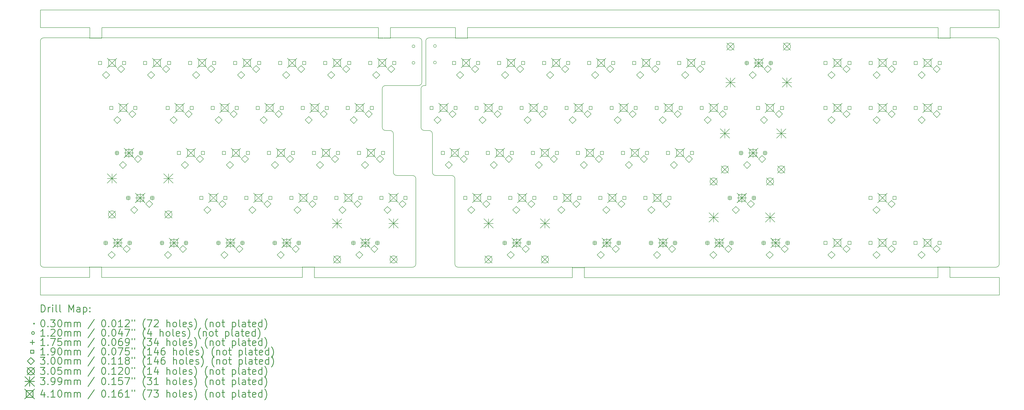
<source format=gbr>
%FSLAX45Y45*%
G04 Gerber Fmt 4.5, Leading zero omitted, Abs format (unit mm)*
G04 Created by KiCad (PCBNEW (5.1.9)-1) date 2021-03-29 22:20:54*
%MOMM*%
%LPD*%
G01*
G04 APERTURE LIST*
%TA.AperFunction,Profile*%
%ADD10C,0.200000*%
%TD*%
%ADD11C,0.200000*%
%ADD12C,0.300000*%
G04 APERTURE END LIST*
D10*
X18351500Y-5524500D02*
X18415000Y-5524500D01*
X4711700Y-3073400D02*
X4711700Y-3505200D01*
X2108200Y-3073400D02*
X2108200Y-2324100D01*
X2108200Y-3073400D02*
X4203700Y-3073400D01*
X2108200Y-2324100D02*
X42678350Y-2324100D01*
X16916400Y-3073400D02*
X19672300Y-3073400D01*
X16408400Y-3505200D02*
X16408400Y-3073400D01*
X4203700Y-3505200D02*
X4203700Y-3073400D01*
X42678350Y-2324100D02*
X42678350Y-3073400D01*
X16916400Y-3073400D02*
X16916400Y-3505200D01*
X16408400Y-3073400D02*
X4711700Y-3073400D01*
X19672300Y-3505200D02*
X19672300Y-3073400D01*
X20180300Y-3073400D02*
X20180300Y-3505200D01*
X40601900Y-3073400D02*
X40601900Y-3505200D01*
X40601900Y-3073400D02*
X42678350Y-3073400D01*
X40093900Y-3073400D02*
X20180300Y-3073400D01*
X40093900Y-3505200D02*
X40093900Y-3073400D01*
X42684700Y-13652500D02*
X40589200Y-13652500D01*
X28384500Y-13665200D02*
X25120600Y-13665200D01*
X42684700Y-14401800D02*
X2108200Y-14401800D01*
X2108200Y-14401800D02*
X2108200Y-13652500D01*
X4191000Y-13652500D02*
X2108200Y-13652500D01*
X28384500Y-13665200D02*
X40081200Y-13665200D01*
X4699000Y-13652500D02*
X13195300Y-13652500D01*
X42684700Y-13652500D02*
X42684700Y-14401800D01*
X13703300Y-13665200D02*
X24612600Y-13665200D01*
X4699000Y-13220700D02*
X4699000Y-13652500D01*
X4191000Y-13652500D02*
X4191000Y-13220700D01*
X13703300Y-13220700D02*
X13703300Y-13665200D01*
X13195300Y-13652500D02*
X13195300Y-13220700D01*
X25120600Y-13220700D02*
X25120600Y-13665200D01*
X24612600Y-13665200D02*
X24612600Y-13220700D01*
X40081200Y-13665200D02*
X40081200Y-13220700D01*
X40589200Y-13220700D02*
X40589200Y-13652500D01*
X13703300Y-13220700D02*
X17856200Y-13220700D01*
X40589200Y-13220700D02*
X42538650Y-13220700D01*
X28384500Y-13220700D02*
X25120600Y-13220700D01*
X24612600Y-13220700D02*
X19786600Y-13220700D01*
X2247900Y-13220700D02*
X4191000Y-13220700D01*
X4699000Y-13220700D02*
X13195300Y-13220700D01*
X40601900Y-3505200D02*
X42538650Y-3505200D01*
X2247900Y-3505200D02*
X4203700Y-3505200D01*
X18554700Y-3505200D02*
X19672300Y-3505200D01*
X16916400Y-3505200D02*
X18110200Y-3505200D01*
X18211800Y-5664200D02*
G75*
G02*
X18351500Y-5524500I139700J0D01*
G01*
X18351500Y-7429500D02*
G75*
G02*
X18211800Y-7289800I0J139700D01*
G01*
X18554700Y-7429500D02*
G75*
G02*
X18694400Y-7569200I0J-139700D01*
G01*
X18834100Y-9334500D02*
G75*
G02*
X18694400Y-9194800I0J139700D01*
G01*
X19507200Y-9334500D02*
G75*
G02*
X19646900Y-9474200I0J-139700D01*
G01*
X19786600Y-13220700D02*
G75*
G02*
X19646900Y-13081000I0J139700D01*
G01*
X17995900Y-13081000D02*
G75*
G02*
X17856200Y-13220700I-139700J0D01*
G01*
X17856200Y-9334500D02*
G75*
G02*
X17995900Y-9474200I0J-139700D01*
G01*
X17183100Y-9334500D02*
G75*
G02*
X17043400Y-9194800I0J139700D01*
G01*
X16903700Y-7429500D02*
G75*
G02*
X17043400Y-7569200I0J-139700D01*
G01*
X16713200Y-7429500D02*
G75*
G02*
X16573500Y-7289800I0J139700D01*
G01*
X16573500Y-5664200D02*
G75*
G02*
X16713200Y-5524500I139700J0D01*
G01*
X18249900Y-5384800D02*
G75*
G02*
X18110200Y-5524500I-139700J0D01*
G01*
X18110200Y-3505200D02*
G75*
G02*
X18249900Y-3644900I0J-139700D01*
G01*
X18415000Y-3644900D02*
G75*
G02*
X18554700Y-3505200I139700J0D01*
G01*
X20180300Y-3505200D02*
X40093900Y-3505200D01*
X28384500Y-13220700D02*
X40081200Y-13220700D01*
X18415000Y-5524500D02*
X18415000Y-3644900D01*
X18211800Y-7289800D02*
X18211800Y-5664200D01*
X18554700Y-7429500D02*
X18351500Y-7429500D01*
X18694400Y-9194800D02*
X18694400Y-7569200D01*
X19507200Y-9334500D02*
X18834100Y-9334500D01*
X19646900Y-13081000D02*
X19646900Y-9474200D01*
X18249900Y-5384800D02*
X18249900Y-3644900D01*
X16713200Y-5524500D02*
X18110200Y-5524500D01*
X16573500Y-7289800D02*
X16573500Y-5664200D01*
X16903700Y-7429500D02*
X16713200Y-7429500D01*
X17043400Y-9194800D02*
X17043400Y-7569200D01*
X17856200Y-9334500D02*
X17183100Y-9334500D01*
X17995900Y-13081000D02*
X17995900Y-9474200D01*
X2108200Y-3644900D02*
G75*
G02*
X2247900Y-3505200I139700J0D01*
G01*
X42538650Y-3505200D02*
G75*
G02*
X42678350Y-3644900I0J-139700D01*
G01*
X42678488Y-13074650D02*
G75*
G02*
X42538650Y-13220700I-146188J0D01*
G01*
X2247900Y-13220700D02*
G75*
G02*
X2108200Y-13081000I0J139700D01*
G01*
X4711700Y-3505200D02*
X16408400Y-3505200D01*
X42678350Y-3644900D02*
X42678488Y-13074650D01*
X2108200Y-13081000D02*
X2108200Y-3644900D01*
D11*
X4187500Y-13205000D02*
X4217500Y-13235000D01*
X4217500Y-13205000D02*
X4187500Y-13235000D01*
X4197500Y-3495000D02*
X4227500Y-3525000D01*
X4227500Y-3495000D02*
X4197500Y-3525000D01*
X4246875Y-13205000D02*
X4276875Y-13235000D01*
X4276875Y-13205000D02*
X4246875Y-13235000D01*
X4256875Y-3495000D02*
X4286875Y-3525000D01*
X4286875Y-3495000D02*
X4256875Y-3525000D01*
X4306250Y-13205000D02*
X4336250Y-13235000D01*
X4336250Y-13205000D02*
X4306250Y-13235000D01*
X4316250Y-3495000D02*
X4346250Y-3525000D01*
X4346250Y-3495000D02*
X4316250Y-3525000D01*
X4365625Y-13205000D02*
X4395625Y-13235000D01*
X4395625Y-13205000D02*
X4365625Y-13235000D01*
X4375625Y-3495000D02*
X4405625Y-3525000D01*
X4405625Y-3495000D02*
X4375625Y-3525000D01*
X4425000Y-13205000D02*
X4455000Y-13235000D01*
X4455000Y-13205000D02*
X4425000Y-13235000D01*
X4435000Y-3495000D02*
X4465000Y-3525000D01*
X4465000Y-3495000D02*
X4435000Y-3525000D01*
X4484375Y-13205000D02*
X4514375Y-13235000D01*
X4514375Y-13205000D02*
X4484375Y-13235000D01*
X4494375Y-3495000D02*
X4524375Y-3525000D01*
X4524375Y-3495000D02*
X4494375Y-3525000D01*
X4543750Y-13205000D02*
X4573750Y-13235000D01*
X4573750Y-13205000D02*
X4543750Y-13235000D01*
X4553750Y-3495000D02*
X4583750Y-3525000D01*
X4583750Y-3495000D02*
X4553750Y-3525000D01*
X4603125Y-13205000D02*
X4633125Y-13235000D01*
X4633125Y-13205000D02*
X4603125Y-13235000D01*
X4613125Y-3495000D02*
X4643125Y-3525000D01*
X4643125Y-3495000D02*
X4613125Y-3525000D01*
X4662500Y-13205000D02*
X4692500Y-13235000D01*
X4692500Y-13205000D02*
X4662500Y-13235000D01*
X4672500Y-3495000D02*
X4702500Y-3525000D01*
X4702500Y-3495000D02*
X4672500Y-3525000D01*
X13197500Y-13205000D02*
X13227500Y-13235000D01*
X13227500Y-13205000D02*
X13197500Y-13235000D01*
X13256875Y-13205000D02*
X13286875Y-13235000D01*
X13286875Y-13205000D02*
X13256875Y-13235000D01*
X13316250Y-13205000D02*
X13346250Y-13235000D01*
X13346250Y-13205000D02*
X13316250Y-13235000D01*
X13375625Y-13205000D02*
X13405625Y-13235000D01*
X13405625Y-13205000D02*
X13375625Y-13235000D01*
X13435000Y-13205000D02*
X13465000Y-13235000D01*
X13465000Y-13205000D02*
X13435000Y-13235000D01*
X13494375Y-13205000D02*
X13524375Y-13235000D01*
X13524375Y-13205000D02*
X13494375Y-13235000D01*
X13553750Y-13205000D02*
X13583750Y-13235000D01*
X13583750Y-13205000D02*
X13553750Y-13235000D01*
X13613125Y-13205000D02*
X13643125Y-13235000D01*
X13643125Y-13205000D02*
X13613125Y-13235000D01*
X13672500Y-13205000D02*
X13702500Y-13235000D01*
X13702500Y-13205000D02*
X13672500Y-13235000D01*
X16407500Y-3495000D02*
X16437500Y-3525000D01*
X16437500Y-3495000D02*
X16407500Y-3525000D01*
X16466875Y-3495000D02*
X16496875Y-3525000D01*
X16496875Y-3495000D02*
X16466875Y-3525000D01*
X16526250Y-3495000D02*
X16556250Y-3525000D01*
X16556250Y-3495000D02*
X16526250Y-3525000D01*
X16585625Y-3495000D02*
X16615625Y-3525000D01*
X16615625Y-3495000D02*
X16585625Y-3525000D01*
X16645000Y-3495000D02*
X16675000Y-3525000D01*
X16675000Y-3495000D02*
X16645000Y-3525000D01*
X16704375Y-3495000D02*
X16734375Y-3525000D01*
X16734375Y-3495000D02*
X16704375Y-3525000D01*
X16763750Y-3495000D02*
X16793750Y-3525000D01*
X16793750Y-3495000D02*
X16763750Y-3525000D01*
X16823125Y-3495000D02*
X16853125Y-3525000D01*
X16853125Y-3495000D02*
X16823125Y-3525000D01*
X16882500Y-3495000D02*
X16912500Y-3525000D01*
X16912500Y-3495000D02*
X16882500Y-3525000D01*
X19677500Y-3495000D02*
X19707500Y-3525000D01*
X19707500Y-3495000D02*
X19677500Y-3525000D01*
X19736875Y-3495000D02*
X19766875Y-3525000D01*
X19766875Y-3495000D02*
X19736875Y-3525000D01*
X19796250Y-3495000D02*
X19826250Y-3525000D01*
X19826250Y-3495000D02*
X19796250Y-3525000D01*
X19855625Y-3495000D02*
X19885625Y-3525000D01*
X19885625Y-3495000D02*
X19855625Y-3525000D01*
X19915000Y-3495000D02*
X19945000Y-3525000D01*
X19945000Y-3495000D02*
X19915000Y-3525000D01*
X19974375Y-3495000D02*
X20004375Y-3525000D01*
X20004375Y-3495000D02*
X19974375Y-3525000D01*
X20033750Y-3495000D02*
X20063750Y-3525000D01*
X20063750Y-3495000D02*
X20033750Y-3525000D01*
X20093125Y-3495000D02*
X20123125Y-3525000D01*
X20123125Y-3495000D02*
X20093125Y-3525000D01*
X20152500Y-3495000D02*
X20182500Y-3525000D01*
X20182500Y-3495000D02*
X20152500Y-3525000D01*
X24617500Y-13215000D02*
X24647500Y-13245000D01*
X24647500Y-13215000D02*
X24617500Y-13245000D01*
X24676875Y-13215000D02*
X24706875Y-13245000D01*
X24706875Y-13215000D02*
X24676875Y-13245000D01*
X24736250Y-13215000D02*
X24766250Y-13245000D01*
X24766250Y-13215000D02*
X24736250Y-13245000D01*
X24795625Y-13215000D02*
X24825625Y-13245000D01*
X24825625Y-13215000D02*
X24795625Y-13245000D01*
X24855000Y-13215000D02*
X24885000Y-13245000D01*
X24885000Y-13215000D02*
X24855000Y-13245000D01*
X24914375Y-13215000D02*
X24944375Y-13245000D01*
X24944375Y-13215000D02*
X24914375Y-13245000D01*
X24973750Y-13215000D02*
X25003750Y-13245000D01*
X25003750Y-13215000D02*
X24973750Y-13245000D01*
X25033125Y-13215000D02*
X25063125Y-13245000D01*
X25063125Y-13215000D02*
X25033125Y-13245000D01*
X25092500Y-13215000D02*
X25122500Y-13245000D01*
X25122500Y-13215000D02*
X25092500Y-13245000D01*
X40077500Y-13205000D02*
X40107500Y-13235000D01*
X40107500Y-13205000D02*
X40077500Y-13235000D01*
X40097500Y-3495000D02*
X40127500Y-3525000D01*
X40127500Y-3495000D02*
X40097500Y-3525000D01*
X40136875Y-13205000D02*
X40166875Y-13235000D01*
X40166875Y-13205000D02*
X40136875Y-13235000D01*
X40156875Y-3495000D02*
X40186875Y-3525000D01*
X40186875Y-3495000D02*
X40156875Y-3525000D01*
X40196250Y-13205000D02*
X40226250Y-13235000D01*
X40226250Y-13205000D02*
X40196250Y-13235000D01*
X40216250Y-3495000D02*
X40246250Y-3525000D01*
X40246250Y-3495000D02*
X40216250Y-3525000D01*
X40255625Y-13205000D02*
X40285625Y-13235000D01*
X40285625Y-13205000D02*
X40255625Y-13235000D01*
X40275625Y-3495000D02*
X40305625Y-3525000D01*
X40305625Y-3495000D02*
X40275625Y-3525000D01*
X40315000Y-13205000D02*
X40345000Y-13235000D01*
X40345000Y-13205000D02*
X40315000Y-13235000D01*
X40335000Y-3495000D02*
X40365000Y-3525000D01*
X40365000Y-3495000D02*
X40335000Y-3525000D01*
X40374375Y-13205000D02*
X40404375Y-13235000D01*
X40404375Y-13205000D02*
X40374375Y-13235000D01*
X40394375Y-3495000D02*
X40424375Y-3525000D01*
X40424375Y-3495000D02*
X40394375Y-3525000D01*
X40433750Y-13205000D02*
X40463750Y-13235000D01*
X40463750Y-13205000D02*
X40433750Y-13235000D01*
X40453750Y-3495000D02*
X40483750Y-3525000D01*
X40483750Y-3495000D02*
X40453750Y-3525000D01*
X40493125Y-13205000D02*
X40523125Y-13235000D01*
X40523125Y-13205000D02*
X40493125Y-13235000D01*
X40513125Y-3495000D02*
X40543125Y-3525000D01*
X40543125Y-3495000D02*
X40513125Y-3525000D01*
X40552500Y-13205000D02*
X40582500Y-13235000D01*
X40582500Y-13205000D02*
X40552500Y-13235000D01*
X40572500Y-3495000D02*
X40602500Y-3525000D01*
X40602500Y-3495000D02*
X40572500Y-3525000D01*
X17955200Y-3863000D02*
G75*
G03*
X17955200Y-3863000I-60000J0D01*
G01*
X17955200Y-4563000D02*
G75*
G03*
X17955200Y-4563000I-60000J0D01*
G01*
X18862350Y-3850300D02*
G75*
G03*
X18862350Y-3850300I-60000J0D01*
G01*
X18862350Y-4550300D02*
G75*
G03*
X18862350Y-4550300I-60000J0D01*
G01*
X4873625Y-12104500D02*
X4873625Y-12279500D01*
X4786125Y-12192000D02*
X4961125Y-12192000D01*
X5349875Y-8294500D02*
X5349875Y-8469500D01*
X5262375Y-8382000D02*
X5437375Y-8382000D01*
X5826125Y-10199500D02*
X5826125Y-10374500D01*
X5738625Y-10287000D02*
X5913625Y-10287000D01*
X5889625Y-12104500D02*
X5889625Y-12279500D01*
X5802125Y-12192000D02*
X5977125Y-12192000D01*
X6365875Y-8294500D02*
X6365875Y-8469500D01*
X6278375Y-8382000D02*
X6453375Y-8382000D01*
X6842125Y-10199500D02*
X6842125Y-10374500D01*
X6754625Y-10287000D02*
X6929625Y-10287000D01*
X7254875Y-12104500D02*
X7254875Y-12279500D01*
X7167375Y-12192000D02*
X7342375Y-12192000D01*
X8270875Y-12104500D02*
X8270875Y-12279500D01*
X8183375Y-12192000D02*
X8358375Y-12192000D01*
X9642475Y-12104500D02*
X9642475Y-12279500D01*
X9554975Y-12192000D02*
X9729975Y-12192000D01*
X10658475Y-12104500D02*
X10658475Y-12279500D01*
X10570975Y-12192000D02*
X10745975Y-12192000D01*
X12023725Y-12104500D02*
X12023725Y-12279500D01*
X11936225Y-12192000D02*
X12111225Y-12192000D01*
X13039725Y-12104500D02*
X13039725Y-12279500D01*
X12952225Y-12192000D02*
X13127225Y-12192000D01*
X15351125Y-12104500D02*
X15351125Y-12279500D01*
X15263625Y-12192000D02*
X15438625Y-12192000D01*
X15351125Y-12104500D02*
X15351125Y-12279500D01*
X15263625Y-12192000D02*
X15438625Y-12192000D01*
X16367125Y-12104500D02*
X16367125Y-12279500D01*
X16279625Y-12192000D02*
X16454625Y-12192000D01*
X16367125Y-12104500D02*
X16367125Y-12279500D01*
X16279625Y-12192000D02*
X16454625Y-12192000D01*
X21755100Y-12104500D02*
X21755100Y-12279500D01*
X21667600Y-12192000D02*
X21842600Y-12192000D01*
X21755100Y-12104500D02*
X21755100Y-12279500D01*
X21667600Y-12192000D02*
X21842600Y-12192000D01*
X22771100Y-12104500D02*
X22771100Y-12279500D01*
X22683600Y-12192000D02*
X22858600Y-12192000D01*
X22771100Y-12104500D02*
X22771100Y-12279500D01*
X22683600Y-12192000D02*
X22858600Y-12192000D01*
X25565100Y-12104500D02*
X25565100Y-12279500D01*
X25477600Y-12192000D02*
X25652600Y-12192000D01*
X26581100Y-12104500D02*
X26581100Y-12279500D01*
X26493600Y-12192000D02*
X26668600Y-12192000D01*
X27946350Y-12104500D02*
X27946350Y-12279500D01*
X27858850Y-12192000D02*
X28033850Y-12192000D01*
X28962350Y-12104500D02*
X28962350Y-12279500D01*
X28874850Y-12192000D02*
X29049850Y-12192000D01*
X30327600Y-12104500D02*
X30327600Y-12279500D01*
X30240100Y-12192000D02*
X30415100Y-12192000D01*
X31280100Y-10199500D02*
X31280100Y-10374500D01*
X31192600Y-10287000D02*
X31367600Y-10287000D01*
X31343600Y-12104500D02*
X31343600Y-12279500D01*
X31256100Y-12192000D02*
X31431100Y-12192000D01*
X31756350Y-8294500D02*
X31756350Y-8469500D01*
X31668850Y-8382000D02*
X31843850Y-8382000D01*
X31994475Y-4484500D02*
X31994475Y-4659500D01*
X31906975Y-4572000D02*
X32081975Y-4572000D01*
X32296100Y-10199500D02*
X32296100Y-10374500D01*
X32208600Y-10287000D02*
X32383600Y-10287000D01*
X32708850Y-12104500D02*
X32708850Y-12279500D01*
X32621350Y-12192000D02*
X32796350Y-12192000D01*
X32772350Y-8294500D02*
X32772350Y-8469500D01*
X32684850Y-8382000D02*
X32859850Y-8382000D01*
X33010475Y-4484500D02*
X33010475Y-4659500D01*
X32922975Y-4572000D02*
X33097975Y-4572000D01*
X33724850Y-12104500D02*
X33724850Y-12279500D01*
X33637350Y-12192000D02*
X33812350Y-12192000D01*
X4702676Y-4639176D02*
X4702676Y-4504824D01*
X4568324Y-4504824D01*
X4568324Y-4639176D01*
X4702676Y-4639176D01*
X4940801Y-12259176D02*
X4940801Y-12124824D01*
X4806449Y-12124824D01*
X4806449Y-12259176D01*
X4940801Y-12259176D01*
X5178926Y-6544176D02*
X5178926Y-6409824D01*
X5044574Y-6409824D01*
X5044574Y-6544176D01*
X5178926Y-6544176D01*
X5417051Y-8449176D02*
X5417051Y-8314824D01*
X5282699Y-8314824D01*
X5282699Y-8449176D01*
X5417051Y-8449176D01*
X5718676Y-4639176D02*
X5718676Y-4504824D01*
X5584324Y-4504824D01*
X5584324Y-4639176D01*
X5718676Y-4639176D01*
X5893301Y-10354176D02*
X5893301Y-10219824D01*
X5758949Y-10219824D01*
X5758949Y-10354176D01*
X5893301Y-10354176D01*
X5956801Y-12259176D02*
X5956801Y-12124824D01*
X5822449Y-12124824D01*
X5822449Y-12259176D01*
X5956801Y-12259176D01*
X6194926Y-6544176D02*
X6194926Y-6409824D01*
X6060574Y-6409824D01*
X6060574Y-6544176D01*
X6194926Y-6544176D01*
X6433051Y-8449176D02*
X6433051Y-8314824D01*
X6298699Y-8314824D01*
X6298699Y-8449176D01*
X6433051Y-8449176D01*
X6607676Y-4639176D02*
X6607676Y-4504824D01*
X6473324Y-4504824D01*
X6473324Y-4639176D01*
X6607676Y-4639176D01*
X6909301Y-10354176D02*
X6909301Y-10219824D01*
X6774949Y-10219824D01*
X6774949Y-10354176D01*
X6909301Y-10354176D01*
X7322051Y-12259176D02*
X7322051Y-12124824D01*
X7187699Y-12124824D01*
X7187699Y-12259176D01*
X7322051Y-12259176D01*
X7560176Y-6544176D02*
X7560176Y-6409824D01*
X7425824Y-6409824D01*
X7425824Y-6544176D01*
X7560176Y-6544176D01*
X7623676Y-4639176D02*
X7623676Y-4504824D01*
X7489324Y-4504824D01*
X7489324Y-4639176D01*
X7623676Y-4639176D01*
X8036426Y-8449176D02*
X8036426Y-8314824D01*
X7902074Y-8314824D01*
X7902074Y-8449176D01*
X8036426Y-8449176D01*
X8338051Y-12259176D02*
X8338051Y-12124824D01*
X8203699Y-12124824D01*
X8203699Y-12259176D01*
X8338051Y-12259176D01*
X8512676Y-4639176D02*
X8512676Y-4504824D01*
X8378324Y-4504824D01*
X8378324Y-4639176D01*
X8512676Y-4639176D01*
X8576176Y-6544176D02*
X8576176Y-6409824D01*
X8441824Y-6409824D01*
X8441824Y-6544176D01*
X8576176Y-6544176D01*
X8988926Y-10354176D02*
X8988926Y-10219824D01*
X8854574Y-10219824D01*
X8854574Y-10354176D01*
X8988926Y-10354176D01*
X9052426Y-8449176D02*
X9052426Y-8314824D01*
X8918074Y-8314824D01*
X8918074Y-8449176D01*
X9052426Y-8449176D01*
X9465176Y-6544176D02*
X9465176Y-6409824D01*
X9330824Y-6409824D01*
X9330824Y-6544176D01*
X9465176Y-6544176D01*
X9528676Y-4639176D02*
X9528676Y-4504824D01*
X9394324Y-4504824D01*
X9394324Y-4639176D01*
X9528676Y-4639176D01*
X9709651Y-12259176D02*
X9709651Y-12124824D01*
X9575299Y-12124824D01*
X9575299Y-12259176D01*
X9709651Y-12259176D01*
X9941426Y-8449176D02*
X9941426Y-8314824D01*
X9807074Y-8314824D01*
X9807074Y-8449176D01*
X9941426Y-8449176D01*
X10004926Y-10354176D02*
X10004926Y-10219824D01*
X9870574Y-10219824D01*
X9870574Y-10354176D01*
X10004926Y-10354176D01*
X10417676Y-4639176D02*
X10417676Y-4504824D01*
X10283324Y-4504824D01*
X10283324Y-4639176D01*
X10417676Y-4639176D01*
X10481176Y-6544176D02*
X10481176Y-6409824D01*
X10346824Y-6409824D01*
X10346824Y-6544176D01*
X10481176Y-6544176D01*
X10725651Y-12259176D02*
X10725651Y-12124824D01*
X10591299Y-12124824D01*
X10591299Y-12259176D01*
X10725651Y-12259176D01*
X10893926Y-10354176D02*
X10893926Y-10219824D01*
X10759574Y-10219824D01*
X10759574Y-10354176D01*
X10893926Y-10354176D01*
X10957426Y-8449176D02*
X10957426Y-8314824D01*
X10823074Y-8314824D01*
X10823074Y-8449176D01*
X10957426Y-8449176D01*
X11370176Y-6544176D02*
X11370176Y-6409824D01*
X11235824Y-6409824D01*
X11235824Y-6544176D01*
X11370176Y-6544176D01*
X11433676Y-4639176D02*
X11433676Y-4504824D01*
X11299324Y-4504824D01*
X11299324Y-4639176D01*
X11433676Y-4639176D01*
X11846426Y-8449176D02*
X11846426Y-8314824D01*
X11712074Y-8314824D01*
X11712074Y-8449176D01*
X11846426Y-8449176D01*
X11909926Y-10354176D02*
X11909926Y-10219824D01*
X11775574Y-10219824D01*
X11775574Y-10354176D01*
X11909926Y-10354176D01*
X12090901Y-12259176D02*
X12090901Y-12124824D01*
X11956549Y-12124824D01*
X11956549Y-12259176D01*
X12090901Y-12259176D01*
X12322676Y-4639176D02*
X12322676Y-4504824D01*
X12188324Y-4504824D01*
X12188324Y-4639176D01*
X12322676Y-4639176D01*
X12386176Y-6544176D02*
X12386176Y-6409824D01*
X12251824Y-6409824D01*
X12251824Y-6544176D01*
X12386176Y-6544176D01*
X12798926Y-10354176D02*
X12798926Y-10219824D01*
X12664574Y-10219824D01*
X12664574Y-10354176D01*
X12798926Y-10354176D01*
X12862426Y-8449176D02*
X12862426Y-8314824D01*
X12728074Y-8314824D01*
X12728074Y-8449176D01*
X12862426Y-8449176D01*
X13106901Y-12259176D02*
X13106901Y-12124824D01*
X12972549Y-12124824D01*
X12972549Y-12259176D01*
X13106901Y-12259176D01*
X13275176Y-6544176D02*
X13275176Y-6409824D01*
X13140824Y-6409824D01*
X13140824Y-6544176D01*
X13275176Y-6544176D01*
X13338676Y-4639176D02*
X13338676Y-4504824D01*
X13204324Y-4504824D01*
X13204324Y-4639176D01*
X13338676Y-4639176D01*
X13751426Y-8449176D02*
X13751426Y-8314824D01*
X13617074Y-8314824D01*
X13617074Y-8449176D01*
X13751426Y-8449176D01*
X13814926Y-10354176D02*
X13814926Y-10219824D01*
X13680574Y-10219824D01*
X13680574Y-10354176D01*
X13814926Y-10354176D01*
X14227676Y-4639176D02*
X14227676Y-4504824D01*
X14093324Y-4504824D01*
X14093324Y-4639176D01*
X14227676Y-4639176D01*
X14291176Y-6544176D02*
X14291176Y-6409824D01*
X14156824Y-6409824D01*
X14156824Y-6544176D01*
X14291176Y-6544176D01*
X14703926Y-10354176D02*
X14703926Y-10219824D01*
X14569574Y-10219824D01*
X14569574Y-10354176D01*
X14703926Y-10354176D01*
X14767426Y-8449176D02*
X14767426Y-8314824D01*
X14633074Y-8314824D01*
X14633074Y-8449176D01*
X14767426Y-8449176D01*
X15180176Y-6544176D02*
X15180176Y-6409824D01*
X15045824Y-6409824D01*
X15045824Y-6544176D01*
X15180176Y-6544176D01*
X15243676Y-4639176D02*
X15243676Y-4504824D01*
X15109324Y-4504824D01*
X15109324Y-4639176D01*
X15243676Y-4639176D01*
X15418301Y-12259176D02*
X15418301Y-12124824D01*
X15283949Y-12124824D01*
X15283949Y-12259176D01*
X15418301Y-12259176D01*
X15656426Y-8449176D02*
X15656426Y-8314824D01*
X15522074Y-8314824D01*
X15522074Y-8449176D01*
X15656426Y-8449176D01*
X15719926Y-10354176D02*
X15719926Y-10219824D01*
X15585574Y-10219824D01*
X15585574Y-10354176D01*
X15719926Y-10354176D01*
X16132676Y-4639176D02*
X16132676Y-4504824D01*
X15998324Y-4504824D01*
X15998324Y-4639176D01*
X16132676Y-4639176D01*
X16196176Y-6544176D02*
X16196176Y-6409824D01*
X16061824Y-6409824D01*
X16061824Y-6544176D01*
X16196176Y-6544176D01*
X16434301Y-12259176D02*
X16434301Y-12124824D01*
X16299949Y-12124824D01*
X16299949Y-12259176D01*
X16434301Y-12259176D01*
X16608926Y-10354176D02*
X16608926Y-10219824D01*
X16474574Y-10219824D01*
X16474574Y-10354176D01*
X16608926Y-10354176D01*
X16672426Y-8449176D02*
X16672426Y-8314824D01*
X16538074Y-8314824D01*
X16538074Y-8449176D01*
X16672426Y-8449176D01*
X17148676Y-4639176D02*
X17148676Y-4504824D01*
X17014324Y-4504824D01*
X17014324Y-4639176D01*
X17148676Y-4639176D01*
X17624926Y-10354176D02*
X17624926Y-10219824D01*
X17490574Y-10219824D01*
X17490574Y-10354176D01*
X17624926Y-10354176D01*
X18726651Y-6544176D02*
X18726651Y-6409824D01*
X18592299Y-6409824D01*
X18592299Y-6544176D01*
X18726651Y-6544176D01*
X19202901Y-8449176D02*
X19202901Y-8314824D01*
X19068549Y-8314824D01*
X19068549Y-8449176D01*
X19202901Y-8449176D01*
X19679151Y-4639176D02*
X19679151Y-4504824D01*
X19544799Y-4504824D01*
X19544799Y-4639176D01*
X19679151Y-4639176D01*
X19742651Y-6544176D02*
X19742651Y-6409824D01*
X19608299Y-6409824D01*
X19608299Y-6544176D01*
X19742651Y-6544176D01*
X20155401Y-10354176D02*
X20155401Y-10219824D01*
X20021049Y-10219824D01*
X20021049Y-10354176D01*
X20155401Y-10354176D01*
X20218901Y-8449176D02*
X20218901Y-8314824D01*
X20084549Y-8314824D01*
X20084549Y-8449176D01*
X20218901Y-8449176D01*
X20631651Y-6544176D02*
X20631651Y-6409824D01*
X20497299Y-6409824D01*
X20497299Y-6544176D01*
X20631651Y-6544176D01*
X20695151Y-4639176D02*
X20695151Y-4504824D01*
X20560799Y-4504824D01*
X20560799Y-4639176D01*
X20695151Y-4639176D01*
X21107901Y-8449176D02*
X21107901Y-8314824D01*
X20973549Y-8314824D01*
X20973549Y-8449176D01*
X21107901Y-8449176D01*
X21171401Y-10354176D02*
X21171401Y-10219824D01*
X21037049Y-10219824D01*
X21037049Y-10354176D01*
X21171401Y-10354176D01*
X21584151Y-4639176D02*
X21584151Y-4504824D01*
X21449799Y-4504824D01*
X21449799Y-4639176D01*
X21584151Y-4639176D01*
X21647651Y-6544176D02*
X21647651Y-6409824D01*
X21513299Y-6409824D01*
X21513299Y-6544176D01*
X21647651Y-6544176D01*
X21822276Y-12259176D02*
X21822276Y-12124824D01*
X21687924Y-12124824D01*
X21687924Y-12259176D01*
X21822276Y-12259176D01*
X22060401Y-10354176D02*
X22060401Y-10219824D01*
X21926049Y-10219824D01*
X21926049Y-10354176D01*
X22060401Y-10354176D01*
X22123901Y-8449176D02*
X22123901Y-8314824D01*
X21989549Y-8314824D01*
X21989549Y-8449176D01*
X22123901Y-8449176D01*
X22536651Y-6544176D02*
X22536651Y-6409824D01*
X22402299Y-6409824D01*
X22402299Y-6544176D01*
X22536651Y-6544176D01*
X22600151Y-4639176D02*
X22600151Y-4504824D01*
X22465799Y-4504824D01*
X22465799Y-4639176D01*
X22600151Y-4639176D01*
X22838276Y-12259176D02*
X22838276Y-12124824D01*
X22703924Y-12124824D01*
X22703924Y-12259176D01*
X22838276Y-12259176D01*
X23012901Y-8449176D02*
X23012901Y-8314824D01*
X22878549Y-8314824D01*
X22878549Y-8449176D01*
X23012901Y-8449176D01*
X23076401Y-10354176D02*
X23076401Y-10219824D01*
X22942049Y-10219824D01*
X22942049Y-10354176D01*
X23076401Y-10354176D01*
X23489151Y-4639176D02*
X23489151Y-4504824D01*
X23354799Y-4504824D01*
X23354799Y-4639176D01*
X23489151Y-4639176D01*
X23552651Y-6544176D02*
X23552651Y-6409824D01*
X23418299Y-6409824D01*
X23418299Y-6544176D01*
X23552651Y-6544176D01*
X23965401Y-10354176D02*
X23965401Y-10219824D01*
X23831049Y-10219824D01*
X23831049Y-10354176D01*
X23965401Y-10354176D01*
X24028901Y-8449176D02*
X24028901Y-8314824D01*
X23894549Y-8314824D01*
X23894549Y-8449176D01*
X24028901Y-8449176D01*
X24441651Y-6544176D02*
X24441651Y-6409824D01*
X24307299Y-6409824D01*
X24307299Y-6544176D01*
X24441651Y-6544176D01*
X24505151Y-4639176D02*
X24505151Y-4504824D01*
X24370799Y-4504824D01*
X24370799Y-4639176D01*
X24505151Y-4639176D01*
X24917901Y-8449176D02*
X24917901Y-8314824D01*
X24783549Y-8314824D01*
X24783549Y-8449176D01*
X24917901Y-8449176D01*
X24981401Y-10354176D02*
X24981401Y-10219824D01*
X24847049Y-10219824D01*
X24847049Y-10354176D01*
X24981401Y-10354176D01*
X25394151Y-4639176D02*
X25394151Y-4504824D01*
X25259799Y-4504824D01*
X25259799Y-4639176D01*
X25394151Y-4639176D01*
X25457651Y-6544176D02*
X25457651Y-6409824D01*
X25323299Y-6409824D01*
X25323299Y-6544176D01*
X25457651Y-6544176D01*
X25632276Y-12259176D02*
X25632276Y-12124824D01*
X25497924Y-12124824D01*
X25497924Y-12259176D01*
X25632276Y-12259176D01*
X25870401Y-10354176D02*
X25870401Y-10219824D01*
X25736049Y-10219824D01*
X25736049Y-10354176D01*
X25870401Y-10354176D01*
X25933901Y-8449176D02*
X25933901Y-8314824D01*
X25799549Y-8314824D01*
X25799549Y-8449176D01*
X25933901Y-8449176D01*
X26346651Y-6544176D02*
X26346651Y-6409824D01*
X26212299Y-6409824D01*
X26212299Y-6544176D01*
X26346651Y-6544176D01*
X26410151Y-4639176D02*
X26410151Y-4504824D01*
X26275799Y-4504824D01*
X26275799Y-4639176D01*
X26410151Y-4639176D01*
X26648276Y-12259176D02*
X26648276Y-12124824D01*
X26513924Y-12124824D01*
X26513924Y-12259176D01*
X26648276Y-12259176D01*
X26822901Y-8449176D02*
X26822901Y-8314824D01*
X26688549Y-8314824D01*
X26688549Y-8449176D01*
X26822901Y-8449176D01*
X26886401Y-10354176D02*
X26886401Y-10219824D01*
X26752049Y-10219824D01*
X26752049Y-10354176D01*
X26886401Y-10354176D01*
X27299151Y-4639176D02*
X27299151Y-4504824D01*
X27164799Y-4504824D01*
X27164799Y-4639176D01*
X27299151Y-4639176D01*
X27362651Y-6544176D02*
X27362651Y-6409824D01*
X27228299Y-6409824D01*
X27228299Y-6544176D01*
X27362651Y-6544176D01*
X27775401Y-10354176D02*
X27775401Y-10219824D01*
X27641049Y-10219824D01*
X27641049Y-10354176D01*
X27775401Y-10354176D01*
X27838901Y-8449176D02*
X27838901Y-8314824D01*
X27704549Y-8314824D01*
X27704549Y-8449176D01*
X27838901Y-8449176D01*
X28013526Y-12259176D02*
X28013526Y-12124824D01*
X27879174Y-12124824D01*
X27879174Y-12259176D01*
X28013526Y-12259176D01*
X28251651Y-6544176D02*
X28251651Y-6409824D01*
X28117299Y-6409824D01*
X28117299Y-6544176D01*
X28251651Y-6544176D01*
X28315151Y-4639176D02*
X28315151Y-4504824D01*
X28180799Y-4504824D01*
X28180799Y-4639176D01*
X28315151Y-4639176D01*
X28727901Y-8449176D02*
X28727901Y-8314824D01*
X28593549Y-8314824D01*
X28593549Y-8449176D01*
X28727901Y-8449176D01*
X28791401Y-10354176D02*
X28791401Y-10219824D01*
X28657049Y-10219824D01*
X28657049Y-10354176D01*
X28791401Y-10354176D01*
X29029526Y-12259176D02*
X29029526Y-12124824D01*
X28895174Y-12124824D01*
X28895174Y-12259176D01*
X29029526Y-12259176D01*
X29204151Y-4639176D02*
X29204151Y-4504824D01*
X29069799Y-4504824D01*
X29069799Y-4639176D01*
X29204151Y-4639176D01*
X29267651Y-6544176D02*
X29267651Y-6409824D01*
X29133299Y-6409824D01*
X29133299Y-6544176D01*
X29267651Y-6544176D01*
X29743901Y-8449176D02*
X29743901Y-8314824D01*
X29609549Y-8314824D01*
X29609549Y-8449176D01*
X29743901Y-8449176D01*
X30156651Y-6544176D02*
X30156651Y-6409824D01*
X30022299Y-6409824D01*
X30022299Y-6544176D01*
X30156651Y-6544176D01*
X30220151Y-4639176D02*
X30220151Y-4504824D01*
X30085799Y-4504824D01*
X30085799Y-4639176D01*
X30220151Y-4639176D01*
X30394776Y-12259176D02*
X30394776Y-12124824D01*
X30260424Y-12124824D01*
X30260424Y-12259176D01*
X30394776Y-12259176D01*
X31172651Y-6544176D02*
X31172651Y-6409824D01*
X31038299Y-6409824D01*
X31038299Y-6544176D01*
X31172651Y-6544176D01*
X31347276Y-10354176D02*
X31347276Y-10219824D01*
X31212924Y-10219824D01*
X31212924Y-10354176D01*
X31347276Y-10354176D01*
X31410776Y-12259176D02*
X31410776Y-12124824D01*
X31276424Y-12124824D01*
X31276424Y-12259176D01*
X31410776Y-12259176D01*
X31823526Y-8449176D02*
X31823526Y-8314824D01*
X31689174Y-8314824D01*
X31689174Y-8449176D01*
X31823526Y-8449176D01*
X32061651Y-4639176D02*
X32061651Y-4504824D01*
X31927299Y-4504824D01*
X31927299Y-4639176D01*
X32061651Y-4639176D01*
X32363276Y-10354176D02*
X32363276Y-10219824D01*
X32228924Y-10219824D01*
X32228924Y-10354176D01*
X32363276Y-10354176D01*
X32537901Y-6544176D02*
X32537901Y-6409824D01*
X32403549Y-6409824D01*
X32403549Y-6544176D01*
X32537901Y-6544176D01*
X32776026Y-12259176D02*
X32776026Y-12124824D01*
X32641674Y-12124824D01*
X32641674Y-12259176D01*
X32776026Y-12259176D01*
X32839526Y-8449176D02*
X32839526Y-8314824D01*
X32705174Y-8314824D01*
X32705174Y-8449176D01*
X32839526Y-8449176D01*
X33077651Y-4639176D02*
X33077651Y-4504824D01*
X32943299Y-4504824D01*
X32943299Y-4639176D01*
X33077651Y-4639176D01*
X33553901Y-6544176D02*
X33553901Y-6409824D01*
X33419549Y-6409824D01*
X33419549Y-6544176D01*
X33553901Y-6544176D01*
X33792026Y-12259176D02*
X33792026Y-12124824D01*
X33657674Y-12124824D01*
X33657674Y-12259176D01*
X33792026Y-12259176D01*
X35395326Y-4639176D02*
X35395326Y-4504824D01*
X35260974Y-4504824D01*
X35260974Y-4639176D01*
X35395326Y-4639176D01*
X35395326Y-6544176D02*
X35395326Y-6409824D01*
X35260974Y-6409824D01*
X35260974Y-6544176D01*
X35395326Y-6544176D01*
X35395326Y-12259176D02*
X35395326Y-12124824D01*
X35260974Y-12124824D01*
X35260974Y-12259176D01*
X35395326Y-12259176D01*
X36411326Y-4639176D02*
X36411326Y-4504824D01*
X36276974Y-4504824D01*
X36276974Y-4639176D01*
X36411326Y-4639176D01*
X36411326Y-6544176D02*
X36411326Y-6409824D01*
X36276974Y-6409824D01*
X36276974Y-6544176D01*
X36411326Y-6544176D01*
X36411326Y-12259176D02*
X36411326Y-12124824D01*
X36276974Y-12124824D01*
X36276974Y-12259176D01*
X36411326Y-12259176D01*
X37297226Y-10354176D02*
X37297226Y-10219824D01*
X37162874Y-10219824D01*
X37162874Y-10354176D01*
X37297226Y-10354176D01*
X37297226Y-12259176D02*
X37297226Y-12124824D01*
X37162874Y-12124824D01*
X37162874Y-12259176D01*
X37297226Y-12259176D01*
X37303576Y-4639176D02*
X37303576Y-4504824D01*
X37169224Y-4504824D01*
X37169224Y-4639176D01*
X37303576Y-4639176D01*
X37303576Y-6544176D02*
X37303576Y-6409824D01*
X37169224Y-6409824D01*
X37169224Y-6544176D01*
X37303576Y-6544176D01*
X38313226Y-10354176D02*
X38313226Y-10219824D01*
X38178874Y-10219824D01*
X38178874Y-10354176D01*
X38313226Y-10354176D01*
X38313226Y-12259176D02*
X38313226Y-12124824D01*
X38178874Y-12124824D01*
X38178874Y-12259176D01*
X38313226Y-12259176D01*
X38319576Y-4639176D02*
X38319576Y-4504824D01*
X38185224Y-4504824D01*
X38185224Y-4639176D01*
X38319576Y-4639176D01*
X38319576Y-6544176D02*
X38319576Y-6409824D01*
X38185224Y-6409824D01*
X38185224Y-6544176D01*
X38319576Y-6544176D01*
X39202226Y-12259176D02*
X39202226Y-12124824D01*
X39067874Y-12124824D01*
X39067874Y-12259176D01*
X39202226Y-12259176D01*
X39208576Y-4639176D02*
X39208576Y-4504824D01*
X39074224Y-4504824D01*
X39074224Y-4639176D01*
X39208576Y-4639176D01*
X39208576Y-6544176D02*
X39208576Y-6409824D01*
X39074224Y-6409824D01*
X39074224Y-6544176D01*
X39208576Y-6544176D01*
X40218226Y-12259176D02*
X40218226Y-12124824D01*
X40083874Y-12124824D01*
X40083874Y-12259176D01*
X40218226Y-12259176D01*
X40224576Y-4639176D02*
X40224576Y-4504824D01*
X40090224Y-4504824D01*
X40090224Y-4639176D01*
X40224576Y-4639176D01*
X40224576Y-6544176D02*
X40224576Y-6409824D01*
X40090224Y-6409824D01*
X40090224Y-6544176D01*
X40224576Y-6544176D01*
X4889500Y-5230000D02*
X5039500Y-5080000D01*
X4889500Y-4930000D01*
X4739500Y-5080000D01*
X4889500Y-5230000D01*
X5127625Y-12850000D02*
X5277625Y-12700000D01*
X5127625Y-12550000D01*
X4977625Y-12700000D01*
X5127625Y-12850000D01*
X5365750Y-7135000D02*
X5515750Y-6985000D01*
X5365750Y-6835000D01*
X5215750Y-6985000D01*
X5365750Y-7135000D01*
X5524500Y-4976000D02*
X5674500Y-4826000D01*
X5524500Y-4676000D01*
X5374500Y-4826000D01*
X5524500Y-4976000D01*
X5603875Y-9040000D02*
X5753875Y-8890000D01*
X5603875Y-8740000D01*
X5453875Y-8890000D01*
X5603875Y-9040000D01*
X5762625Y-12596000D02*
X5912625Y-12446000D01*
X5762625Y-12296000D01*
X5612625Y-12446000D01*
X5762625Y-12596000D01*
X6000750Y-6881000D02*
X6150750Y-6731000D01*
X6000750Y-6581000D01*
X5850750Y-6731000D01*
X6000750Y-6881000D01*
X6080125Y-10945000D02*
X6230125Y-10795000D01*
X6080125Y-10645000D01*
X5930125Y-10795000D01*
X6080125Y-10945000D01*
X6238875Y-8786000D02*
X6388875Y-8636000D01*
X6238875Y-8486000D01*
X6088875Y-8636000D01*
X6238875Y-8786000D01*
X6715125Y-10691000D02*
X6865125Y-10541000D01*
X6715125Y-10391000D01*
X6565125Y-10541000D01*
X6715125Y-10691000D01*
X6794500Y-5230000D02*
X6944500Y-5080000D01*
X6794500Y-4930000D01*
X6644500Y-5080000D01*
X6794500Y-5230000D01*
X7429500Y-4976000D02*
X7579500Y-4826000D01*
X7429500Y-4676000D01*
X7279500Y-4826000D01*
X7429500Y-4976000D01*
X7508875Y-12850000D02*
X7658875Y-12700000D01*
X7508875Y-12550000D01*
X7358875Y-12700000D01*
X7508875Y-12850000D01*
X7747000Y-7135000D02*
X7897000Y-6985000D01*
X7747000Y-6835000D01*
X7597000Y-6985000D01*
X7747000Y-7135000D01*
X8143875Y-12596000D02*
X8293875Y-12446000D01*
X8143875Y-12296000D01*
X7993875Y-12446000D01*
X8143875Y-12596000D01*
X8223250Y-9040000D02*
X8373250Y-8890000D01*
X8223250Y-8740000D01*
X8073250Y-8890000D01*
X8223250Y-9040000D01*
X8382000Y-6881000D02*
X8532000Y-6731000D01*
X8382000Y-6581000D01*
X8232000Y-6731000D01*
X8382000Y-6881000D01*
X8699500Y-5230000D02*
X8849500Y-5080000D01*
X8699500Y-4930000D01*
X8549500Y-5080000D01*
X8699500Y-5230000D01*
X8858250Y-8786000D02*
X9008250Y-8636000D01*
X8858250Y-8486000D01*
X8708250Y-8636000D01*
X8858250Y-8786000D01*
X9175750Y-10945000D02*
X9325750Y-10795000D01*
X9175750Y-10645000D01*
X9025750Y-10795000D01*
X9175750Y-10945000D01*
X9334500Y-4976000D02*
X9484500Y-4826000D01*
X9334500Y-4676000D01*
X9184500Y-4826000D01*
X9334500Y-4976000D01*
X9652000Y-7135000D02*
X9802000Y-6985000D01*
X9652000Y-6835000D01*
X9502000Y-6985000D01*
X9652000Y-7135000D01*
X9810750Y-10691000D02*
X9960750Y-10541000D01*
X9810750Y-10391000D01*
X9660750Y-10541000D01*
X9810750Y-10691000D01*
X9896475Y-12850000D02*
X10046475Y-12700000D01*
X9896475Y-12550000D01*
X9746475Y-12700000D01*
X9896475Y-12850000D01*
X10128250Y-9040000D02*
X10278250Y-8890000D01*
X10128250Y-8740000D01*
X9978250Y-8890000D01*
X10128250Y-9040000D01*
X10287000Y-6881000D02*
X10437000Y-6731000D01*
X10287000Y-6581000D01*
X10137000Y-6731000D01*
X10287000Y-6881000D01*
X10531475Y-12596000D02*
X10681475Y-12446000D01*
X10531475Y-12296000D01*
X10381475Y-12446000D01*
X10531475Y-12596000D01*
X10604500Y-5230000D02*
X10754500Y-5080000D01*
X10604500Y-4930000D01*
X10454500Y-5080000D01*
X10604500Y-5230000D01*
X10763250Y-8786000D02*
X10913250Y-8636000D01*
X10763250Y-8486000D01*
X10613250Y-8636000D01*
X10763250Y-8786000D01*
X11080750Y-10945000D02*
X11230750Y-10795000D01*
X11080750Y-10645000D01*
X10930750Y-10795000D01*
X11080750Y-10945000D01*
X11239500Y-4976000D02*
X11389500Y-4826000D01*
X11239500Y-4676000D01*
X11089500Y-4826000D01*
X11239500Y-4976000D01*
X11557000Y-7135000D02*
X11707000Y-6985000D01*
X11557000Y-6835000D01*
X11407000Y-6985000D01*
X11557000Y-7135000D01*
X11715750Y-10691000D02*
X11865750Y-10541000D01*
X11715750Y-10391000D01*
X11565750Y-10541000D01*
X11715750Y-10691000D01*
X12033250Y-9040000D02*
X12183250Y-8890000D01*
X12033250Y-8740000D01*
X11883250Y-8890000D01*
X12033250Y-9040000D01*
X12192000Y-6881000D02*
X12342000Y-6731000D01*
X12192000Y-6581000D01*
X12042000Y-6731000D01*
X12192000Y-6881000D01*
X12277725Y-12850000D02*
X12427725Y-12700000D01*
X12277725Y-12550000D01*
X12127725Y-12700000D01*
X12277725Y-12850000D01*
X12509500Y-5230000D02*
X12659500Y-5080000D01*
X12509500Y-4930000D01*
X12359500Y-5080000D01*
X12509500Y-5230000D01*
X12668250Y-8786000D02*
X12818250Y-8636000D01*
X12668250Y-8486000D01*
X12518250Y-8636000D01*
X12668250Y-8786000D01*
X12912725Y-12596000D02*
X13062725Y-12446000D01*
X12912725Y-12296000D01*
X12762725Y-12446000D01*
X12912725Y-12596000D01*
X12985750Y-10945000D02*
X13135750Y-10795000D01*
X12985750Y-10645000D01*
X12835750Y-10795000D01*
X12985750Y-10945000D01*
X13144500Y-4976000D02*
X13294500Y-4826000D01*
X13144500Y-4676000D01*
X12994500Y-4826000D01*
X13144500Y-4976000D01*
X13462000Y-7135000D02*
X13612000Y-6985000D01*
X13462000Y-6835000D01*
X13312000Y-6985000D01*
X13462000Y-7135000D01*
X13620750Y-10691000D02*
X13770750Y-10541000D01*
X13620750Y-10391000D01*
X13470750Y-10541000D01*
X13620750Y-10691000D01*
X13938250Y-9040000D02*
X14088250Y-8890000D01*
X13938250Y-8740000D01*
X13788250Y-8890000D01*
X13938250Y-9040000D01*
X14097000Y-6881000D02*
X14247000Y-6731000D01*
X14097000Y-6581000D01*
X13947000Y-6731000D01*
X14097000Y-6881000D01*
X14414500Y-5230000D02*
X14564500Y-5080000D01*
X14414500Y-4930000D01*
X14264500Y-5080000D01*
X14414500Y-5230000D01*
X14573250Y-8786000D02*
X14723250Y-8636000D01*
X14573250Y-8486000D01*
X14423250Y-8636000D01*
X14573250Y-8786000D01*
X14890750Y-10945000D02*
X15040750Y-10795000D01*
X14890750Y-10645000D01*
X14740750Y-10795000D01*
X14890750Y-10945000D01*
X15049500Y-4976000D02*
X15199500Y-4826000D01*
X15049500Y-4676000D01*
X14899500Y-4826000D01*
X15049500Y-4976000D01*
X15367000Y-7135000D02*
X15517000Y-6985000D01*
X15367000Y-6835000D01*
X15217000Y-6985000D01*
X15367000Y-7135000D01*
X15525750Y-10691000D02*
X15675750Y-10541000D01*
X15525750Y-10391000D01*
X15375750Y-10541000D01*
X15525750Y-10691000D01*
X15605125Y-12850000D02*
X15755125Y-12700000D01*
X15605125Y-12550000D01*
X15455125Y-12700000D01*
X15605125Y-12850000D01*
X15843250Y-9040000D02*
X15993250Y-8890000D01*
X15843250Y-8740000D01*
X15693250Y-8890000D01*
X15843250Y-9040000D01*
X16002000Y-6881000D02*
X16152000Y-6731000D01*
X16002000Y-6581000D01*
X15852000Y-6731000D01*
X16002000Y-6881000D01*
X16240125Y-12596000D02*
X16390125Y-12446000D01*
X16240125Y-12296000D01*
X16090125Y-12446000D01*
X16240125Y-12596000D01*
X16319500Y-5230000D02*
X16469500Y-5080000D01*
X16319500Y-4930000D01*
X16169500Y-5080000D01*
X16319500Y-5230000D01*
X16478250Y-8786000D02*
X16628250Y-8636000D01*
X16478250Y-8486000D01*
X16328250Y-8636000D01*
X16478250Y-8786000D01*
X16795750Y-10945000D02*
X16945750Y-10795000D01*
X16795750Y-10645000D01*
X16645750Y-10795000D01*
X16795750Y-10945000D01*
X16954500Y-4976000D02*
X17104500Y-4826000D01*
X16954500Y-4676000D01*
X16804500Y-4826000D01*
X16954500Y-4976000D01*
X17430750Y-10691000D02*
X17580750Y-10541000D01*
X17430750Y-10391000D01*
X17280750Y-10541000D01*
X17430750Y-10691000D01*
X18913475Y-7135000D02*
X19063475Y-6985000D01*
X18913475Y-6835000D01*
X18763475Y-6985000D01*
X18913475Y-7135000D01*
X19389725Y-9040000D02*
X19539725Y-8890000D01*
X19389725Y-8740000D01*
X19239725Y-8890000D01*
X19389725Y-9040000D01*
X19548475Y-6881000D02*
X19698475Y-6731000D01*
X19548475Y-6581000D01*
X19398475Y-6731000D01*
X19548475Y-6881000D01*
X19865975Y-5230000D02*
X20015975Y-5080000D01*
X19865975Y-4930000D01*
X19715975Y-5080000D01*
X19865975Y-5230000D01*
X20024725Y-8786000D02*
X20174725Y-8636000D01*
X20024725Y-8486000D01*
X19874725Y-8636000D01*
X20024725Y-8786000D01*
X20342225Y-10945000D02*
X20492225Y-10795000D01*
X20342225Y-10645000D01*
X20192225Y-10795000D01*
X20342225Y-10945000D01*
X20500975Y-4976000D02*
X20650975Y-4826000D01*
X20500975Y-4676000D01*
X20350975Y-4826000D01*
X20500975Y-4976000D01*
X20818475Y-7135000D02*
X20968475Y-6985000D01*
X20818475Y-6835000D01*
X20668475Y-6985000D01*
X20818475Y-7135000D01*
X20977225Y-10691000D02*
X21127225Y-10541000D01*
X20977225Y-10391000D01*
X20827225Y-10541000D01*
X20977225Y-10691000D01*
X21294725Y-9040000D02*
X21444725Y-8890000D01*
X21294725Y-8740000D01*
X21144725Y-8890000D01*
X21294725Y-9040000D01*
X21453475Y-6881000D02*
X21603475Y-6731000D01*
X21453475Y-6581000D01*
X21303475Y-6731000D01*
X21453475Y-6881000D01*
X21770975Y-5230000D02*
X21920975Y-5080000D01*
X21770975Y-4930000D01*
X21620975Y-5080000D01*
X21770975Y-5230000D01*
X21929725Y-8786000D02*
X22079725Y-8636000D01*
X21929725Y-8486000D01*
X21779725Y-8636000D01*
X21929725Y-8786000D01*
X22009100Y-12850000D02*
X22159100Y-12700000D01*
X22009100Y-12550000D01*
X21859100Y-12700000D01*
X22009100Y-12850000D01*
X22247225Y-10945000D02*
X22397225Y-10795000D01*
X22247225Y-10645000D01*
X22097225Y-10795000D01*
X22247225Y-10945000D01*
X22405975Y-4976000D02*
X22555975Y-4826000D01*
X22405975Y-4676000D01*
X22255975Y-4826000D01*
X22405975Y-4976000D01*
X22644100Y-12596000D02*
X22794100Y-12446000D01*
X22644100Y-12296000D01*
X22494100Y-12446000D01*
X22644100Y-12596000D01*
X22723475Y-7135000D02*
X22873475Y-6985000D01*
X22723475Y-6835000D01*
X22573475Y-6985000D01*
X22723475Y-7135000D01*
X22882225Y-10691000D02*
X23032225Y-10541000D01*
X22882225Y-10391000D01*
X22732225Y-10541000D01*
X22882225Y-10691000D01*
X23199725Y-9040000D02*
X23349725Y-8890000D01*
X23199725Y-8740000D01*
X23049725Y-8890000D01*
X23199725Y-9040000D01*
X23358475Y-6881000D02*
X23508475Y-6731000D01*
X23358475Y-6581000D01*
X23208475Y-6731000D01*
X23358475Y-6881000D01*
X23675975Y-5230000D02*
X23825975Y-5080000D01*
X23675975Y-4930000D01*
X23525975Y-5080000D01*
X23675975Y-5230000D01*
X23834725Y-8786000D02*
X23984725Y-8636000D01*
X23834725Y-8486000D01*
X23684725Y-8636000D01*
X23834725Y-8786000D01*
X24152225Y-10945000D02*
X24302225Y-10795000D01*
X24152225Y-10645000D01*
X24002225Y-10795000D01*
X24152225Y-10945000D01*
X24310975Y-4976000D02*
X24460975Y-4826000D01*
X24310975Y-4676000D01*
X24160975Y-4826000D01*
X24310975Y-4976000D01*
X24628475Y-7135000D02*
X24778475Y-6985000D01*
X24628475Y-6835000D01*
X24478475Y-6985000D01*
X24628475Y-7135000D01*
X24787225Y-10691000D02*
X24937225Y-10541000D01*
X24787225Y-10391000D01*
X24637225Y-10541000D01*
X24787225Y-10691000D01*
X25104725Y-9040000D02*
X25254725Y-8890000D01*
X25104725Y-8740000D01*
X24954725Y-8890000D01*
X25104725Y-9040000D01*
X25263475Y-6881000D02*
X25413475Y-6731000D01*
X25263475Y-6581000D01*
X25113475Y-6731000D01*
X25263475Y-6881000D01*
X25580975Y-5230000D02*
X25730975Y-5080000D01*
X25580975Y-4930000D01*
X25430975Y-5080000D01*
X25580975Y-5230000D01*
X25739725Y-8786000D02*
X25889725Y-8636000D01*
X25739725Y-8486000D01*
X25589725Y-8636000D01*
X25739725Y-8786000D01*
X25819100Y-12850000D02*
X25969100Y-12700000D01*
X25819100Y-12550000D01*
X25669100Y-12700000D01*
X25819100Y-12850000D01*
X26057225Y-10945000D02*
X26207225Y-10795000D01*
X26057225Y-10645000D01*
X25907225Y-10795000D01*
X26057225Y-10945000D01*
X26215975Y-4976000D02*
X26365975Y-4826000D01*
X26215975Y-4676000D01*
X26065975Y-4826000D01*
X26215975Y-4976000D01*
X26454100Y-12596000D02*
X26604100Y-12446000D01*
X26454100Y-12296000D01*
X26304100Y-12446000D01*
X26454100Y-12596000D01*
X26533475Y-7135000D02*
X26683475Y-6985000D01*
X26533475Y-6835000D01*
X26383475Y-6985000D01*
X26533475Y-7135000D01*
X26692225Y-10691000D02*
X26842225Y-10541000D01*
X26692225Y-10391000D01*
X26542225Y-10541000D01*
X26692225Y-10691000D01*
X27009725Y-9040000D02*
X27159725Y-8890000D01*
X27009725Y-8740000D01*
X26859725Y-8890000D01*
X27009725Y-9040000D01*
X27168475Y-6881000D02*
X27318475Y-6731000D01*
X27168475Y-6581000D01*
X27018475Y-6731000D01*
X27168475Y-6881000D01*
X27485975Y-5230000D02*
X27635975Y-5080000D01*
X27485975Y-4930000D01*
X27335975Y-5080000D01*
X27485975Y-5230000D01*
X27644725Y-8786000D02*
X27794725Y-8636000D01*
X27644725Y-8486000D01*
X27494725Y-8636000D01*
X27644725Y-8786000D01*
X27962225Y-10945000D02*
X28112225Y-10795000D01*
X27962225Y-10645000D01*
X27812225Y-10795000D01*
X27962225Y-10945000D01*
X28120975Y-4976000D02*
X28270975Y-4826000D01*
X28120975Y-4676000D01*
X27970975Y-4826000D01*
X28120975Y-4976000D01*
X28200350Y-12850000D02*
X28350350Y-12700000D01*
X28200350Y-12550000D01*
X28050350Y-12700000D01*
X28200350Y-12850000D01*
X28438475Y-7135000D02*
X28588475Y-6985000D01*
X28438475Y-6835000D01*
X28288475Y-6985000D01*
X28438475Y-7135000D01*
X28597225Y-10691000D02*
X28747225Y-10541000D01*
X28597225Y-10391000D01*
X28447225Y-10541000D01*
X28597225Y-10691000D01*
X28835350Y-12596000D02*
X28985350Y-12446000D01*
X28835350Y-12296000D01*
X28685350Y-12446000D01*
X28835350Y-12596000D01*
X28914725Y-9040000D02*
X29064725Y-8890000D01*
X28914725Y-8740000D01*
X28764725Y-8890000D01*
X28914725Y-9040000D01*
X29073475Y-6881000D02*
X29223475Y-6731000D01*
X29073475Y-6581000D01*
X28923475Y-6731000D01*
X29073475Y-6881000D01*
X29390975Y-5230000D02*
X29540975Y-5080000D01*
X29390975Y-4930000D01*
X29240975Y-5080000D01*
X29390975Y-5230000D01*
X29549725Y-8786000D02*
X29699725Y-8636000D01*
X29549725Y-8486000D01*
X29399725Y-8636000D01*
X29549725Y-8786000D01*
X30025975Y-4976000D02*
X30175975Y-4826000D01*
X30025975Y-4676000D01*
X29875975Y-4826000D01*
X30025975Y-4976000D01*
X30343475Y-7135000D02*
X30493475Y-6985000D01*
X30343475Y-6835000D01*
X30193475Y-6985000D01*
X30343475Y-7135000D01*
X30581600Y-12850000D02*
X30731600Y-12700000D01*
X30581600Y-12550000D01*
X30431600Y-12700000D01*
X30581600Y-12850000D01*
X30978475Y-6881000D02*
X31128475Y-6731000D01*
X30978475Y-6581000D01*
X30828475Y-6731000D01*
X30978475Y-6881000D01*
X31216600Y-12596000D02*
X31366600Y-12446000D01*
X31216600Y-12296000D01*
X31066600Y-12446000D01*
X31216600Y-12596000D01*
X31534100Y-10945000D02*
X31684100Y-10795000D01*
X31534100Y-10645000D01*
X31384100Y-10795000D01*
X31534100Y-10945000D01*
X32010350Y-9040000D02*
X32160350Y-8890000D01*
X32010350Y-8740000D01*
X31860350Y-8890000D01*
X32010350Y-9040000D01*
X32169100Y-10691000D02*
X32319100Y-10541000D01*
X32169100Y-10391000D01*
X32019100Y-10541000D01*
X32169100Y-10691000D01*
X32248475Y-5230000D02*
X32398475Y-5080000D01*
X32248475Y-4930000D01*
X32098475Y-5080000D01*
X32248475Y-5230000D01*
X32645350Y-8786000D02*
X32795350Y-8636000D01*
X32645350Y-8486000D01*
X32495350Y-8636000D01*
X32645350Y-8786000D01*
X32724725Y-7135000D02*
X32874725Y-6985000D01*
X32724725Y-6835000D01*
X32574725Y-6985000D01*
X32724725Y-7135000D01*
X32883475Y-4976000D02*
X33033475Y-4826000D01*
X32883475Y-4676000D01*
X32733475Y-4826000D01*
X32883475Y-4976000D01*
X32962850Y-12850000D02*
X33112850Y-12700000D01*
X32962850Y-12550000D01*
X32812850Y-12700000D01*
X32962850Y-12850000D01*
X33359725Y-6881000D02*
X33509725Y-6731000D01*
X33359725Y-6581000D01*
X33209725Y-6731000D01*
X33359725Y-6881000D01*
X33597850Y-12596000D02*
X33747850Y-12446000D01*
X33597850Y-12296000D01*
X33447850Y-12446000D01*
X33597850Y-12596000D01*
X35582150Y-5230000D02*
X35732150Y-5080000D01*
X35582150Y-4930000D01*
X35432150Y-5080000D01*
X35582150Y-5230000D01*
X35582150Y-7135000D02*
X35732150Y-6985000D01*
X35582150Y-6835000D01*
X35432150Y-6985000D01*
X35582150Y-7135000D01*
X35582150Y-12850000D02*
X35732150Y-12700000D01*
X35582150Y-12550000D01*
X35432150Y-12700000D01*
X35582150Y-12850000D01*
X36217150Y-4976000D02*
X36367150Y-4826000D01*
X36217150Y-4676000D01*
X36067150Y-4826000D01*
X36217150Y-4976000D01*
X36217150Y-6881000D02*
X36367150Y-6731000D01*
X36217150Y-6581000D01*
X36067150Y-6731000D01*
X36217150Y-6881000D01*
X36217150Y-12596000D02*
X36367150Y-12446000D01*
X36217150Y-12296000D01*
X36067150Y-12446000D01*
X36217150Y-12596000D01*
X37484050Y-10945000D02*
X37634050Y-10795000D01*
X37484050Y-10645000D01*
X37334050Y-10795000D01*
X37484050Y-10945000D01*
X37484050Y-12850000D02*
X37634050Y-12700000D01*
X37484050Y-12550000D01*
X37334050Y-12700000D01*
X37484050Y-12850000D01*
X37490400Y-5230000D02*
X37640400Y-5080000D01*
X37490400Y-4930000D01*
X37340400Y-5080000D01*
X37490400Y-5230000D01*
X37490400Y-7135000D02*
X37640400Y-6985000D01*
X37490400Y-6835000D01*
X37340400Y-6985000D01*
X37490400Y-7135000D01*
X38119050Y-10691000D02*
X38269050Y-10541000D01*
X38119050Y-10391000D01*
X37969050Y-10541000D01*
X38119050Y-10691000D01*
X38119050Y-12596000D02*
X38269050Y-12446000D01*
X38119050Y-12296000D01*
X37969050Y-12446000D01*
X38119050Y-12596000D01*
X38125400Y-4976000D02*
X38275400Y-4826000D01*
X38125400Y-4676000D01*
X37975400Y-4826000D01*
X38125400Y-4976000D01*
X38125400Y-6881000D02*
X38275400Y-6731000D01*
X38125400Y-6581000D01*
X37975400Y-6731000D01*
X38125400Y-6881000D01*
X39389050Y-12850000D02*
X39539050Y-12700000D01*
X39389050Y-12550000D01*
X39239050Y-12700000D01*
X39389050Y-12850000D01*
X39395400Y-5230000D02*
X39545400Y-5080000D01*
X39395400Y-4930000D01*
X39245400Y-5080000D01*
X39395400Y-5230000D01*
X39395400Y-7135000D02*
X39545400Y-6985000D01*
X39395400Y-6835000D01*
X39245400Y-6985000D01*
X39395400Y-7135000D01*
X40024050Y-12596000D02*
X40174050Y-12446000D01*
X40024050Y-12296000D01*
X39874050Y-12446000D01*
X40024050Y-12596000D01*
X40030400Y-4976000D02*
X40180400Y-4826000D01*
X40030400Y-4676000D01*
X39880400Y-4826000D01*
X40030400Y-4976000D01*
X40030400Y-6881000D02*
X40180400Y-6731000D01*
X40030400Y-6581000D01*
X39880400Y-6731000D01*
X40030400Y-6881000D01*
X4987925Y-10833100D02*
X5292725Y-11137900D01*
X5292725Y-10833100D02*
X4987925Y-11137900D01*
X5292725Y-10985500D02*
G75*
G03*
X5292725Y-10985500I-152400J0D01*
G01*
X7375525Y-10833100D02*
X7680325Y-11137900D01*
X7680325Y-10833100D02*
X7375525Y-11137900D01*
X7680325Y-10985500D02*
G75*
G03*
X7680325Y-10985500I-152400J0D01*
G01*
X14512925Y-12738100D02*
X14817725Y-13042900D01*
X14817725Y-12738100D02*
X14512925Y-13042900D01*
X14817725Y-12890500D02*
G75*
G03*
X14817725Y-12890500I-152400J0D01*
G01*
X14512925Y-12738100D02*
X14817725Y-13042900D01*
X14817725Y-12738100D02*
X14512925Y-13042900D01*
X14817725Y-12890500D02*
G75*
G03*
X14817725Y-12890500I-152400J0D01*
G01*
X16900525Y-12738100D02*
X17205325Y-13042900D01*
X17205325Y-12738100D02*
X16900525Y-13042900D01*
X17205325Y-12890500D02*
G75*
G03*
X17205325Y-12890500I-152400J0D01*
G01*
X16900525Y-12738100D02*
X17205325Y-13042900D01*
X17205325Y-12738100D02*
X16900525Y-13042900D01*
X17205325Y-12890500D02*
G75*
G03*
X17205325Y-12890500I-152400J0D01*
G01*
X20916900Y-12738100D02*
X21221700Y-13042900D01*
X21221700Y-12738100D02*
X20916900Y-13042900D01*
X21221700Y-12890500D02*
G75*
G03*
X21221700Y-12890500I-152400J0D01*
G01*
X23304500Y-12738100D02*
X23609300Y-13042900D01*
X23609300Y-12738100D02*
X23304500Y-13042900D01*
X23609300Y-12890500D02*
G75*
G03*
X23609300Y-12890500I-152400J0D01*
G01*
X30441900Y-9436100D02*
X30746700Y-9740900D01*
X30746700Y-9436100D02*
X30441900Y-9740900D01*
X30746700Y-9588500D02*
G75*
G03*
X30746700Y-9588500I-152400J0D01*
G01*
X30918150Y-8928100D02*
X31222950Y-9232900D01*
X31222950Y-8928100D02*
X30918150Y-9232900D01*
X31222950Y-9080500D02*
G75*
G03*
X31222950Y-9080500I-152400J0D01*
G01*
X31156275Y-3721100D02*
X31461075Y-4025900D01*
X31461075Y-3721100D02*
X31156275Y-4025900D01*
X31461075Y-3873500D02*
G75*
G03*
X31461075Y-3873500I-152400J0D01*
G01*
X32829500Y-9436100D02*
X33134300Y-9740900D01*
X33134300Y-9436100D02*
X32829500Y-9740900D01*
X33134300Y-9588500D02*
G75*
G03*
X33134300Y-9588500I-152400J0D01*
G01*
X33305750Y-8928100D02*
X33610550Y-9232900D01*
X33610550Y-8928100D02*
X33305750Y-9232900D01*
X33610550Y-9080500D02*
G75*
G03*
X33610550Y-9080500I-152400J0D01*
G01*
X33543875Y-3721100D02*
X33848675Y-4025900D01*
X33848675Y-3721100D02*
X33543875Y-4025900D01*
X33848675Y-3873500D02*
G75*
G03*
X33848675Y-3873500I-152400J0D01*
G01*
X4940935Y-9262110D02*
X5339715Y-9660890D01*
X5339715Y-9262110D02*
X4940935Y-9660890D01*
X5140325Y-9262110D02*
X5140325Y-9660890D01*
X4940935Y-9461500D02*
X5339715Y-9461500D01*
X5182235Y-11992610D02*
X5581015Y-12391390D01*
X5581015Y-11992610D02*
X5182235Y-12391390D01*
X5381625Y-11992610D02*
X5381625Y-12391390D01*
X5182235Y-12192000D02*
X5581015Y-12192000D01*
X5658485Y-8182610D02*
X6057265Y-8581390D01*
X6057265Y-8182610D02*
X5658485Y-8581390D01*
X5857875Y-8182610D02*
X5857875Y-8581390D01*
X5658485Y-8382000D02*
X6057265Y-8382000D01*
X6134735Y-10087610D02*
X6533515Y-10486390D01*
X6533515Y-10087610D02*
X6134735Y-10486390D01*
X6334125Y-10087610D02*
X6334125Y-10486390D01*
X6134735Y-10287000D02*
X6533515Y-10287000D01*
X7328535Y-9262110D02*
X7727315Y-9660890D01*
X7727315Y-9262110D02*
X7328535Y-9660890D01*
X7527925Y-9262110D02*
X7527925Y-9660890D01*
X7328535Y-9461500D02*
X7727315Y-9461500D01*
X7563485Y-11992610D02*
X7962265Y-12391390D01*
X7962265Y-11992610D02*
X7563485Y-12391390D01*
X7762875Y-11992610D02*
X7762875Y-12391390D01*
X7563485Y-12192000D02*
X7962265Y-12192000D01*
X9951085Y-11992610D02*
X10349865Y-12391390D01*
X10349865Y-11992610D02*
X9951085Y-12391390D01*
X10150475Y-11992610D02*
X10150475Y-12391390D01*
X9951085Y-12192000D02*
X10349865Y-12192000D01*
X12332335Y-11992610D02*
X12731115Y-12391390D01*
X12731115Y-11992610D02*
X12332335Y-12391390D01*
X12531725Y-11992610D02*
X12531725Y-12391390D01*
X12332335Y-12192000D02*
X12731115Y-12192000D01*
X14465935Y-11167110D02*
X14864715Y-11565890D01*
X14864715Y-11167110D02*
X14465935Y-11565890D01*
X14665325Y-11167110D02*
X14665325Y-11565890D01*
X14465935Y-11366500D02*
X14864715Y-11366500D01*
X14465935Y-11167110D02*
X14864715Y-11565890D01*
X14864715Y-11167110D02*
X14465935Y-11565890D01*
X14665325Y-11167110D02*
X14665325Y-11565890D01*
X14465935Y-11366500D02*
X14864715Y-11366500D01*
X15659735Y-11992610D02*
X16058515Y-12391390D01*
X16058515Y-11992610D02*
X15659735Y-12391390D01*
X15859125Y-11992610D02*
X15859125Y-12391390D01*
X15659735Y-12192000D02*
X16058515Y-12192000D01*
X15659735Y-11992610D02*
X16058515Y-12391390D01*
X16058515Y-11992610D02*
X15659735Y-12391390D01*
X15859125Y-11992610D02*
X15859125Y-12391390D01*
X15659735Y-12192000D02*
X16058515Y-12192000D01*
X16853535Y-11167110D02*
X17252315Y-11565890D01*
X17252315Y-11167110D02*
X16853535Y-11565890D01*
X17052925Y-11167110D02*
X17052925Y-11565890D01*
X16853535Y-11366500D02*
X17252315Y-11366500D01*
X16853535Y-11167110D02*
X17252315Y-11565890D01*
X17252315Y-11167110D02*
X16853535Y-11565890D01*
X17052925Y-11167110D02*
X17052925Y-11565890D01*
X16853535Y-11366500D02*
X17252315Y-11366500D01*
X20869910Y-11167110D02*
X21268690Y-11565890D01*
X21268690Y-11167110D02*
X20869910Y-11565890D01*
X21069300Y-11167110D02*
X21069300Y-11565890D01*
X20869910Y-11366500D02*
X21268690Y-11366500D01*
X22063710Y-11992610D02*
X22462490Y-12391390D01*
X22462490Y-11992610D02*
X22063710Y-12391390D01*
X22263100Y-11992610D02*
X22263100Y-12391390D01*
X22063710Y-12192000D02*
X22462490Y-12192000D01*
X22063710Y-11992610D02*
X22462490Y-12391390D01*
X22462490Y-11992610D02*
X22063710Y-12391390D01*
X22263100Y-11992610D02*
X22263100Y-12391390D01*
X22063710Y-12192000D02*
X22462490Y-12192000D01*
X23257510Y-11167110D02*
X23656290Y-11565890D01*
X23656290Y-11167110D02*
X23257510Y-11565890D01*
X23456900Y-11167110D02*
X23456900Y-11565890D01*
X23257510Y-11366500D02*
X23656290Y-11366500D01*
X25873710Y-11992610D02*
X26272490Y-12391390D01*
X26272490Y-11992610D02*
X25873710Y-12391390D01*
X26073100Y-11992610D02*
X26073100Y-12391390D01*
X25873710Y-12192000D02*
X26272490Y-12192000D01*
X28254960Y-11992610D02*
X28653740Y-12391390D01*
X28653740Y-11992610D02*
X28254960Y-12391390D01*
X28454350Y-11992610D02*
X28454350Y-12391390D01*
X28254960Y-12192000D02*
X28653740Y-12192000D01*
X30394910Y-10913110D02*
X30793690Y-11311890D01*
X30793690Y-10913110D02*
X30394910Y-11311890D01*
X30594300Y-10913110D02*
X30594300Y-11311890D01*
X30394910Y-11112500D02*
X30793690Y-11112500D01*
X30636210Y-11992610D02*
X31034990Y-12391390D01*
X31034990Y-11992610D02*
X30636210Y-12391390D01*
X30835600Y-11992610D02*
X30835600Y-12391390D01*
X30636210Y-12192000D02*
X31034990Y-12192000D01*
X30871160Y-7357110D02*
X31269940Y-7755890D01*
X31269940Y-7357110D02*
X30871160Y-7755890D01*
X31070550Y-7357110D02*
X31070550Y-7755890D01*
X30871160Y-7556500D02*
X31269940Y-7556500D01*
X31109285Y-5198110D02*
X31508065Y-5596890D01*
X31508065Y-5198110D02*
X31109285Y-5596890D01*
X31308675Y-5198110D02*
X31308675Y-5596890D01*
X31109285Y-5397500D02*
X31508065Y-5397500D01*
X31588710Y-10087610D02*
X31987490Y-10486390D01*
X31987490Y-10087610D02*
X31588710Y-10486390D01*
X31788100Y-10087610D02*
X31788100Y-10486390D01*
X31588710Y-10287000D02*
X31987490Y-10287000D01*
X32064960Y-8182610D02*
X32463740Y-8581390D01*
X32463740Y-8182610D02*
X32064960Y-8581390D01*
X32264350Y-8182610D02*
X32264350Y-8581390D01*
X32064960Y-8382000D02*
X32463740Y-8382000D01*
X32303085Y-4372610D02*
X32701865Y-4771390D01*
X32701865Y-4372610D02*
X32303085Y-4771390D01*
X32502475Y-4372610D02*
X32502475Y-4771390D01*
X32303085Y-4572000D02*
X32701865Y-4572000D01*
X32782510Y-10913110D02*
X33181290Y-11311890D01*
X33181290Y-10913110D02*
X32782510Y-11311890D01*
X32981900Y-10913110D02*
X32981900Y-11311890D01*
X32782510Y-11112500D02*
X33181290Y-11112500D01*
X33017460Y-11992610D02*
X33416240Y-12391390D01*
X33416240Y-11992610D02*
X33017460Y-12391390D01*
X33216850Y-11992610D02*
X33216850Y-12391390D01*
X33017460Y-12192000D02*
X33416240Y-12192000D01*
X33258760Y-7357110D02*
X33657540Y-7755890D01*
X33657540Y-7357110D02*
X33258760Y-7755890D01*
X33458150Y-7357110D02*
X33458150Y-7755890D01*
X33258760Y-7556500D02*
X33657540Y-7556500D01*
X33496885Y-5198110D02*
X33895665Y-5596890D01*
X33895665Y-5198110D02*
X33496885Y-5596890D01*
X33696275Y-5198110D02*
X33696275Y-5596890D01*
X33496885Y-5397500D02*
X33895665Y-5397500D01*
X4938500Y-4367000D02*
X5348500Y-4777000D01*
X5348500Y-4367000D02*
X4938500Y-4777000D01*
X5288458Y-4716958D02*
X5288458Y-4427042D01*
X4998542Y-4427042D01*
X4998542Y-4716958D01*
X5288458Y-4716958D01*
X5176625Y-11987000D02*
X5586625Y-12397000D01*
X5586625Y-11987000D02*
X5176625Y-12397000D01*
X5526583Y-12336958D02*
X5526583Y-12047042D01*
X5236667Y-12047042D01*
X5236667Y-12336958D01*
X5526583Y-12336958D01*
X5414750Y-6272000D02*
X5824750Y-6682000D01*
X5824750Y-6272000D02*
X5414750Y-6682000D01*
X5764708Y-6621958D02*
X5764708Y-6332042D01*
X5474792Y-6332042D01*
X5474792Y-6621958D01*
X5764708Y-6621958D01*
X5652875Y-8177000D02*
X6062875Y-8587000D01*
X6062875Y-8177000D02*
X5652875Y-8587000D01*
X6002833Y-8526958D02*
X6002833Y-8237042D01*
X5712917Y-8237042D01*
X5712917Y-8526958D01*
X6002833Y-8526958D01*
X6129125Y-10082000D02*
X6539125Y-10492000D01*
X6539125Y-10082000D02*
X6129125Y-10492000D01*
X6479083Y-10431958D02*
X6479083Y-10142042D01*
X6189167Y-10142042D01*
X6189167Y-10431958D01*
X6479083Y-10431958D01*
X6843500Y-4367000D02*
X7253500Y-4777000D01*
X7253500Y-4367000D02*
X6843500Y-4777000D01*
X7193458Y-4716958D02*
X7193458Y-4427042D01*
X6903542Y-4427042D01*
X6903542Y-4716958D01*
X7193458Y-4716958D01*
X7557875Y-11987000D02*
X7967875Y-12397000D01*
X7967875Y-11987000D02*
X7557875Y-12397000D01*
X7907833Y-12336958D02*
X7907833Y-12047042D01*
X7617917Y-12047042D01*
X7617917Y-12336958D01*
X7907833Y-12336958D01*
X7796000Y-6272000D02*
X8206000Y-6682000D01*
X8206000Y-6272000D02*
X7796000Y-6682000D01*
X8145958Y-6621958D02*
X8145958Y-6332042D01*
X7856042Y-6332042D01*
X7856042Y-6621958D01*
X8145958Y-6621958D01*
X8272250Y-8177000D02*
X8682250Y-8587000D01*
X8682250Y-8177000D02*
X8272250Y-8587000D01*
X8622208Y-8526958D02*
X8622208Y-8237042D01*
X8332292Y-8237042D01*
X8332292Y-8526958D01*
X8622208Y-8526958D01*
X8748500Y-4367000D02*
X9158500Y-4777000D01*
X9158500Y-4367000D02*
X8748500Y-4777000D01*
X9098458Y-4716958D02*
X9098458Y-4427042D01*
X8808542Y-4427042D01*
X8808542Y-4716958D01*
X9098458Y-4716958D01*
X9224750Y-10082000D02*
X9634750Y-10492000D01*
X9634750Y-10082000D02*
X9224750Y-10492000D01*
X9574708Y-10431958D02*
X9574708Y-10142042D01*
X9284792Y-10142042D01*
X9284792Y-10431958D01*
X9574708Y-10431958D01*
X9701000Y-6272000D02*
X10111000Y-6682000D01*
X10111000Y-6272000D02*
X9701000Y-6682000D01*
X10050958Y-6621958D02*
X10050958Y-6332042D01*
X9761042Y-6332042D01*
X9761042Y-6621958D01*
X10050958Y-6621958D01*
X9945475Y-11987000D02*
X10355475Y-12397000D01*
X10355475Y-11987000D02*
X9945475Y-12397000D01*
X10295433Y-12336958D02*
X10295433Y-12047042D01*
X10005517Y-12047042D01*
X10005517Y-12336958D01*
X10295433Y-12336958D01*
X10177250Y-8177000D02*
X10587250Y-8587000D01*
X10587250Y-8177000D02*
X10177250Y-8587000D01*
X10527208Y-8526958D02*
X10527208Y-8237042D01*
X10237292Y-8237042D01*
X10237292Y-8526958D01*
X10527208Y-8526958D01*
X10653500Y-4367000D02*
X11063500Y-4777000D01*
X11063500Y-4367000D02*
X10653500Y-4777000D01*
X11003458Y-4716958D02*
X11003458Y-4427042D01*
X10713542Y-4427042D01*
X10713542Y-4716958D01*
X11003458Y-4716958D01*
X11129750Y-10082000D02*
X11539750Y-10492000D01*
X11539750Y-10082000D02*
X11129750Y-10492000D01*
X11479708Y-10431958D02*
X11479708Y-10142042D01*
X11189792Y-10142042D01*
X11189792Y-10431958D01*
X11479708Y-10431958D01*
X11606000Y-6272000D02*
X12016000Y-6682000D01*
X12016000Y-6272000D02*
X11606000Y-6682000D01*
X11955958Y-6621958D02*
X11955958Y-6332042D01*
X11666042Y-6332042D01*
X11666042Y-6621958D01*
X11955958Y-6621958D01*
X12082250Y-8177000D02*
X12492250Y-8587000D01*
X12492250Y-8177000D02*
X12082250Y-8587000D01*
X12432208Y-8526958D02*
X12432208Y-8237042D01*
X12142292Y-8237042D01*
X12142292Y-8526958D01*
X12432208Y-8526958D01*
X12326725Y-11987000D02*
X12736725Y-12397000D01*
X12736725Y-11987000D02*
X12326725Y-12397000D01*
X12676683Y-12336958D02*
X12676683Y-12047042D01*
X12386767Y-12047042D01*
X12386767Y-12336958D01*
X12676683Y-12336958D01*
X12558500Y-4367000D02*
X12968500Y-4777000D01*
X12968500Y-4367000D02*
X12558500Y-4777000D01*
X12908458Y-4716958D02*
X12908458Y-4427042D01*
X12618542Y-4427042D01*
X12618542Y-4716958D01*
X12908458Y-4716958D01*
X13034750Y-10082000D02*
X13444750Y-10492000D01*
X13444750Y-10082000D02*
X13034750Y-10492000D01*
X13384708Y-10431958D02*
X13384708Y-10142042D01*
X13094792Y-10142042D01*
X13094792Y-10431958D01*
X13384708Y-10431958D01*
X13511000Y-6272000D02*
X13921000Y-6682000D01*
X13921000Y-6272000D02*
X13511000Y-6682000D01*
X13860958Y-6621958D02*
X13860958Y-6332042D01*
X13571042Y-6332042D01*
X13571042Y-6621958D01*
X13860958Y-6621958D01*
X13987250Y-8177000D02*
X14397250Y-8587000D01*
X14397250Y-8177000D02*
X13987250Y-8587000D01*
X14337208Y-8526958D02*
X14337208Y-8237042D01*
X14047292Y-8237042D01*
X14047292Y-8526958D01*
X14337208Y-8526958D01*
X14463500Y-4367000D02*
X14873500Y-4777000D01*
X14873500Y-4367000D02*
X14463500Y-4777000D01*
X14813458Y-4716958D02*
X14813458Y-4427042D01*
X14523542Y-4427042D01*
X14523542Y-4716958D01*
X14813458Y-4716958D01*
X14939750Y-10082000D02*
X15349750Y-10492000D01*
X15349750Y-10082000D02*
X14939750Y-10492000D01*
X15289708Y-10431958D02*
X15289708Y-10142042D01*
X14999792Y-10142042D01*
X14999792Y-10431958D01*
X15289708Y-10431958D01*
X15416000Y-6272000D02*
X15826000Y-6682000D01*
X15826000Y-6272000D02*
X15416000Y-6682000D01*
X15765958Y-6621958D02*
X15765958Y-6332042D01*
X15476042Y-6332042D01*
X15476042Y-6621958D01*
X15765958Y-6621958D01*
X15654125Y-11987000D02*
X16064125Y-12397000D01*
X16064125Y-11987000D02*
X15654125Y-12397000D01*
X16004083Y-12336958D02*
X16004083Y-12047042D01*
X15714167Y-12047042D01*
X15714167Y-12336958D01*
X16004083Y-12336958D01*
X15892250Y-8177000D02*
X16302250Y-8587000D01*
X16302250Y-8177000D02*
X15892250Y-8587000D01*
X16242208Y-8526958D02*
X16242208Y-8237042D01*
X15952292Y-8237042D01*
X15952292Y-8526958D01*
X16242208Y-8526958D01*
X16368500Y-4367000D02*
X16778500Y-4777000D01*
X16778500Y-4367000D02*
X16368500Y-4777000D01*
X16718458Y-4716958D02*
X16718458Y-4427042D01*
X16428542Y-4427042D01*
X16428542Y-4716958D01*
X16718458Y-4716958D01*
X16844750Y-10082000D02*
X17254750Y-10492000D01*
X17254750Y-10082000D02*
X16844750Y-10492000D01*
X17194708Y-10431958D02*
X17194708Y-10142042D01*
X16904792Y-10142042D01*
X16904792Y-10431958D01*
X17194708Y-10431958D01*
X18962475Y-6272000D02*
X19372475Y-6682000D01*
X19372475Y-6272000D02*
X18962475Y-6682000D01*
X19312433Y-6621958D02*
X19312433Y-6332042D01*
X19022517Y-6332042D01*
X19022517Y-6621958D01*
X19312433Y-6621958D01*
X19438725Y-8177000D02*
X19848725Y-8587000D01*
X19848725Y-8177000D02*
X19438725Y-8587000D01*
X19788683Y-8526958D02*
X19788683Y-8237042D01*
X19498767Y-8237042D01*
X19498767Y-8526958D01*
X19788683Y-8526958D01*
X19914975Y-4367000D02*
X20324975Y-4777000D01*
X20324975Y-4367000D02*
X19914975Y-4777000D01*
X20264933Y-4716958D02*
X20264933Y-4427042D01*
X19975017Y-4427042D01*
X19975017Y-4716958D01*
X20264933Y-4716958D01*
X20391225Y-10082000D02*
X20801225Y-10492000D01*
X20801225Y-10082000D02*
X20391225Y-10492000D01*
X20741183Y-10431958D02*
X20741183Y-10142042D01*
X20451267Y-10142042D01*
X20451267Y-10431958D01*
X20741183Y-10431958D01*
X20867475Y-6272000D02*
X21277475Y-6682000D01*
X21277475Y-6272000D02*
X20867475Y-6682000D01*
X21217433Y-6621958D02*
X21217433Y-6332042D01*
X20927517Y-6332042D01*
X20927517Y-6621958D01*
X21217433Y-6621958D01*
X21343725Y-8177000D02*
X21753725Y-8587000D01*
X21753725Y-8177000D02*
X21343725Y-8587000D01*
X21693683Y-8526958D02*
X21693683Y-8237042D01*
X21403767Y-8237042D01*
X21403767Y-8526958D01*
X21693683Y-8526958D01*
X21819975Y-4367000D02*
X22229975Y-4777000D01*
X22229975Y-4367000D02*
X21819975Y-4777000D01*
X22169933Y-4716958D02*
X22169933Y-4427042D01*
X21880017Y-4427042D01*
X21880017Y-4716958D01*
X22169933Y-4716958D01*
X22058100Y-11987000D02*
X22468100Y-12397000D01*
X22468100Y-11987000D02*
X22058100Y-12397000D01*
X22408058Y-12336958D02*
X22408058Y-12047042D01*
X22118142Y-12047042D01*
X22118142Y-12336958D01*
X22408058Y-12336958D01*
X22296225Y-10082000D02*
X22706225Y-10492000D01*
X22706225Y-10082000D02*
X22296225Y-10492000D01*
X22646183Y-10431958D02*
X22646183Y-10142042D01*
X22356267Y-10142042D01*
X22356267Y-10431958D01*
X22646183Y-10431958D01*
X22772475Y-6272000D02*
X23182475Y-6682000D01*
X23182475Y-6272000D02*
X22772475Y-6682000D01*
X23122433Y-6621958D02*
X23122433Y-6332042D01*
X22832517Y-6332042D01*
X22832517Y-6621958D01*
X23122433Y-6621958D01*
X23248725Y-8177000D02*
X23658725Y-8587000D01*
X23658725Y-8177000D02*
X23248725Y-8587000D01*
X23598683Y-8526958D02*
X23598683Y-8237042D01*
X23308767Y-8237042D01*
X23308767Y-8526958D01*
X23598683Y-8526958D01*
X23724975Y-4367000D02*
X24134975Y-4777000D01*
X24134975Y-4367000D02*
X23724975Y-4777000D01*
X24074933Y-4716958D02*
X24074933Y-4427042D01*
X23785017Y-4427042D01*
X23785017Y-4716958D01*
X24074933Y-4716958D01*
X24201225Y-10082000D02*
X24611225Y-10492000D01*
X24611225Y-10082000D02*
X24201225Y-10492000D01*
X24551183Y-10431958D02*
X24551183Y-10142042D01*
X24261267Y-10142042D01*
X24261267Y-10431958D01*
X24551183Y-10431958D01*
X24677475Y-6272000D02*
X25087475Y-6682000D01*
X25087475Y-6272000D02*
X24677475Y-6682000D01*
X25027433Y-6621958D02*
X25027433Y-6332042D01*
X24737517Y-6332042D01*
X24737517Y-6621958D01*
X25027433Y-6621958D01*
X25153725Y-8177000D02*
X25563725Y-8587000D01*
X25563725Y-8177000D02*
X25153725Y-8587000D01*
X25503683Y-8526958D02*
X25503683Y-8237042D01*
X25213767Y-8237042D01*
X25213767Y-8526958D01*
X25503683Y-8526958D01*
X25629975Y-4367000D02*
X26039975Y-4777000D01*
X26039975Y-4367000D02*
X25629975Y-4777000D01*
X25979933Y-4716958D02*
X25979933Y-4427042D01*
X25690017Y-4427042D01*
X25690017Y-4716958D01*
X25979933Y-4716958D01*
X25868100Y-11987000D02*
X26278100Y-12397000D01*
X26278100Y-11987000D02*
X25868100Y-12397000D01*
X26218058Y-12336958D02*
X26218058Y-12047042D01*
X25928142Y-12047042D01*
X25928142Y-12336958D01*
X26218058Y-12336958D01*
X26106225Y-10082000D02*
X26516225Y-10492000D01*
X26516225Y-10082000D02*
X26106225Y-10492000D01*
X26456183Y-10431958D02*
X26456183Y-10142042D01*
X26166267Y-10142042D01*
X26166267Y-10431958D01*
X26456183Y-10431958D01*
X26582475Y-6272000D02*
X26992475Y-6682000D01*
X26992475Y-6272000D02*
X26582475Y-6682000D01*
X26932433Y-6621958D02*
X26932433Y-6332042D01*
X26642517Y-6332042D01*
X26642517Y-6621958D01*
X26932433Y-6621958D01*
X27058725Y-8177000D02*
X27468725Y-8587000D01*
X27468725Y-8177000D02*
X27058725Y-8587000D01*
X27408683Y-8526958D02*
X27408683Y-8237042D01*
X27118767Y-8237042D01*
X27118767Y-8526958D01*
X27408683Y-8526958D01*
X27534975Y-4367000D02*
X27944975Y-4777000D01*
X27944975Y-4367000D02*
X27534975Y-4777000D01*
X27884933Y-4716958D02*
X27884933Y-4427042D01*
X27595017Y-4427042D01*
X27595017Y-4716958D01*
X27884933Y-4716958D01*
X28011225Y-10082000D02*
X28421225Y-10492000D01*
X28421225Y-10082000D02*
X28011225Y-10492000D01*
X28361183Y-10431958D02*
X28361183Y-10142042D01*
X28071267Y-10142042D01*
X28071267Y-10431958D01*
X28361183Y-10431958D01*
X28249350Y-11987000D02*
X28659350Y-12397000D01*
X28659350Y-11987000D02*
X28249350Y-12397000D01*
X28599308Y-12336958D02*
X28599308Y-12047042D01*
X28309392Y-12047042D01*
X28309392Y-12336958D01*
X28599308Y-12336958D01*
X28487475Y-6272000D02*
X28897475Y-6682000D01*
X28897475Y-6272000D02*
X28487475Y-6682000D01*
X28837433Y-6621958D02*
X28837433Y-6332042D01*
X28547517Y-6332042D01*
X28547517Y-6621958D01*
X28837433Y-6621958D01*
X28963725Y-8177000D02*
X29373725Y-8587000D01*
X29373725Y-8177000D02*
X28963725Y-8587000D01*
X29313683Y-8526958D02*
X29313683Y-8237042D01*
X29023767Y-8237042D01*
X29023767Y-8526958D01*
X29313683Y-8526958D01*
X29439975Y-4367000D02*
X29849975Y-4777000D01*
X29849975Y-4367000D02*
X29439975Y-4777000D01*
X29789933Y-4716958D02*
X29789933Y-4427042D01*
X29500017Y-4427042D01*
X29500017Y-4716958D01*
X29789933Y-4716958D01*
X30392475Y-6272000D02*
X30802475Y-6682000D01*
X30802475Y-6272000D02*
X30392475Y-6682000D01*
X30742433Y-6621958D02*
X30742433Y-6332042D01*
X30452517Y-6332042D01*
X30452517Y-6621958D01*
X30742433Y-6621958D01*
X30630600Y-11987000D02*
X31040600Y-12397000D01*
X31040600Y-11987000D02*
X30630600Y-12397000D01*
X30980558Y-12336958D02*
X30980558Y-12047042D01*
X30690642Y-12047042D01*
X30690642Y-12336958D01*
X30980558Y-12336958D01*
X31583100Y-10082000D02*
X31993100Y-10492000D01*
X31993100Y-10082000D02*
X31583100Y-10492000D01*
X31933058Y-10431958D02*
X31933058Y-10142042D01*
X31643142Y-10142042D01*
X31643142Y-10431958D01*
X31933058Y-10431958D01*
X32059350Y-8177000D02*
X32469350Y-8587000D01*
X32469350Y-8177000D02*
X32059350Y-8587000D01*
X32409308Y-8526958D02*
X32409308Y-8237042D01*
X32119392Y-8237042D01*
X32119392Y-8526958D01*
X32409308Y-8526958D01*
X32297475Y-4367000D02*
X32707475Y-4777000D01*
X32707475Y-4367000D02*
X32297475Y-4777000D01*
X32647433Y-4716958D02*
X32647433Y-4427042D01*
X32357517Y-4427042D01*
X32357517Y-4716958D01*
X32647433Y-4716958D01*
X32773725Y-6272000D02*
X33183725Y-6682000D01*
X33183725Y-6272000D02*
X32773725Y-6682000D01*
X33123683Y-6621958D02*
X33123683Y-6332042D01*
X32833767Y-6332042D01*
X32833767Y-6621958D01*
X33123683Y-6621958D01*
X33011850Y-11987000D02*
X33421850Y-12397000D01*
X33421850Y-11987000D02*
X33011850Y-12397000D01*
X33361808Y-12336958D02*
X33361808Y-12047042D01*
X33071892Y-12047042D01*
X33071892Y-12336958D01*
X33361808Y-12336958D01*
X35631150Y-4367000D02*
X36041150Y-4777000D01*
X36041150Y-4367000D02*
X35631150Y-4777000D01*
X35981108Y-4716958D02*
X35981108Y-4427042D01*
X35691192Y-4427042D01*
X35691192Y-4716958D01*
X35981108Y-4716958D01*
X35631150Y-6272000D02*
X36041150Y-6682000D01*
X36041150Y-6272000D02*
X35631150Y-6682000D01*
X35981108Y-6621958D02*
X35981108Y-6332042D01*
X35691192Y-6332042D01*
X35691192Y-6621958D01*
X35981108Y-6621958D01*
X35631150Y-11987000D02*
X36041150Y-12397000D01*
X36041150Y-11987000D02*
X35631150Y-12397000D01*
X35981108Y-12336958D02*
X35981108Y-12047042D01*
X35691192Y-12047042D01*
X35691192Y-12336958D01*
X35981108Y-12336958D01*
X37533050Y-10082000D02*
X37943050Y-10492000D01*
X37943050Y-10082000D02*
X37533050Y-10492000D01*
X37883008Y-10431958D02*
X37883008Y-10142042D01*
X37593092Y-10142042D01*
X37593092Y-10431958D01*
X37883008Y-10431958D01*
X37533050Y-11987000D02*
X37943050Y-12397000D01*
X37943050Y-11987000D02*
X37533050Y-12397000D01*
X37883008Y-12336958D02*
X37883008Y-12047042D01*
X37593092Y-12047042D01*
X37593092Y-12336958D01*
X37883008Y-12336958D01*
X37539400Y-4367000D02*
X37949400Y-4777000D01*
X37949400Y-4367000D02*
X37539400Y-4777000D01*
X37889358Y-4716958D02*
X37889358Y-4427042D01*
X37599442Y-4427042D01*
X37599442Y-4716958D01*
X37889358Y-4716958D01*
X37539400Y-6272000D02*
X37949400Y-6682000D01*
X37949400Y-6272000D02*
X37539400Y-6682000D01*
X37889358Y-6621958D02*
X37889358Y-6332042D01*
X37599442Y-6332042D01*
X37599442Y-6621958D01*
X37889358Y-6621958D01*
X39438050Y-11987000D02*
X39848050Y-12397000D01*
X39848050Y-11987000D02*
X39438050Y-12397000D01*
X39788008Y-12336958D02*
X39788008Y-12047042D01*
X39498092Y-12047042D01*
X39498092Y-12336958D01*
X39788008Y-12336958D01*
X39444400Y-4367000D02*
X39854400Y-4777000D01*
X39854400Y-4367000D02*
X39444400Y-4777000D01*
X39794358Y-4716958D02*
X39794358Y-4427042D01*
X39504442Y-4427042D01*
X39504442Y-4716958D01*
X39794358Y-4716958D01*
X39444400Y-6272000D02*
X39854400Y-6682000D01*
X39854400Y-6272000D02*
X39444400Y-6682000D01*
X39794358Y-6621958D02*
X39794358Y-6332042D01*
X39504442Y-6332042D01*
X39504442Y-6621958D01*
X39794358Y-6621958D01*
D12*
X2144629Y-15117514D02*
X2144629Y-14817514D01*
X2216057Y-14817514D01*
X2258914Y-14831800D01*
X2287486Y-14860371D01*
X2301771Y-14888943D01*
X2316057Y-14946086D01*
X2316057Y-14988943D01*
X2301771Y-15046086D01*
X2287486Y-15074657D01*
X2258914Y-15103228D01*
X2216057Y-15117514D01*
X2144629Y-15117514D01*
X2444629Y-15117514D02*
X2444629Y-14917514D01*
X2444629Y-14974657D02*
X2458914Y-14946086D01*
X2473200Y-14931800D01*
X2501771Y-14917514D01*
X2530343Y-14917514D01*
X2630343Y-15117514D02*
X2630343Y-14917514D01*
X2630343Y-14817514D02*
X2616057Y-14831800D01*
X2630343Y-14846086D01*
X2644629Y-14831800D01*
X2630343Y-14817514D01*
X2630343Y-14846086D01*
X2816057Y-15117514D02*
X2787486Y-15103228D01*
X2773200Y-15074657D01*
X2773200Y-14817514D01*
X2973200Y-15117514D02*
X2944628Y-15103228D01*
X2930343Y-15074657D01*
X2930343Y-14817514D01*
X3316057Y-15117514D02*
X3316057Y-14817514D01*
X3416057Y-15031800D01*
X3516057Y-14817514D01*
X3516057Y-15117514D01*
X3787486Y-15117514D02*
X3787486Y-14960371D01*
X3773200Y-14931800D01*
X3744628Y-14917514D01*
X3687486Y-14917514D01*
X3658914Y-14931800D01*
X3787486Y-15103228D02*
X3758914Y-15117514D01*
X3687486Y-15117514D01*
X3658914Y-15103228D01*
X3644628Y-15074657D01*
X3644628Y-15046086D01*
X3658914Y-15017514D01*
X3687486Y-15003228D01*
X3758914Y-15003228D01*
X3787486Y-14988943D01*
X3930343Y-14917514D02*
X3930343Y-15217514D01*
X3930343Y-14931800D02*
X3958914Y-14917514D01*
X4016057Y-14917514D01*
X4044628Y-14931800D01*
X4058914Y-14946086D01*
X4073200Y-14974657D01*
X4073200Y-15060371D01*
X4058914Y-15088943D01*
X4044628Y-15103228D01*
X4016057Y-15117514D01*
X3958914Y-15117514D01*
X3930343Y-15103228D01*
X4201771Y-15088943D02*
X4216057Y-15103228D01*
X4201771Y-15117514D01*
X4187486Y-15103228D01*
X4201771Y-15088943D01*
X4201771Y-15117514D01*
X4201771Y-14931800D02*
X4216057Y-14946086D01*
X4201771Y-14960371D01*
X4187486Y-14946086D01*
X4201771Y-14931800D01*
X4201771Y-14960371D01*
X1828200Y-15596800D02*
X1858200Y-15626800D01*
X1858200Y-15596800D02*
X1828200Y-15626800D01*
X2201771Y-15447514D02*
X2230343Y-15447514D01*
X2258914Y-15461800D01*
X2273200Y-15476086D01*
X2287486Y-15504657D01*
X2301771Y-15561800D01*
X2301771Y-15633228D01*
X2287486Y-15690371D01*
X2273200Y-15718943D01*
X2258914Y-15733228D01*
X2230343Y-15747514D01*
X2201771Y-15747514D01*
X2173200Y-15733228D01*
X2158914Y-15718943D01*
X2144629Y-15690371D01*
X2130343Y-15633228D01*
X2130343Y-15561800D01*
X2144629Y-15504657D01*
X2158914Y-15476086D01*
X2173200Y-15461800D01*
X2201771Y-15447514D01*
X2430343Y-15718943D02*
X2444629Y-15733228D01*
X2430343Y-15747514D01*
X2416057Y-15733228D01*
X2430343Y-15718943D01*
X2430343Y-15747514D01*
X2544629Y-15447514D02*
X2730343Y-15447514D01*
X2630343Y-15561800D01*
X2673200Y-15561800D01*
X2701771Y-15576086D01*
X2716057Y-15590371D01*
X2730343Y-15618943D01*
X2730343Y-15690371D01*
X2716057Y-15718943D01*
X2701771Y-15733228D01*
X2673200Y-15747514D01*
X2587486Y-15747514D01*
X2558914Y-15733228D01*
X2544629Y-15718943D01*
X2916057Y-15447514D02*
X2944628Y-15447514D01*
X2973200Y-15461800D01*
X2987486Y-15476086D01*
X3001771Y-15504657D01*
X3016057Y-15561800D01*
X3016057Y-15633228D01*
X3001771Y-15690371D01*
X2987486Y-15718943D01*
X2973200Y-15733228D01*
X2944628Y-15747514D01*
X2916057Y-15747514D01*
X2887486Y-15733228D01*
X2873200Y-15718943D01*
X2858914Y-15690371D01*
X2844628Y-15633228D01*
X2844628Y-15561800D01*
X2858914Y-15504657D01*
X2873200Y-15476086D01*
X2887486Y-15461800D01*
X2916057Y-15447514D01*
X3144628Y-15747514D02*
X3144628Y-15547514D01*
X3144628Y-15576086D02*
X3158914Y-15561800D01*
X3187486Y-15547514D01*
X3230343Y-15547514D01*
X3258914Y-15561800D01*
X3273200Y-15590371D01*
X3273200Y-15747514D01*
X3273200Y-15590371D02*
X3287486Y-15561800D01*
X3316057Y-15547514D01*
X3358914Y-15547514D01*
X3387486Y-15561800D01*
X3401771Y-15590371D01*
X3401771Y-15747514D01*
X3544628Y-15747514D02*
X3544628Y-15547514D01*
X3544628Y-15576086D02*
X3558914Y-15561800D01*
X3587486Y-15547514D01*
X3630343Y-15547514D01*
X3658914Y-15561800D01*
X3673200Y-15590371D01*
X3673200Y-15747514D01*
X3673200Y-15590371D02*
X3687486Y-15561800D01*
X3716057Y-15547514D01*
X3758914Y-15547514D01*
X3787486Y-15561800D01*
X3801771Y-15590371D01*
X3801771Y-15747514D01*
X4387486Y-15433228D02*
X4130343Y-15818943D01*
X4773200Y-15447514D02*
X4801771Y-15447514D01*
X4830343Y-15461800D01*
X4844629Y-15476086D01*
X4858914Y-15504657D01*
X4873200Y-15561800D01*
X4873200Y-15633228D01*
X4858914Y-15690371D01*
X4844629Y-15718943D01*
X4830343Y-15733228D01*
X4801771Y-15747514D01*
X4773200Y-15747514D01*
X4744629Y-15733228D01*
X4730343Y-15718943D01*
X4716057Y-15690371D01*
X4701771Y-15633228D01*
X4701771Y-15561800D01*
X4716057Y-15504657D01*
X4730343Y-15476086D01*
X4744629Y-15461800D01*
X4773200Y-15447514D01*
X5001771Y-15718943D02*
X5016057Y-15733228D01*
X5001771Y-15747514D01*
X4987486Y-15733228D01*
X5001771Y-15718943D01*
X5001771Y-15747514D01*
X5201771Y-15447514D02*
X5230343Y-15447514D01*
X5258914Y-15461800D01*
X5273200Y-15476086D01*
X5287486Y-15504657D01*
X5301771Y-15561800D01*
X5301771Y-15633228D01*
X5287486Y-15690371D01*
X5273200Y-15718943D01*
X5258914Y-15733228D01*
X5230343Y-15747514D01*
X5201771Y-15747514D01*
X5173200Y-15733228D01*
X5158914Y-15718943D01*
X5144629Y-15690371D01*
X5130343Y-15633228D01*
X5130343Y-15561800D01*
X5144629Y-15504657D01*
X5158914Y-15476086D01*
X5173200Y-15461800D01*
X5201771Y-15447514D01*
X5587486Y-15747514D02*
X5416057Y-15747514D01*
X5501771Y-15747514D02*
X5501771Y-15447514D01*
X5473200Y-15490371D01*
X5444629Y-15518943D01*
X5416057Y-15533228D01*
X5701771Y-15476086D02*
X5716057Y-15461800D01*
X5744628Y-15447514D01*
X5816057Y-15447514D01*
X5844628Y-15461800D01*
X5858914Y-15476086D01*
X5873200Y-15504657D01*
X5873200Y-15533228D01*
X5858914Y-15576086D01*
X5687486Y-15747514D01*
X5873200Y-15747514D01*
X5987486Y-15447514D02*
X5987486Y-15504657D01*
X6101771Y-15447514D02*
X6101771Y-15504657D01*
X6544628Y-15861800D02*
X6530343Y-15847514D01*
X6501771Y-15804657D01*
X6487486Y-15776086D01*
X6473200Y-15733228D01*
X6458914Y-15661800D01*
X6458914Y-15604657D01*
X6473200Y-15533228D01*
X6487486Y-15490371D01*
X6501771Y-15461800D01*
X6530343Y-15418943D01*
X6544628Y-15404657D01*
X6630343Y-15447514D02*
X6830343Y-15447514D01*
X6701771Y-15747514D01*
X6930343Y-15476086D02*
X6944628Y-15461800D01*
X6973200Y-15447514D01*
X7044628Y-15447514D01*
X7073200Y-15461800D01*
X7087486Y-15476086D01*
X7101771Y-15504657D01*
X7101771Y-15533228D01*
X7087486Y-15576086D01*
X6916057Y-15747514D01*
X7101771Y-15747514D01*
X7458914Y-15747514D02*
X7458914Y-15447514D01*
X7587486Y-15747514D02*
X7587486Y-15590371D01*
X7573200Y-15561800D01*
X7544628Y-15547514D01*
X7501771Y-15547514D01*
X7473200Y-15561800D01*
X7458914Y-15576086D01*
X7773200Y-15747514D02*
X7744628Y-15733228D01*
X7730343Y-15718943D01*
X7716057Y-15690371D01*
X7716057Y-15604657D01*
X7730343Y-15576086D01*
X7744628Y-15561800D01*
X7773200Y-15547514D01*
X7816057Y-15547514D01*
X7844628Y-15561800D01*
X7858914Y-15576086D01*
X7873200Y-15604657D01*
X7873200Y-15690371D01*
X7858914Y-15718943D01*
X7844628Y-15733228D01*
X7816057Y-15747514D01*
X7773200Y-15747514D01*
X8044628Y-15747514D02*
X8016057Y-15733228D01*
X8001771Y-15704657D01*
X8001771Y-15447514D01*
X8273200Y-15733228D02*
X8244628Y-15747514D01*
X8187486Y-15747514D01*
X8158914Y-15733228D01*
X8144628Y-15704657D01*
X8144628Y-15590371D01*
X8158914Y-15561800D01*
X8187486Y-15547514D01*
X8244628Y-15547514D01*
X8273200Y-15561800D01*
X8287486Y-15590371D01*
X8287486Y-15618943D01*
X8144628Y-15647514D01*
X8401771Y-15733228D02*
X8430343Y-15747514D01*
X8487486Y-15747514D01*
X8516057Y-15733228D01*
X8530343Y-15704657D01*
X8530343Y-15690371D01*
X8516057Y-15661800D01*
X8487486Y-15647514D01*
X8444629Y-15647514D01*
X8416057Y-15633228D01*
X8401771Y-15604657D01*
X8401771Y-15590371D01*
X8416057Y-15561800D01*
X8444629Y-15547514D01*
X8487486Y-15547514D01*
X8516057Y-15561800D01*
X8630343Y-15861800D02*
X8644629Y-15847514D01*
X8673200Y-15804657D01*
X8687486Y-15776086D01*
X8701771Y-15733228D01*
X8716057Y-15661800D01*
X8716057Y-15604657D01*
X8701771Y-15533228D01*
X8687486Y-15490371D01*
X8673200Y-15461800D01*
X8644629Y-15418943D01*
X8630343Y-15404657D01*
X9173200Y-15861800D02*
X9158914Y-15847514D01*
X9130343Y-15804657D01*
X9116057Y-15776086D01*
X9101771Y-15733228D01*
X9087486Y-15661800D01*
X9087486Y-15604657D01*
X9101771Y-15533228D01*
X9116057Y-15490371D01*
X9130343Y-15461800D01*
X9158914Y-15418943D01*
X9173200Y-15404657D01*
X9287486Y-15547514D02*
X9287486Y-15747514D01*
X9287486Y-15576086D02*
X9301771Y-15561800D01*
X9330343Y-15547514D01*
X9373200Y-15547514D01*
X9401771Y-15561800D01*
X9416057Y-15590371D01*
X9416057Y-15747514D01*
X9601771Y-15747514D02*
X9573200Y-15733228D01*
X9558914Y-15718943D01*
X9544629Y-15690371D01*
X9544629Y-15604657D01*
X9558914Y-15576086D01*
X9573200Y-15561800D01*
X9601771Y-15547514D01*
X9644629Y-15547514D01*
X9673200Y-15561800D01*
X9687486Y-15576086D01*
X9701771Y-15604657D01*
X9701771Y-15690371D01*
X9687486Y-15718943D01*
X9673200Y-15733228D01*
X9644629Y-15747514D01*
X9601771Y-15747514D01*
X9787486Y-15547514D02*
X9901771Y-15547514D01*
X9830343Y-15447514D02*
X9830343Y-15704657D01*
X9844629Y-15733228D01*
X9873200Y-15747514D01*
X9901771Y-15747514D01*
X10230343Y-15547514D02*
X10230343Y-15847514D01*
X10230343Y-15561800D02*
X10258914Y-15547514D01*
X10316057Y-15547514D01*
X10344629Y-15561800D01*
X10358914Y-15576086D01*
X10373200Y-15604657D01*
X10373200Y-15690371D01*
X10358914Y-15718943D01*
X10344629Y-15733228D01*
X10316057Y-15747514D01*
X10258914Y-15747514D01*
X10230343Y-15733228D01*
X10544629Y-15747514D02*
X10516057Y-15733228D01*
X10501771Y-15704657D01*
X10501771Y-15447514D01*
X10787486Y-15747514D02*
X10787486Y-15590371D01*
X10773200Y-15561800D01*
X10744629Y-15547514D01*
X10687486Y-15547514D01*
X10658914Y-15561800D01*
X10787486Y-15733228D02*
X10758914Y-15747514D01*
X10687486Y-15747514D01*
X10658914Y-15733228D01*
X10644629Y-15704657D01*
X10644629Y-15676086D01*
X10658914Y-15647514D01*
X10687486Y-15633228D01*
X10758914Y-15633228D01*
X10787486Y-15618943D01*
X10887486Y-15547514D02*
X11001771Y-15547514D01*
X10930343Y-15447514D02*
X10930343Y-15704657D01*
X10944629Y-15733228D01*
X10973200Y-15747514D01*
X11001771Y-15747514D01*
X11216057Y-15733228D02*
X11187486Y-15747514D01*
X11130343Y-15747514D01*
X11101771Y-15733228D01*
X11087486Y-15704657D01*
X11087486Y-15590371D01*
X11101771Y-15561800D01*
X11130343Y-15547514D01*
X11187486Y-15547514D01*
X11216057Y-15561800D01*
X11230343Y-15590371D01*
X11230343Y-15618943D01*
X11087486Y-15647514D01*
X11487486Y-15747514D02*
X11487486Y-15447514D01*
X11487486Y-15733228D02*
X11458914Y-15747514D01*
X11401771Y-15747514D01*
X11373200Y-15733228D01*
X11358914Y-15718943D01*
X11344628Y-15690371D01*
X11344628Y-15604657D01*
X11358914Y-15576086D01*
X11373200Y-15561800D01*
X11401771Y-15547514D01*
X11458914Y-15547514D01*
X11487486Y-15561800D01*
X11601771Y-15861800D02*
X11616057Y-15847514D01*
X11644628Y-15804657D01*
X11658914Y-15776086D01*
X11673200Y-15733228D01*
X11687486Y-15661800D01*
X11687486Y-15604657D01*
X11673200Y-15533228D01*
X11658914Y-15490371D01*
X11644628Y-15461800D01*
X11616057Y-15418943D01*
X11601771Y-15404657D01*
X1858200Y-16007800D02*
G75*
G03*
X1858200Y-16007800I-60000J0D01*
G01*
X2301771Y-16143514D02*
X2130343Y-16143514D01*
X2216057Y-16143514D02*
X2216057Y-15843514D01*
X2187486Y-15886371D01*
X2158914Y-15914943D01*
X2130343Y-15929228D01*
X2430343Y-16114943D02*
X2444629Y-16129228D01*
X2430343Y-16143514D01*
X2416057Y-16129228D01*
X2430343Y-16114943D01*
X2430343Y-16143514D01*
X2558914Y-15872086D02*
X2573200Y-15857800D01*
X2601771Y-15843514D01*
X2673200Y-15843514D01*
X2701771Y-15857800D01*
X2716057Y-15872086D01*
X2730343Y-15900657D01*
X2730343Y-15929228D01*
X2716057Y-15972086D01*
X2544629Y-16143514D01*
X2730343Y-16143514D01*
X2916057Y-15843514D02*
X2944628Y-15843514D01*
X2973200Y-15857800D01*
X2987486Y-15872086D01*
X3001771Y-15900657D01*
X3016057Y-15957800D01*
X3016057Y-16029228D01*
X3001771Y-16086371D01*
X2987486Y-16114943D01*
X2973200Y-16129228D01*
X2944628Y-16143514D01*
X2916057Y-16143514D01*
X2887486Y-16129228D01*
X2873200Y-16114943D01*
X2858914Y-16086371D01*
X2844628Y-16029228D01*
X2844628Y-15957800D01*
X2858914Y-15900657D01*
X2873200Y-15872086D01*
X2887486Y-15857800D01*
X2916057Y-15843514D01*
X3144628Y-16143514D02*
X3144628Y-15943514D01*
X3144628Y-15972086D02*
X3158914Y-15957800D01*
X3187486Y-15943514D01*
X3230343Y-15943514D01*
X3258914Y-15957800D01*
X3273200Y-15986371D01*
X3273200Y-16143514D01*
X3273200Y-15986371D02*
X3287486Y-15957800D01*
X3316057Y-15943514D01*
X3358914Y-15943514D01*
X3387486Y-15957800D01*
X3401771Y-15986371D01*
X3401771Y-16143514D01*
X3544628Y-16143514D02*
X3544628Y-15943514D01*
X3544628Y-15972086D02*
X3558914Y-15957800D01*
X3587486Y-15943514D01*
X3630343Y-15943514D01*
X3658914Y-15957800D01*
X3673200Y-15986371D01*
X3673200Y-16143514D01*
X3673200Y-15986371D02*
X3687486Y-15957800D01*
X3716057Y-15943514D01*
X3758914Y-15943514D01*
X3787486Y-15957800D01*
X3801771Y-15986371D01*
X3801771Y-16143514D01*
X4387486Y-15829228D02*
X4130343Y-16214943D01*
X4773200Y-15843514D02*
X4801771Y-15843514D01*
X4830343Y-15857800D01*
X4844629Y-15872086D01*
X4858914Y-15900657D01*
X4873200Y-15957800D01*
X4873200Y-16029228D01*
X4858914Y-16086371D01*
X4844629Y-16114943D01*
X4830343Y-16129228D01*
X4801771Y-16143514D01*
X4773200Y-16143514D01*
X4744629Y-16129228D01*
X4730343Y-16114943D01*
X4716057Y-16086371D01*
X4701771Y-16029228D01*
X4701771Y-15957800D01*
X4716057Y-15900657D01*
X4730343Y-15872086D01*
X4744629Y-15857800D01*
X4773200Y-15843514D01*
X5001771Y-16114943D02*
X5016057Y-16129228D01*
X5001771Y-16143514D01*
X4987486Y-16129228D01*
X5001771Y-16114943D01*
X5001771Y-16143514D01*
X5201771Y-15843514D02*
X5230343Y-15843514D01*
X5258914Y-15857800D01*
X5273200Y-15872086D01*
X5287486Y-15900657D01*
X5301771Y-15957800D01*
X5301771Y-16029228D01*
X5287486Y-16086371D01*
X5273200Y-16114943D01*
X5258914Y-16129228D01*
X5230343Y-16143514D01*
X5201771Y-16143514D01*
X5173200Y-16129228D01*
X5158914Y-16114943D01*
X5144629Y-16086371D01*
X5130343Y-16029228D01*
X5130343Y-15957800D01*
X5144629Y-15900657D01*
X5158914Y-15872086D01*
X5173200Y-15857800D01*
X5201771Y-15843514D01*
X5558914Y-15943514D02*
X5558914Y-16143514D01*
X5487486Y-15829228D02*
X5416057Y-16043514D01*
X5601771Y-16043514D01*
X5687486Y-15843514D02*
X5887486Y-15843514D01*
X5758914Y-16143514D01*
X5987486Y-15843514D02*
X5987486Y-15900657D01*
X6101771Y-15843514D02*
X6101771Y-15900657D01*
X6544628Y-16257800D02*
X6530343Y-16243514D01*
X6501771Y-16200657D01*
X6487486Y-16172086D01*
X6473200Y-16129228D01*
X6458914Y-16057800D01*
X6458914Y-16000657D01*
X6473200Y-15929228D01*
X6487486Y-15886371D01*
X6501771Y-15857800D01*
X6530343Y-15814943D01*
X6544628Y-15800657D01*
X6787486Y-15943514D02*
X6787486Y-16143514D01*
X6716057Y-15829228D02*
X6644628Y-16043514D01*
X6830343Y-16043514D01*
X7173200Y-16143514D02*
X7173200Y-15843514D01*
X7301771Y-16143514D02*
X7301771Y-15986371D01*
X7287486Y-15957800D01*
X7258914Y-15943514D01*
X7216057Y-15943514D01*
X7187486Y-15957800D01*
X7173200Y-15972086D01*
X7487486Y-16143514D02*
X7458914Y-16129228D01*
X7444628Y-16114943D01*
X7430343Y-16086371D01*
X7430343Y-16000657D01*
X7444628Y-15972086D01*
X7458914Y-15957800D01*
X7487486Y-15943514D01*
X7530343Y-15943514D01*
X7558914Y-15957800D01*
X7573200Y-15972086D01*
X7587486Y-16000657D01*
X7587486Y-16086371D01*
X7573200Y-16114943D01*
X7558914Y-16129228D01*
X7530343Y-16143514D01*
X7487486Y-16143514D01*
X7758914Y-16143514D02*
X7730343Y-16129228D01*
X7716057Y-16100657D01*
X7716057Y-15843514D01*
X7987486Y-16129228D02*
X7958914Y-16143514D01*
X7901771Y-16143514D01*
X7873200Y-16129228D01*
X7858914Y-16100657D01*
X7858914Y-15986371D01*
X7873200Y-15957800D01*
X7901771Y-15943514D01*
X7958914Y-15943514D01*
X7987486Y-15957800D01*
X8001771Y-15986371D01*
X8001771Y-16014943D01*
X7858914Y-16043514D01*
X8116057Y-16129228D02*
X8144628Y-16143514D01*
X8201771Y-16143514D01*
X8230343Y-16129228D01*
X8244628Y-16100657D01*
X8244628Y-16086371D01*
X8230343Y-16057800D01*
X8201771Y-16043514D01*
X8158914Y-16043514D01*
X8130343Y-16029228D01*
X8116057Y-16000657D01*
X8116057Y-15986371D01*
X8130343Y-15957800D01*
X8158914Y-15943514D01*
X8201771Y-15943514D01*
X8230343Y-15957800D01*
X8344628Y-16257800D02*
X8358914Y-16243514D01*
X8387486Y-16200657D01*
X8401771Y-16172086D01*
X8416057Y-16129228D01*
X8430343Y-16057800D01*
X8430343Y-16000657D01*
X8416057Y-15929228D01*
X8401771Y-15886371D01*
X8387486Y-15857800D01*
X8358914Y-15814943D01*
X8344628Y-15800657D01*
X8887486Y-16257800D02*
X8873200Y-16243514D01*
X8844629Y-16200657D01*
X8830343Y-16172086D01*
X8816057Y-16129228D01*
X8801771Y-16057800D01*
X8801771Y-16000657D01*
X8816057Y-15929228D01*
X8830343Y-15886371D01*
X8844629Y-15857800D01*
X8873200Y-15814943D01*
X8887486Y-15800657D01*
X9001771Y-15943514D02*
X9001771Y-16143514D01*
X9001771Y-15972086D02*
X9016057Y-15957800D01*
X9044629Y-15943514D01*
X9087486Y-15943514D01*
X9116057Y-15957800D01*
X9130343Y-15986371D01*
X9130343Y-16143514D01*
X9316057Y-16143514D02*
X9287486Y-16129228D01*
X9273200Y-16114943D01*
X9258914Y-16086371D01*
X9258914Y-16000657D01*
X9273200Y-15972086D01*
X9287486Y-15957800D01*
X9316057Y-15943514D01*
X9358914Y-15943514D01*
X9387486Y-15957800D01*
X9401771Y-15972086D01*
X9416057Y-16000657D01*
X9416057Y-16086371D01*
X9401771Y-16114943D01*
X9387486Y-16129228D01*
X9358914Y-16143514D01*
X9316057Y-16143514D01*
X9501771Y-15943514D02*
X9616057Y-15943514D01*
X9544629Y-15843514D02*
X9544629Y-16100657D01*
X9558914Y-16129228D01*
X9587486Y-16143514D01*
X9616057Y-16143514D01*
X9944629Y-15943514D02*
X9944629Y-16243514D01*
X9944629Y-15957800D02*
X9973200Y-15943514D01*
X10030343Y-15943514D01*
X10058914Y-15957800D01*
X10073200Y-15972086D01*
X10087486Y-16000657D01*
X10087486Y-16086371D01*
X10073200Y-16114943D01*
X10058914Y-16129228D01*
X10030343Y-16143514D01*
X9973200Y-16143514D01*
X9944629Y-16129228D01*
X10258914Y-16143514D02*
X10230343Y-16129228D01*
X10216057Y-16100657D01*
X10216057Y-15843514D01*
X10501771Y-16143514D02*
X10501771Y-15986371D01*
X10487486Y-15957800D01*
X10458914Y-15943514D01*
X10401771Y-15943514D01*
X10373200Y-15957800D01*
X10501771Y-16129228D02*
X10473200Y-16143514D01*
X10401771Y-16143514D01*
X10373200Y-16129228D01*
X10358914Y-16100657D01*
X10358914Y-16072086D01*
X10373200Y-16043514D01*
X10401771Y-16029228D01*
X10473200Y-16029228D01*
X10501771Y-16014943D01*
X10601771Y-15943514D02*
X10716057Y-15943514D01*
X10644629Y-15843514D02*
X10644629Y-16100657D01*
X10658914Y-16129228D01*
X10687486Y-16143514D01*
X10716057Y-16143514D01*
X10930343Y-16129228D02*
X10901771Y-16143514D01*
X10844629Y-16143514D01*
X10816057Y-16129228D01*
X10801771Y-16100657D01*
X10801771Y-15986371D01*
X10816057Y-15957800D01*
X10844629Y-15943514D01*
X10901771Y-15943514D01*
X10930343Y-15957800D01*
X10944629Y-15986371D01*
X10944629Y-16014943D01*
X10801771Y-16043514D01*
X11201771Y-16143514D02*
X11201771Y-15843514D01*
X11201771Y-16129228D02*
X11173200Y-16143514D01*
X11116057Y-16143514D01*
X11087486Y-16129228D01*
X11073200Y-16114943D01*
X11058914Y-16086371D01*
X11058914Y-16000657D01*
X11073200Y-15972086D01*
X11087486Y-15957800D01*
X11116057Y-15943514D01*
X11173200Y-15943514D01*
X11201771Y-15957800D01*
X11316057Y-16257800D02*
X11330343Y-16243514D01*
X11358914Y-16200657D01*
X11373200Y-16172086D01*
X11387486Y-16129228D01*
X11401771Y-16057800D01*
X11401771Y-16000657D01*
X11387486Y-15929228D01*
X11373200Y-15886371D01*
X11358914Y-15857800D01*
X11330343Y-15814943D01*
X11316057Y-15800657D01*
X1770700Y-16316300D02*
X1770700Y-16491300D01*
X1683200Y-16403800D02*
X1858200Y-16403800D01*
X2301771Y-16539514D02*
X2130343Y-16539514D01*
X2216057Y-16539514D02*
X2216057Y-16239514D01*
X2187486Y-16282371D01*
X2158914Y-16310943D01*
X2130343Y-16325228D01*
X2430343Y-16510943D02*
X2444629Y-16525228D01*
X2430343Y-16539514D01*
X2416057Y-16525228D01*
X2430343Y-16510943D01*
X2430343Y-16539514D01*
X2544629Y-16239514D02*
X2744629Y-16239514D01*
X2616057Y-16539514D01*
X3001771Y-16239514D02*
X2858914Y-16239514D01*
X2844628Y-16382371D01*
X2858914Y-16368086D01*
X2887486Y-16353800D01*
X2958914Y-16353800D01*
X2987486Y-16368086D01*
X3001771Y-16382371D01*
X3016057Y-16410943D01*
X3016057Y-16482371D01*
X3001771Y-16510943D01*
X2987486Y-16525228D01*
X2958914Y-16539514D01*
X2887486Y-16539514D01*
X2858914Y-16525228D01*
X2844628Y-16510943D01*
X3144628Y-16539514D02*
X3144628Y-16339514D01*
X3144628Y-16368086D02*
X3158914Y-16353800D01*
X3187486Y-16339514D01*
X3230343Y-16339514D01*
X3258914Y-16353800D01*
X3273200Y-16382371D01*
X3273200Y-16539514D01*
X3273200Y-16382371D02*
X3287486Y-16353800D01*
X3316057Y-16339514D01*
X3358914Y-16339514D01*
X3387486Y-16353800D01*
X3401771Y-16382371D01*
X3401771Y-16539514D01*
X3544628Y-16539514D02*
X3544628Y-16339514D01*
X3544628Y-16368086D02*
X3558914Y-16353800D01*
X3587486Y-16339514D01*
X3630343Y-16339514D01*
X3658914Y-16353800D01*
X3673200Y-16382371D01*
X3673200Y-16539514D01*
X3673200Y-16382371D02*
X3687486Y-16353800D01*
X3716057Y-16339514D01*
X3758914Y-16339514D01*
X3787486Y-16353800D01*
X3801771Y-16382371D01*
X3801771Y-16539514D01*
X4387486Y-16225228D02*
X4130343Y-16610943D01*
X4773200Y-16239514D02*
X4801771Y-16239514D01*
X4830343Y-16253800D01*
X4844629Y-16268086D01*
X4858914Y-16296657D01*
X4873200Y-16353800D01*
X4873200Y-16425228D01*
X4858914Y-16482371D01*
X4844629Y-16510943D01*
X4830343Y-16525228D01*
X4801771Y-16539514D01*
X4773200Y-16539514D01*
X4744629Y-16525228D01*
X4730343Y-16510943D01*
X4716057Y-16482371D01*
X4701771Y-16425228D01*
X4701771Y-16353800D01*
X4716057Y-16296657D01*
X4730343Y-16268086D01*
X4744629Y-16253800D01*
X4773200Y-16239514D01*
X5001771Y-16510943D02*
X5016057Y-16525228D01*
X5001771Y-16539514D01*
X4987486Y-16525228D01*
X5001771Y-16510943D01*
X5001771Y-16539514D01*
X5201771Y-16239514D02*
X5230343Y-16239514D01*
X5258914Y-16253800D01*
X5273200Y-16268086D01*
X5287486Y-16296657D01*
X5301771Y-16353800D01*
X5301771Y-16425228D01*
X5287486Y-16482371D01*
X5273200Y-16510943D01*
X5258914Y-16525228D01*
X5230343Y-16539514D01*
X5201771Y-16539514D01*
X5173200Y-16525228D01*
X5158914Y-16510943D01*
X5144629Y-16482371D01*
X5130343Y-16425228D01*
X5130343Y-16353800D01*
X5144629Y-16296657D01*
X5158914Y-16268086D01*
X5173200Y-16253800D01*
X5201771Y-16239514D01*
X5558914Y-16239514D02*
X5501771Y-16239514D01*
X5473200Y-16253800D01*
X5458914Y-16268086D01*
X5430343Y-16310943D01*
X5416057Y-16368086D01*
X5416057Y-16482371D01*
X5430343Y-16510943D01*
X5444629Y-16525228D01*
X5473200Y-16539514D01*
X5530343Y-16539514D01*
X5558914Y-16525228D01*
X5573200Y-16510943D01*
X5587486Y-16482371D01*
X5587486Y-16410943D01*
X5573200Y-16382371D01*
X5558914Y-16368086D01*
X5530343Y-16353800D01*
X5473200Y-16353800D01*
X5444629Y-16368086D01*
X5430343Y-16382371D01*
X5416057Y-16410943D01*
X5730343Y-16539514D02*
X5787486Y-16539514D01*
X5816057Y-16525228D01*
X5830343Y-16510943D01*
X5858914Y-16468086D01*
X5873200Y-16410943D01*
X5873200Y-16296657D01*
X5858914Y-16268086D01*
X5844628Y-16253800D01*
X5816057Y-16239514D01*
X5758914Y-16239514D01*
X5730343Y-16253800D01*
X5716057Y-16268086D01*
X5701771Y-16296657D01*
X5701771Y-16368086D01*
X5716057Y-16396657D01*
X5730343Y-16410943D01*
X5758914Y-16425228D01*
X5816057Y-16425228D01*
X5844628Y-16410943D01*
X5858914Y-16396657D01*
X5873200Y-16368086D01*
X5987486Y-16239514D02*
X5987486Y-16296657D01*
X6101771Y-16239514D02*
X6101771Y-16296657D01*
X6544628Y-16653800D02*
X6530343Y-16639514D01*
X6501771Y-16596657D01*
X6487486Y-16568086D01*
X6473200Y-16525228D01*
X6458914Y-16453800D01*
X6458914Y-16396657D01*
X6473200Y-16325228D01*
X6487486Y-16282371D01*
X6501771Y-16253800D01*
X6530343Y-16210943D01*
X6544628Y-16196657D01*
X6630343Y-16239514D02*
X6816057Y-16239514D01*
X6716057Y-16353800D01*
X6758914Y-16353800D01*
X6787486Y-16368086D01*
X6801771Y-16382371D01*
X6816057Y-16410943D01*
X6816057Y-16482371D01*
X6801771Y-16510943D01*
X6787486Y-16525228D01*
X6758914Y-16539514D01*
X6673200Y-16539514D01*
X6644628Y-16525228D01*
X6630343Y-16510943D01*
X7073200Y-16339514D02*
X7073200Y-16539514D01*
X7001771Y-16225228D02*
X6930343Y-16439514D01*
X7116057Y-16439514D01*
X7458914Y-16539514D02*
X7458914Y-16239514D01*
X7587486Y-16539514D02*
X7587486Y-16382371D01*
X7573200Y-16353800D01*
X7544628Y-16339514D01*
X7501771Y-16339514D01*
X7473200Y-16353800D01*
X7458914Y-16368086D01*
X7773200Y-16539514D02*
X7744628Y-16525228D01*
X7730343Y-16510943D01*
X7716057Y-16482371D01*
X7716057Y-16396657D01*
X7730343Y-16368086D01*
X7744628Y-16353800D01*
X7773200Y-16339514D01*
X7816057Y-16339514D01*
X7844628Y-16353800D01*
X7858914Y-16368086D01*
X7873200Y-16396657D01*
X7873200Y-16482371D01*
X7858914Y-16510943D01*
X7844628Y-16525228D01*
X7816057Y-16539514D01*
X7773200Y-16539514D01*
X8044628Y-16539514D02*
X8016057Y-16525228D01*
X8001771Y-16496657D01*
X8001771Y-16239514D01*
X8273200Y-16525228D02*
X8244628Y-16539514D01*
X8187486Y-16539514D01*
X8158914Y-16525228D01*
X8144628Y-16496657D01*
X8144628Y-16382371D01*
X8158914Y-16353800D01*
X8187486Y-16339514D01*
X8244628Y-16339514D01*
X8273200Y-16353800D01*
X8287486Y-16382371D01*
X8287486Y-16410943D01*
X8144628Y-16439514D01*
X8401771Y-16525228D02*
X8430343Y-16539514D01*
X8487486Y-16539514D01*
X8516057Y-16525228D01*
X8530343Y-16496657D01*
X8530343Y-16482371D01*
X8516057Y-16453800D01*
X8487486Y-16439514D01*
X8444629Y-16439514D01*
X8416057Y-16425228D01*
X8401771Y-16396657D01*
X8401771Y-16382371D01*
X8416057Y-16353800D01*
X8444629Y-16339514D01*
X8487486Y-16339514D01*
X8516057Y-16353800D01*
X8630343Y-16653800D02*
X8644629Y-16639514D01*
X8673200Y-16596657D01*
X8687486Y-16568086D01*
X8701771Y-16525228D01*
X8716057Y-16453800D01*
X8716057Y-16396657D01*
X8701771Y-16325228D01*
X8687486Y-16282371D01*
X8673200Y-16253800D01*
X8644629Y-16210943D01*
X8630343Y-16196657D01*
X9173200Y-16653800D02*
X9158914Y-16639514D01*
X9130343Y-16596657D01*
X9116057Y-16568086D01*
X9101771Y-16525228D01*
X9087486Y-16453800D01*
X9087486Y-16396657D01*
X9101771Y-16325228D01*
X9116057Y-16282371D01*
X9130343Y-16253800D01*
X9158914Y-16210943D01*
X9173200Y-16196657D01*
X9287486Y-16339514D02*
X9287486Y-16539514D01*
X9287486Y-16368086D02*
X9301771Y-16353800D01*
X9330343Y-16339514D01*
X9373200Y-16339514D01*
X9401771Y-16353800D01*
X9416057Y-16382371D01*
X9416057Y-16539514D01*
X9601771Y-16539514D02*
X9573200Y-16525228D01*
X9558914Y-16510943D01*
X9544629Y-16482371D01*
X9544629Y-16396657D01*
X9558914Y-16368086D01*
X9573200Y-16353800D01*
X9601771Y-16339514D01*
X9644629Y-16339514D01*
X9673200Y-16353800D01*
X9687486Y-16368086D01*
X9701771Y-16396657D01*
X9701771Y-16482371D01*
X9687486Y-16510943D01*
X9673200Y-16525228D01*
X9644629Y-16539514D01*
X9601771Y-16539514D01*
X9787486Y-16339514D02*
X9901771Y-16339514D01*
X9830343Y-16239514D02*
X9830343Y-16496657D01*
X9844629Y-16525228D01*
X9873200Y-16539514D01*
X9901771Y-16539514D01*
X10230343Y-16339514D02*
X10230343Y-16639514D01*
X10230343Y-16353800D02*
X10258914Y-16339514D01*
X10316057Y-16339514D01*
X10344629Y-16353800D01*
X10358914Y-16368086D01*
X10373200Y-16396657D01*
X10373200Y-16482371D01*
X10358914Y-16510943D01*
X10344629Y-16525228D01*
X10316057Y-16539514D01*
X10258914Y-16539514D01*
X10230343Y-16525228D01*
X10544629Y-16539514D02*
X10516057Y-16525228D01*
X10501771Y-16496657D01*
X10501771Y-16239514D01*
X10787486Y-16539514D02*
X10787486Y-16382371D01*
X10773200Y-16353800D01*
X10744629Y-16339514D01*
X10687486Y-16339514D01*
X10658914Y-16353800D01*
X10787486Y-16525228D02*
X10758914Y-16539514D01*
X10687486Y-16539514D01*
X10658914Y-16525228D01*
X10644629Y-16496657D01*
X10644629Y-16468086D01*
X10658914Y-16439514D01*
X10687486Y-16425228D01*
X10758914Y-16425228D01*
X10787486Y-16410943D01*
X10887486Y-16339514D02*
X11001771Y-16339514D01*
X10930343Y-16239514D02*
X10930343Y-16496657D01*
X10944629Y-16525228D01*
X10973200Y-16539514D01*
X11001771Y-16539514D01*
X11216057Y-16525228D02*
X11187486Y-16539514D01*
X11130343Y-16539514D01*
X11101771Y-16525228D01*
X11087486Y-16496657D01*
X11087486Y-16382371D01*
X11101771Y-16353800D01*
X11130343Y-16339514D01*
X11187486Y-16339514D01*
X11216057Y-16353800D01*
X11230343Y-16382371D01*
X11230343Y-16410943D01*
X11087486Y-16439514D01*
X11487486Y-16539514D02*
X11487486Y-16239514D01*
X11487486Y-16525228D02*
X11458914Y-16539514D01*
X11401771Y-16539514D01*
X11373200Y-16525228D01*
X11358914Y-16510943D01*
X11344628Y-16482371D01*
X11344628Y-16396657D01*
X11358914Y-16368086D01*
X11373200Y-16353800D01*
X11401771Y-16339514D01*
X11458914Y-16339514D01*
X11487486Y-16353800D01*
X11601771Y-16653800D02*
X11616057Y-16639514D01*
X11644628Y-16596657D01*
X11658914Y-16568086D01*
X11673200Y-16525228D01*
X11687486Y-16453800D01*
X11687486Y-16396657D01*
X11673200Y-16325228D01*
X11658914Y-16282371D01*
X11644628Y-16253800D01*
X11616057Y-16210943D01*
X11601771Y-16196657D01*
X1830376Y-16866976D02*
X1830376Y-16732624D01*
X1696024Y-16732624D01*
X1696024Y-16866976D01*
X1830376Y-16866976D01*
X2301771Y-16935514D02*
X2130343Y-16935514D01*
X2216057Y-16935514D02*
X2216057Y-16635514D01*
X2187486Y-16678371D01*
X2158914Y-16706943D01*
X2130343Y-16721228D01*
X2430343Y-16906943D02*
X2444629Y-16921229D01*
X2430343Y-16935514D01*
X2416057Y-16921229D01*
X2430343Y-16906943D01*
X2430343Y-16935514D01*
X2587486Y-16935514D02*
X2644629Y-16935514D01*
X2673200Y-16921229D01*
X2687486Y-16906943D01*
X2716057Y-16864086D01*
X2730343Y-16806943D01*
X2730343Y-16692657D01*
X2716057Y-16664086D01*
X2701771Y-16649800D01*
X2673200Y-16635514D01*
X2616057Y-16635514D01*
X2587486Y-16649800D01*
X2573200Y-16664086D01*
X2558914Y-16692657D01*
X2558914Y-16764086D01*
X2573200Y-16792657D01*
X2587486Y-16806943D01*
X2616057Y-16821229D01*
X2673200Y-16821229D01*
X2701771Y-16806943D01*
X2716057Y-16792657D01*
X2730343Y-16764086D01*
X2916057Y-16635514D02*
X2944628Y-16635514D01*
X2973200Y-16649800D01*
X2987486Y-16664086D01*
X3001771Y-16692657D01*
X3016057Y-16749800D01*
X3016057Y-16821229D01*
X3001771Y-16878371D01*
X2987486Y-16906943D01*
X2973200Y-16921229D01*
X2944628Y-16935514D01*
X2916057Y-16935514D01*
X2887486Y-16921229D01*
X2873200Y-16906943D01*
X2858914Y-16878371D01*
X2844628Y-16821229D01*
X2844628Y-16749800D01*
X2858914Y-16692657D01*
X2873200Y-16664086D01*
X2887486Y-16649800D01*
X2916057Y-16635514D01*
X3144628Y-16935514D02*
X3144628Y-16735514D01*
X3144628Y-16764086D02*
X3158914Y-16749800D01*
X3187486Y-16735514D01*
X3230343Y-16735514D01*
X3258914Y-16749800D01*
X3273200Y-16778371D01*
X3273200Y-16935514D01*
X3273200Y-16778371D02*
X3287486Y-16749800D01*
X3316057Y-16735514D01*
X3358914Y-16735514D01*
X3387486Y-16749800D01*
X3401771Y-16778371D01*
X3401771Y-16935514D01*
X3544628Y-16935514D02*
X3544628Y-16735514D01*
X3544628Y-16764086D02*
X3558914Y-16749800D01*
X3587486Y-16735514D01*
X3630343Y-16735514D01*
X3658914Y-16749800D01*
X3673200Y-16778371D01*
X3673200Y-16935514D01*
X3673200Y-16778371D02*
X3687486Y-16749800D01*
X3716057Y-16735514D01*
X3758914Y-16735514D01*
X3787486Y-16749800D01*
X3801771Y-16778371D01*
X3801771Y-16935514D01*
X4387486Y-16621228D02*
X4130343Y-17006943D01*
X4773200Y-16635514D02*
X4801771Y-16635514D01*
X4830343Y-16649800D01*
X4844629Y-16664086D01*
X4858914Y-16692657D01*
X4873200Y-16749800D01*
X4873200Y-16821229D01*
X4858914Y-16878371D01*
X4844629Y-16906943D01*
X4830343Y-16921229D01*
X4801771Y-16935514D01*
X4773200Y-16935514D01*
X4744629Y-16921229D01*
X4730343Y-16906943D01*
X4716057Y-16878371D01*
X4701771Y-16821229D01*
X4701771Y-16749800D01*
X4716057Y-16692657D01*
X4730343Y-16664086D01*
X4744629Y-16649800D01*
X4773200Y-16635514D01*
X5001771Y-16906943D02*
X5016057Y-16921229D01*
X5001771Y-16935514D01*
X4987486Y-16921229D01*
X5001771Y-16906943D01*
X5001771Y-16935514D01*
X5201771Y-16635514D02*
X5230343Y-16635514D01*
X5258914Y-16649800D01*
X5273200Y-16664086D01*
X5287486Y-16692657D01*
X5301771Y-16749800D01*
X5301771Y-16821229D01*
X5287486Y-16878371D01*
X5273200Y-16906943D01*
X5258914Y-16921229D01*
X5230343Y-16935514D01*
X5201771Y-16935514D01*
X5173200Y-16921229D01*
X5158914Y-16906943D01*
X5144629Y-16878371D01*
X5130343Y-16821229D01*
X5130343Y-16749800D01*
X5144629Y-16692657D01*
X5158914Y-16664086D01*
X5173200Y-16649800D01*
X5201771Y-16635514D01*
X5401771Y-16635514D02*
X5601771Y-16635514D01*
X5473200Y-16935514D01*
X5858914Y-16635514D02*
X5716057Y-16635514D01*
X5701771Y-16778371D01*
X5716057Y-16764086D01*
X5744628Y-16749800D01*
X5816057Y-16749800D01*
X5844628Y-16764086D01*
X5858914Y-16778371D01*
X5873200Y-16806943D01*
X5873200Y-16878371D01*
X5858914Y-16906943D01*
X5844628Y-16921229D01*
X5816057Y-16935514D01*
X5744628Y-16935514D01*
X5716057Y-16921229D01*
X5701771Y-16906943D01*
X5987486Y-16635514D02*
X5987486Y-16692657D01*
X6101771Y-16635514D02*
X6101771Y-16692657D01*
X6544628Y-17049800D02*
X6530343Y-17035514D01*
X6501771Y-16992657D01*
X6487486Y-16964086D01*
X6473200Y-16921229D01*
X6458914Y-16849800D01*
X6458914Y-16792657D01*
X6473200Y-16721228D01*
X6487486Y-16678371D01*
X6501771Y-16649800D01*
X6530343Y-16606943D01*
X6544628Y-16592657D01*
X6816057Y-16935514D02*
X6644628Y-16935514D01*
X6730343Y-16935514D02*
X6730343Y-16635514D01*
X6701771Y-16678371D01*
X6673200Y-16706943D01*
X6644628Y-16721228D01*
X7073200Y-16735514D02*
X7073200Y-16935514D01*
X7001771Y-16621228D02*
X6930343Y-16835514D01*
X7116057Y-16835514D01*
X7358914Y-16635514D02*
X7301771Y-16635514D01*
X7273200Y-16649800D01*
X7258914Y-16664086D01*
X7230343Y-16706943D01*
X7216057Y-16764086D01*
X7216057Y-16878371D01*
X7230343Y-16906943D01*
X7244628Y-16921229D01*
X7273200Y-16935514D01*
X7330343Y-16935514D01*
X7358914Y-16921229D01*
X7373200Y-16906943D01*
X7387486Y-16878371D01*
X7387486Y-16806943D01*
X7373200Y-16778371D01*
X7358914Y-16764086D01*
X7330343Y-16749800D01*
X7273200Y-16749800D01*
X7244628Y-16764086D01*
X7230343Y-16778371D01*
X7216057Y-16806943D01*
X7744628Y-16935514D02*
X7744628Y-16635514D01*
X7873200Y-16935514D02*
X7873200Y-16778371D01*
X7858914Y-16749800D01*
X7830343Y-16735514D01*
X7787486Y-16735514D01*
X7758914Y-16749800D01*
X7744628Y-16764086D01*
X8058914Y-16935514D02*
X8030343Y-16921229D01*
X8016057Y-16906943D01*
X8001771Y-16878371D01*
X8001771Y-16792657D01*
X8016057Y-16764086D01*
X8030343Y-16749800D01*
X8058914Y-16735514D01*
X8101771Y-16735514D01*
X8130343Y-16749800D01*
X8144628Y-16764086D01*
X8158914Y-16792657D01*
X8158914Y-16878371D01*
X8144628Y-16906943D01*
X8130343Y-16921229D01*
X8101771Y-16935514D01*
X8058914Y-16935514D01*
X8330343Y-16935514D02*
X8301771Y-16921229D01*
X8287486Y-16892657D01*
X8287486Y-16635514D01*
X8558914Y-16921229D02*
X8530343Y-16935514D01*
X8473200Y-16935514D01*
X8444629Y-16921229D01*
X8430343Y-16892657D01*
X8430343Y-16778371D01*
X8444629Y-16749800D01*
X8473200Y-16735514D01*
X8530343Y-16735514D01*
X8558914Y-16749800D01*
X8573200Y-16778371D01*
X8573200Y-16806943D01*
X8430343Y-16835514D01*
X8687486Y-16921229D02*
X8716057Y-16935514D01*
X8773200Y-16935514D01*
X8801771Y-16921229D01*
X8816057Y-16892657D01*
X8816057Y-16878371D01*
X8801771Y-16849800D01*
X8773200Y-16835514D01*
X8730343Y-16835514D01*
X8701771Y-16821229D01*
X8687486Y-16792657D01*
X8687486Y-16778371D01*
X8701771Y-16749800D01*
X8730343Y-16735514D01*
X8773200Y-16735514D01*
X8801771Y-16749800D01*
X8916057Y-17049800D02*
X8930343Y-17035514D01*
X8958914Y-16992657D01*
X8973200Y-16964086D01*
X8987486Y-16921229D01*
X9001771Y-16849800D01*
X9001771Y-16792657D01*
X8987486Y-16721228D01*
X8973200Y-16678371D01*
X8958914Y-16649800D01*
X8930343Y-16606943D01*
X8916057Y-16592657D01*
X9458914Y-17049800D02*
X9444629Y-17035514D01*
X9416057Y-16992657D01*
X9401771Y-16964086D01*
X9387486Y-16921229D01*
X9373200Y-16849800D01*
X9373200Y-16792657D01*
X9387486Y-16721228D01*
X9401771Y-16678371D01*
X9416057Y-16649800D01*
X9444629Y-16606943D01*
X9458914Y-16592657D01*
X9573200Y-16735514D02*
X9573200Y-16935514D01*
X9573200Y-16764086D02*
X9587486Y-16749800D01*
X9616057Y-16735514D01*
X9658914Y-16735514D01*
X9687486Y-16749800D01*
X9701771Y-16778371D01*
X9701771Y-16935514D01*
X9887486Y-16935514D02*
X9858914Y-16921229D01*
X9844629Y-16906943D01*
X9830343Y-16878371D01*
X9830343Y-16792657D01*
X9844629Y-16764086D01*
X9858914Y-16749800D01*
X9887486Y-16735514D01*
X9930343Y-16735514D01*
X9958914Y-16749800D01*
X9973200Y-16764086D01*
X9987486Y-16792657D01*
X9987486Y-16878371D01*
X9973200Y-16906943D01*
X9958914Y-16921229D01*
X9930343Y-16935514D01*
X9887486Y-16935514D01*
X10073200Y-16735514D02*
X10187486Y-16735514D01*
X10116057Y-16635514D02*
X10116057Y-16892657D01*
X10130343Y-16921229D01*
X10158914Y-16935514D01*
X10187486Y-16935514D01*
X10516057Y-16735514D02*
X10516057Y-17035514D01*
X10516057Y-16749800D02*
X10544629Y-16735514D01*
X10601771Y-16735514D01*
X10630343Y-16749800D01*
X10644629Y-16764086D01*
X10658914Y-16792657D01*
X10658914Y-16878371D01*
X10644629Y-16906943D01*
X10630343Y-16921229D01*
X10601771Y-16935514D01*
X10544629Y-16935514D01*
X10516057Y-16921229D01*
X10830343Y-16935514D02*
X10801771Y-16921229D01*
X10787486Y-16892657D01*
X10787486Y-16635514D01*
X11073200Y-16935514D02*
X11073200Y-16778371D01*
X11058914Y-16749800D01*
X11030343Y-16735514D01*
X10973200Y-16735514D01*
X10944629Y-16749800D01*
X11073200Y-16921229D02*
X11044629Y-16935514D01*
X10973200Y-16935514D01*
X10944629Y-16921229D01*
X10930343Y-16892657D01*
X10930343Y-16864086D01*
X10944629Y-16835514D01*
X10973200Y-16821229D01*
X11044629Y-16821229D01*
X11073200Y-16806943D01*
X11173200Y-16735514D02*
X11287486Y-16735514D01*
X11216057Y-16635514D02*
X11216057Y-16892657D01*
X11230343Y-16921229D01*
X11258914Y-16935514D01*
X11287486Y-16935514D01*
X11501771Y-16921229D02*
X11473200Y-16935514D01*
X11416057Y-16935514D01*
X11387486Y-16921229D01*
X11373200Y-16892657D01*
X11373200Y-16778371D01*
X11387486Y-16749800D01*
X11416057Y-16735514D01*
X11473200Y-16735514D01*
X11501771Y-16749800D01*
X11516057Y-16778371D01*
X11516057Y-16806943D01*
X11373200Y-16835514D01*
X11773200Y-16935514D02*
X11773200Y-16635514D01*
X11773200Y-16921229D02*
X11744628Y-16935514D01*
X11687486Y-16935514D01*
X11658914Y-16921229D01*
X11644628Y-16906943D01*
X11630343Y-16878371D01*
X11630343Y-16792657D01*
X11644628Y-16764086D01*
X11658914Y-16749800D01*
X11687486Y-16735514D01*
X11744628Y-16735514D01*
X11773200Y-16749800D01*
X11887486Y-17049800D02*
X11901771Y-17035514D01*
X11930343Y-16992657D01*
X11944628Y-16964086D01*
X11958914Y-16921229D01*
X11973200Y-16849800D01*
X11973200Y-16792657D01*
X11958914Y-16721228D01*
X11944628Y-16678371D01*
X11930343Y-16649800D01*
X11901771Y-16606943D01*
X11887486Y-16592657D01*
X1708200Y-17345800D02*
X1858200Y-17195800D01*
X1708200Y-17045800D01*
X1558200Y-17195800D01*
X1708200Y-17345800D01*
X2116057Y-17031514D02*
X2301771Y-17031514D01*
X2201771Y-17145800D01*
X2244629Y-17145800D01*
X2273200Y-17160086D01*
X2287486Y-17174371D01*
X2301771Y-17202943D01*
X2301771Y-17274371D01*
X2287486Y-17302943D01*
X2273200Y-17317229D01*
X2244629Y-17331514D01*
X2158914Y-17331514D01*
X2130343Y-17317229D01*
X2116057Y-17302943D01*
X2430343Y-17302943D02*
X2444629Y-17317229D01*
X2430343Y-17331514D01*
X2416057Y-17317229D01*
X2430343Y-17302943D01*
X2430343Y-17331514D01*
X2630343Y-17031514D02*
X2658914Y-17031514D01*
X2687486Y-17045800D01*
X2701771Y-17060086D01*
X2716057Y-17088657D01*
X2730343Y-17145800D01*
X2730343Y-17217229D01*
X2716057Y-17274371D01*
X2701771Y-17302943D01*
X2687486Y-17317229D01*
X2658914Y-17331514D01*
X2630343Y-17331514D01*
X2601771Y-17317229D01*
X2587486Y-17302943D01*
X2573200Y-17274371D01*
X2558914Y-17217229D01*
X2558914Y-17145800D01*
X2573200Y-17088657D01*
X2587486Y-17060086D01*
X2601771Y-17045800D01*
X2630343Y-17031514D01*
X2916057Y-17031514D02*
X2944628Y-17031514D01*
X2973200Y-17045800D01*
X2987486Y-17060086D01*
X3001771Y-17088657D01*
X3016057Y-17145800D01*
X3016057Y-17217229D01*
X3001771Y-17274371D01*
X2987486Y-17302943D01*
X2973200Y-17317229D01*
X2944628Y-17331514D01*
X2916057Y-17331514D01*
X2887486Y-17317229D01*
X2873200Y-17302943D01*
X2858914Y-17274371D01*
X2844628Y-17217229D01*
X2844628Y-17145800D01*
X2858914Y-17088657D01*
X2873200Y-17060086D01*
X2887486Y-17045800D01*
X2916057Y-17031514D01*
X3144628Y-17331514D02*
X3144628Y-17131514D01*
X3144628Y-17160086D02*
X3158914Y-17145800D01*
X3187486Y-17131514D01*
X3230343Y-17131514D01*
X3258914Y-17145800D01*
X3273200Y-17174371D01*
X3273200Y-17331514D01*
X3273200Y-17174371D02*
X3287486Y-17145800D01*
X3316057Y-17131514D01*
X3358914Y-17131514D01*
X3387486Y-17145800D01*
X3401771Y-17174371D01*
X3401771Y-17331514D01*
X3544628Y-17331514D02*
X3544628Y-17131514D01*
X3544628Y-17160086D02*
X3558914Y-17145800D01*
X3587486Y-17131514D01*
X3630343Y-17131514D01*
X3658914Y-17145800D01*
X3673200Y-17174371D01*
X3673200Y-17331514D01*
X3673200Y-17174371D02*
X3687486Y-17145800D01*
X3716057Y-17131514D01*
X3758914Y-17131514D01*
X3787486Y-17145800D01*
X3801771Y-17174371D01*
X3801771Y-17331514D01*
X4387486Y-17017229D02*
X4130343Y-17402943D01*
X4773200Y-17031514D02*
X4801771Y-17031514D01*
X4830343Y-17045800D01*
X4844629Y-17060086D01*
X4858914Y-17088657D01*
X4873200Y-17145800D01*
X4873200Y-17217229D01*
X4858914Y-17274371D01*
X4844629Y-17302943D01*
X4830343Y-17317229D01*
X4801771Y-17331514D01*
X4773200Y-17331514D01*
X4744629Y-17317229D01*
X4730343Y-17302943D01*
X4716057Y-17274371D01*
X4701771Y-17217229D01*
X4701771Y-17145800D01*
X4716057Y-17088657D01*
X4730343Y-17060086D01*
X4744629Y-17045800D01*
X4773200Y-17031514D01*
X5001771Y-17302943D02*
X5016057Y-17317229D01*
X5001771Y-17331514D01*
X4987486Y-17317229D01*
X5001771Y-17302943D01*
X5001771Y-17331514D01*
X5301771Y-17331514D02*
X5130343Y-17331514D01*
X5216057Y-17331514D02*
X5216057Y-17031514D01*
X5187486Y-17074371D01*
X5158914Y-17102943D01*
X5130343Y-17117229D01*
X5587486Y-17331514D02*
X5416057Y-17331514D01*
X5501771Y-17331514D02*
X5501771Y-17031514D01*
X5473200Y-17074371D01*
X5444629Y-17102943D01*
X5416057Y-17117229D01*
X5758914Y-17160086D02*
X5730343Y-17145800D01*
X5716057Y-17131514D01*
X5701771Y-17102943D01*
X5701771Y-17088657D01*
X5716057Y-17060086D01*
X5730343Y-17045800D01*
X5758914Y-17031514D01*
X5816057Y-17031514D01*
X5844628Y-17045800D01*
X5858914Y-17060086D01*
X5873200Y-17088657D01*
X5873200Y-17102943D01*
X5858914Y-17131514D01*
X5844628Y-17145800D01*
X5816057Y-17160086D01*
X5758914Y-17160086D01*
X5730343Y-17174371D01*
X5716057Y-17188657D01*
X5701771Y-17217229D01*
X5701771Y-17274371D01*
X5716057Y-17302943D01*
X5730343Y-17317229D01*
X5758914Y-17331514D01*
X5816057Y-17331514D01*
X5844628Y-17317229D01*
X5858914Y-17302943D01*
X5873200Y-17274371D01*
X5873200Y-17217229D01*
X5858914Y-17188657D01*
X5844628Y-17174371D01*
X5816057Y-17160086D01*
X5987486Y-17031514D02*
X5987486Y-17088657D01*
X6101771Y-17031514D02*
X6101771Y-17088657D01*
X6544628Y-17445800D02*
X6530343Y-17431514D01*
X6501771Y-17388657D01*
X6487486Y-17360086D01*
X6473200Y-17317229D01*
X6458914Y-17245800D01*
X6458914Y-17188657D01*
X6473200Y-17117229D01*
X6487486Y-17074371D01*
X6501771Y-17045800D01*
X6530343Y-17002943D01*
X6544628Y-16988657D01*
X6816057Y-17331514D02*
X6644628Y-17331514D01*
X6730343Y-17331514D02*
X6730343Y-17031514D01*
X6701771Y-17074371D01*
X6673200Y-17102943D01*
X6644628Y-17117229D01*
X7073200Y-17131514D02*
X7073200Y-17331514D01*
X7001771Y-17017229D02*
X6930343Y-17231514D01*
X7116057Y-17231514D01*
X7358914Y-17031514D02*
X7301771Y-17031514D01*
X7273200Y-17045800D01*
X7258914Y-17060086D01*
X7230343Y-17102943D01*
X7216057Y-17160086D01*
X7216057Y-17274371D01*
X7230343Y-17302943D01*
X7244628Y-17317229D01*
X7273200Y-17331514D01*
X7330343Y-17331514D01*
X7358914Y-17317229D01*
X7373200Y-17302943D01*
X7387486Y-17274371D01*
X7387486Y-17202943D01*
X7373200Y-17174371D01*
X7358914Y-17160086D01*
X7330343Y-17145800D01*
X7273200Y-17145800D01*
X7244628Y-17160086D01*
X7230343Y-17174371D01*
X7216057Y-17202943D01*
X7744628Y-17331514D02*
X7744628Y-17031514D01*
X7873200Y-17331514D02*
X7873200Y-17174371D01*
X7858914Y-17145800D01*
X7830343Y-17131514D01*
X7787486Y-17131514D01*
X7758914Y-17145800D01*
X7744628Y-17160086D01*
X8058914Y-17331514D02*
X8030343Y-17317229D01*
X8016057Y-17302943D01*
X8001771Y-17274371D01*
X8001771Y-17188657D01*
X8016057Y-17160086D01*
X8030343Y-17145800D01*
X8058914Y-17131514D01*
X8101771Y-17131514D01*
X8130343Y-17145800D01*
X8144628Y-17160086D01*
X8158914Y-17188657D01*
X8158914Y-17274371D01*
X8144628Y-17302943D01*
X8130343Y-17317229D01*
X8101771Y-17331514D01*
X8058914Y-17331514D01*
X8330343Y-17331514D02*
X8301771Y-17317229D01*
X8287486Y-17288657D01*
X8287486Y-17031514D01*
X8558914Y-17317229D02*
X8530343Y-17331514D01*
X8473200Y-17331514D01*
X8444629Y-17317229D01*
X8430343Y-17288657D01*
X8430343Y-17174371D01*
X8444629Y-17145800D01*
X8473200Y-17131514D01*
X8530343Y-17131514D01*
X8558914Y-17145800D01*
X8573200Y-17174371D01*
X8573200Y-17202943D01*
X8430343Y-17231514D01*
X8687486Y-17317229D02*
X8716057Y-17331514D01*
X8773200Y-17331514D01*
X8801771Y-17317229D01*
X8816057Y-17288657D01*
X8816057Y-17274371D01*
X8801771Y-17245800D01*
X8773200Y-17231514D01*
X8730343Y-17231514D01*
X8701771Y-17217229D01*
X8687486Y-17188657D01*
X8687486Y-17174371D01*
X8701771Y-17145800D01*
X8730343Y-17131514D01*
X8773200Y-17131514D01*
X8801771Y-17145800D01*
X8916057Y-17445800D02*
X8930343Y-17431514D01*
X8958914Y-17388657D01*
X8973200Y-17360086D01*
X8987486Y-17317229D01*
X9001771Y-17245800D01*
X9001771Y-17188657D01*
X8987486Y-17117229D01*
X8973200Y-17074371D01*
X8958914Y-17045800D01*
X8930343Y-17002943D01*
X8916057Y-16988657D01*
X9458914Y-17445800D02*
X9444629Y-17431514D01*
X9416057Y-17388657D01*
X9401771Y-17360086D01*
X9387486Y-17317229D01*
X9373200Y-17245800D01*
X9373200Y-17188657D01*
X9387486Y-17117229D01*
X9401771Y-17074371D01*
X9416057Y-17045800D01*
X9444629Y-17002943D01*
X9458914Y-16988657D01*
X9573200Y-17131514D02*
X9573200Y-17331514D01*
X9573200Y-17160086D02*
X9587486Y-17145800D01*
X9616057Y-17131514D01*
X9658914Y-17131514D01*
X9687486Y-17145800D01*
X9701771Y-17174371D01*
X9701771Y-17331514D01*
X9887486Y-17331514D02*
X9858914Y-17317229D01*
X9844629Y-17302943D01*
X9830343Y-17274371D01*
X9830343Y-17188657D01*
X9844629Y-17160086D01*
X9858914Y-17145800D01*
X9887486Y-17131514D01*
X9930343Y-17131514D01*
X9958914Y-17145800D01*
X9973200Y-17160086D01*
X9987486Y-17188657D01*
X9987486Y-17274371D01*
X9973200Y-17302943D01*
X9958914Y-17317229D01*
X9930343Y-17331514D01*
X9887486Y-17331514D01*
X10073200Y-17131514D02*
X10187486Y-17131514D01*
X10116057Y-17031514D02*
X10116057Y-17288657D01*
X10130343Y-17317229D01*
X10158914Y-17331514D01*
X10187486Y-17331514D01*
X10516057Y-17131514D02*
X10516057Y-17431514D01*
X10516057Y-17145800D02*
X10544629Y-17131514D01*
X10601771Y-17131514D01*
X10630343Y-17145800D01*
X10644629Y-17160086D01*
X10658914Y-17188657D01*
X10658914Y-17274371D01*
X10644629Y-17302943D01*
X10630343Y-17317229D01*
X10601771Y-17331514D01*
X10544629Y-17331514D01*
X10516057Y-17317229D01*
X10830343Y-17331514D02*
X10801771Y-17317229D01*
X10787486Y-17288657D01*
X10787486Y-17031514D01*
X11073200Y-17331514D02*
X11073200Y-17174371D01*
X11058914Y-17145800D01*
X11030343Y-17131514D01*
X10973200Y-17131514D01*
X10944629Y-17145800D01*
X11073200Y-17317229D02*
X11044629Y-17331514D01*
X10973200Y-17331514D01*
X10944629Y-17317229D01*
X10930343Y-17288657D01*
X10930343Y-17260086D01*
X10944629Y-17231514D01*
X10973200Y-17217229D01*
X11044629Y-17217229D01*
X11073200Y-17202943D01*
X11173200Y-17131514D02*
X11287486Y-17131514D01*
X11216057Y-17031514D02*
X11216057Y-17288657D01*
X11230343Y-17317229D01*
X11258914Y-17331514D01*
X11287486Y-17331514D01*
X11501771Y-17317229D02*
X11473200Y-17331514D01*
X11416057Y-17331514D01*
X11387486Y-17317229D01*
X11373200Y-17288657D01*
X11373200Y-17174371D01*
X11387486Y-17145800D01*
X11416057Y-17131514D01*
X11473200Y-17131514D01*
X11501771Y-17145800D01*
X11516057Y-17174371D01*
X11516057Y-17202943D01*
X11373200Y-17231514D01*
X11773200Y-17331514D02*
X11773200Y-17031514D01*
X11773200Y-17317229D02*
X11744628Y-17331514D01*
X11687486Y-17331514D01*
X11658914Y-17317229D01*
X11644628Y-17302943D01*
X11630343Y-17274371D01*
X11630343Y-17188657D01*
X11644628Y-17160086D01*
X11658914Y-17145800D01*
X11687486Y-17131514D01*
X11744628Y-17131514D01*
X11773200Y-17145800D01*
X11887486Y-17445800D02*
X11901771Y-17431514D01*
X11930343Y-17388657D01*
X11944628Y-17360086D01*
X11958914Y-17317229D01*
X11973200Y-17245800D01*
X11973200Y-17188657D01*
X11958914Y-17117229D01*
X11944628Y-17074371D01*
X11930343Y-17045800D01*
X11901771Y-17002943D01*
X11887486Y-16988657D01*
X1553400Y-17473400D02*
X1858200Y-17778200D01*
X1858200Y-17473400D02*
X1553400Y-17778200D01*
X1858200Y-17625800D02*
G75*
G03*
X1858200Y-17625800I-152400J0D01*
G01*
X2116057Y-17461514D02*
X2301771Y-17461514D01*
X2201771Y-17575800D01*
X2244629Y-17575800D01*
X2273200Y-17590086D01*
X2287486Y-17604371D01*
X2301771Y-17632943D01*
X2301771Y-17704371D01*
X2287486Y-17732943D01*
X2273200Y-17747229D01*
X2244629Y-17761514D01*
X2158914Y-17761514D01*
X2130343Y-17747229D01*
X2116057Y-17732943D01*
X2430343Y-17732943D02*
X2444629Y-17747229D01*
X2430343Y-17761514D01*
X2416057Y-17747229D01*
X2430343Y-17732943D01*
X2430343Y-17761514D01*
X2630343Y-17461514D02*
X2658914Y-17461514D01*
X2687486Y-17475800D01*
X2701771Y-17490086D01*
X2716057Y-17518657D01*
X2730343Y-17575800D01*
X2730343Y-17647229D01*
X2716057Y-17704371D01*
X2701771Y-17732943D01*
X2687486Y-17747229D01*
X2658914Y-17761514D01*
X2630343Y-17761514D01*
X2601771Y-17747229D01*
X2587486Y-17732943D01*
X2573200Y-17704371D01*
X2558914Y-17647229D01*
X2558914Y-17575800D01*
X2573200Y-17518657D01*
X2587486Y-17490086D01*
X2601771Y-17475800D01*
X2630343Y-17461514D01*
X3001771Y-17461514D02*
X2858914Y-17461514D01*
X2844628Y-17604371D01*
X2858914Y-17590086D01*
X2887486Y-17575800D01*
X2958914Y-17575800D01*
X2987486Y-17590086D01*
X3001771Y-17604371D01*
X3016057Y-17632943D01*
X3016057Y-17704371D01*
X3001771Y-17732943D01*
X2987486Y-17747229D01*
X2958914Y-17761514D01*
X2887486Y-17761514D01*
X2858914Y-17747229D01*
X2844628Y-17732943D01*
X3144628Y-17761514D02*
X3144628Y-17561514D01*
X3144628Y-17590086D02*
X3158914Y-17575800D01*
X3187486Y-17561514D01*
X3230343Y-17561514D01*
X3258914Y-17575800D01*
X3273200Y-17604371D01*
X3273200Y-17761514D01*
X3273200Y-17604371D02*
X3287486Y-17575800D01*
X3316057Y-17561514D01*
X3358914Y-17561514D01*
X3387486Y-17575800D01*
X3401771Y-17604371D01*
X3401771Y-17761514D01*
X3544628Y-17761514D02*
X3544628Y-17561514D01*
X3544628Y-17590086D02*
X3558914Y-17575800D01*
X3587486Y-17561514D01*
X3630343Y-17561514D01*
X3658914Y-17575800D01*
X3673200Y-17604371D01*
X3673200Y-17761514D01*
X3673200Y-17604371D02*
X3687486Y-17575800D01*
X3716057Y-17561514D01*
X3758914Y-17561514D01*
X3787486Y-17575800D01*
X3801771Y-17604371D01*
X3801771Y-17761514D01*
X4387486Y-17447229D02*
X4130343Y-17832943D01*
X4773200Y-17461514D02*
X4801771Y-17461514D01*
X4830343Y-17475800D01*
X4844629Y-17490086D01*
X4858914Y-17518657D01*
X4873200Y-17575800D01*
X4873200Y-17647229D01*
X4858914Y-17704371D01*
X4844629Y-17732943D01*
X4830343Y-17747229D01*
X4801771Y-17761514D01*
X4773200Y-17761514D01*
X4744629Y-17747229D01*
X4730343Y-17732943D01*
X4716057Y-17704371D01*
X4701771Y-17647229D01*
X4701771Y-17575800D01*
X4716057Y-17518657D01*
X4730343Y-17490086D01*
X4744629Y-17475800D01*
X4773200Y-17461514D01*
X5001771Y-17732943D02*
X5016057Y-17747229D01*
X5001771Y-17761514D01*
X4987486Y-17747229D01*
X5001771Y-17732943D01*
X5001771Y-17761514D01*
X5301771Y-17761514D02*
X5130343Y-17761514D01*
X5216057Y-17761514D02*
X5216057Y-17461514D01*
X5187486Y-17504371D01*
X5158914Y-17532943D01*
X5130343Y-17547229D01*
X5416057Y-17490086D02*
X5430343Y-17475800D01*
X5458914Y-17461514D01*
X5530343Y-17461514D01*
X5558914Y-17475800D01*
X5573200Y-17490086D01*
X5587486Y-17518657D01*
X5587486Y-17547229D01*
X5573200Y-17590086D01*
X5401771Y-17761514D01*
X5587486Y-17761514D01*
X5773200Y-17461514D02*
X5801771Y-17461514D01*
X5830343Y-17475800D01*
X5844628Y-17490086D01*
X5858914Y-17518657D01*
X5873200Y-17575800D01*
X5873200Y-17647229D01*
X5858914Y-17704371D01*
X5844628Y-17732943D01*
X5830343Y-17747229D01*
X5801771Y-17761514D01*
X5773200Y-17761514D01*
X5744628Y-17747229D01*
X5730343Y-17732943D01*
X5716057Y-17704371D01*
X5701771Y-17647229D01*
X5701771Y-17575800D01*
X5716057Y-17518657D01*
X5730343Y-17490086D01*
X5744628Y-17475800D01*
X5773200Y-17461514D01*
X5987486Y-17461514D02*
X5987486Y-17518657D01*
X6101771Y-17461514D02*
X6101771Y-17518657D01*
X6544628Y-17875800D02*
X6530343Y-17861514D01*
X6501771Y-17818657D01*
X6487486Y-17790086D01*
X6473200Y-17747229D01*
X6458914Y-17675800D01*
X6458914Y-17618657D01*
X6473200Y-17547229D01*
X6487486Y-17504371D01*
X6501771Y-17475800D01*
X6530343Y-17432943D01*
X6544628Y-17418657D01*
X6816057Y-17761514D02*
X6644628Y-17761514D01*
X6730343Y-17761514D02*
X6730343Y-17461514D01*
X6701771Y-17504371D01*
X6673200Y-17532943D01*
X6644628Y-17547229D01*
X7073200Y-17561514D02*
X7073200Y-17761514D01*
X7001771Y-17447229D02*
X6930343Y-17661514D01*
X7116057Y-17661514D01*
X7458914Y-17761514D02*
X7458914Y-17461514D01*
X7587486Y-17761514D02*
X7587486Y-17604371D01*
X7573200Y-17575800D01*
X7544628Y-17561514D01*
X7501771Y-17561514D01*
X7473200Y-17575800D01*
X7458914Y-17590086D01*
X7773200Y-17761514D02*
X7744628Y-17747229D01*
X7730343Y-17732943D01*
X7716057Y-17704371D01*
X7716057Y-17618657D01*
X7730343Y-17590086D01*
X7744628Y-17575800D01*
X7773200Y-17561514D01*
X7816057Y-17561514D01*
X7844628Y-17575800D01*
X7858914Y-17590086D01*
X7873200Y-17618657D01*
X7873200Y-17704371D01*
X7858914Y-17732943D01*
X7844628Y-17747229D01*
X7816057Y-17761514D01*
X7773200Y-17761514D01*
X8044628Y-17761514D02*
X8016057Y-17747229D01*
X8001771Y-17718657D01*
X8001771Y-17461514D01*
X8273200Y-17747229D02*
X8244628Y-17761514D01*
X8187486Y-17761514D01*
X8158914Y-17747229D01*
X8144628Y-17718657D01*
X8144628Y-17604371D01*
X8158914Y-17575800D01*
X8187486Y-17561514D01*
X8244628Y-17561514D01*
X8273200Y-17575800D01*
X8287486Y-17604371D01*
X8287486Y-17632943D01*
X8144628Y-17661514D01*
X8401771Y-17747229D02*
X8430343Y-17761514D01*
X8487486Y-17761514D01*
X8516057Y-17747229D01*
X8530343Y-17718657D01*
X8530343Y-17704371D01*
X8516057Y-17675800D01*
X8487486Y-17661514D01*
X8444629Y-17661514D01*
X8416057Y-17647229D01*
X8401771Y-17618657D01*
X8401771Y-17604371D01*
X8416057Y-17575800D01*
X8444629Y-17561514D01*
X8487486Y-17561514D01*
X8516057Y-17575800D01*
X8630343Y-17875800D02*
X8644629Y-17861514D01*
X8673200Y-17818657D01*
X8687486Y-17790086D01*
X8701771Y-17747229D01*
X8716057Y-17675800D01*
X8716057Y-17618657D01*
X8701771Y-17547229D01*
X8687486Y-17504371D01*
X8673200Y-17475800D01*
X8644629Y-17432943D01*
X8630343Y-17418657D01*
X9173200Y-17875800D02*
X9158914Y-17861514D01*
X9130343Y-17818657D01*
X9116057Y-17790086D01*
X9101771Y-17747229D01*
X9087486Y-17675800D01*
X9087486Y-17618657D01*
X9101771Y-17547229D01*
X9116057Y-17504371D01*
X9130343Y-17475800D01*
X9158914Y-17432943D01*
X9173200Y-17418657D01*
X9287486Y-17561514D02*
X9287486Y-17761514D01*
X9287486Y-17590086D02*
X9301771Y-17575800D01*
X9330343Y-17561514D01*
X9373200Y-17561514D01*
X9401771Y-17575800D01*
X9416057Y-17604371D01*
X9416057Y-17761514D01*
X9601771Y-17761514D02*
X9573200Y-17747229D01*
X9558914Y-17732943D01*
X9544629Y-17704371D01*
X9544629Y-17618657D01*
X9558914Y-17590086D01*
X9573200Y-17575800D01*
X9601771Y-17561514D01*
X9644629Y-17561514D01*
X9673200Y-17575800D01*
X9687486Y-17590086D01*
X9701771Y-17618657D01*
X9701771Y-17704371D01*
X9687486Y-17732943D01*
X9673200Y-17747229D01*
X9644629Y-17761514D01*
X9601771Y-17761514D01*
X9787486Y-17561514D02*
X9901771Y-17561514D01*
X9830343Y-17461514D02*
X9830343Y-17718657D01*
X9844629Y-17747229D01*
X9873200Y-17761514D01*
X9901771Y-17761514D01*
X10230343Y-17561514D02*
X10230343Y-17861514D01*
X10230343Y-17575800D02*
X10258914Y-17561514D01*
X10316057Y-17561514D01*
X10344629Y-17575800D01*
X10358914Y-17590086D01*
X10373200Y-17618657D01*
X10373200Y-17704371D01*
X10358914Y-17732943D01*
X10344629Y-17747229D01*
X10316057Y-17761514D01*
X10258914Y-17761514D01*
X10230343Y-17747229D01*
X10544629Y-17761514D02*
X10516057Y-17747229D01*
X10501771Y-17718657D01*
X10501771Y-17461514D01*
X10787486Y-17761514D02*
X10787486Y-17604371D01*
X10773200Y-17575800D01*
X10744629Y-17561514D01*
X10687486Y-17561514D01*
X10658914Y-17575800D01*
X10787486Y-17747229D02*
X10758914Y-17761514D01*
X10687486Y-17761514D01*
X10658914Y-17747229D01*
X10644629Y-17718657D01*
X10644629Y-17690086D01*
X10658914Y-17661514D01*
X10687486Y-17647229D01*
X10758914Y-17647229D01*
X10787486Y-17632943D01*
X10887486Y-17561514D02*
X11001771Y-17561514D01*
X10930343Y-17461514D02*
X10930343Y-17718657D01*
X10944629Y-17747229D01*
X10973200Y-17761514D01*
X11001771Y-17761514D01*
X11216057Y-17747229D02*
X11187486Y-17761514D01*
X11130343Y-17761514D01*
X11101771Y-17747229D01*
X11087486Y-17718657D01*
X11087486Y-17604371D01*
X11101771Y-17575800D01*
X11130343Y-17561514D01*
X11187486Y-17561514D01*
X11216057Y-17575800D01*
X11230343Y-17604371D01*
X11230343Y-17632943D01*
X11087486Y-17661514D01*
X11487486Y-17761514D02*
X11487486Y-17461514D01*
X11487486Y-17747229D02*
X11458914Y-17761514D01*
X11401771Y-17761514D01*
X11373200Y-17747229D01*
X11358914Y-17732943D01*
X11344628Y-17704371D01*
X11344628Y-17618657D01*
X11358914Y-17590086D01*
X11373200Y-17575800D01*
X11401771Y-17561514D01*
X11458914Y-17561514D01*
X11487486Y-17575800D01*
X11601771Y-17875800D02*
X11616057Y-17861514D01*
X11644628Y-17818657D01*
X11658914Y-17790086D01*
X11673200Y-17747229D01*
X11687486Y-17675800D01*
X11687486Y-17618657D01*
X11673200Y-17547229D01*
X11658914Y-17504371D01*
X11644628Y-17475800D01*
X11616057Y-17432943D01*
X11601771Y-17418657D01*
X1459420Y-17861210D02*
X1858200Y-18259990D01*
X1858200Y-17861210D02*
X1459420Y-18259990D01*
X1658810Y-17861210D02*
X1658810Y-18259990D01*
X1459420Y-18060600D02*
X1858200Y-18060600D01*
X2116057Y-17896314D02*
X2301771Y-17896314D01*
X2201771Y-18010600D01*
X2244629Y-18010600D01*
X2273200Y-18024886D01*
X2287486Y-18039171D01*
X2301771Y-18067743D01*
X2301771Y-18139171D01*
X2287486Y-18167743D01*
X2273200Y-18182029D01*
X2244629Y-18196314D01*
X2158914Y-18196314D01*
X2130343Y-18182029D01*
X2116057Y-18167743D01*
X2430343Y-18167743D02*
X2444629Y-18182029D01*
X2430343Y-18196314D01*
X2416057Y-18182029D01*
X2430343Y-18167743D01*
X2430343Y-18196314D01*
X2587486Y-18196314D02*
X2644629Y-18196314D01*
X2673200Y-18182029D01*
X2687486Y-18167743D01*
X2716057Y-18124886D01*
X2730343Y-18067743D01*
X2730343Y-17953457D01*
X2716057Y-17924886D01*
X2701771Y-17910600D01*
X2673200Y-17896314D01*
X2616057Y-17896314D01*
X2587486Y-17910600D01*
X2573200Y-17924886D01*
X2558914Y-17953457D01*
X2558914Y-18024886D01*
X2573200Y-18053457D01*
X2587486Y-18067743D01*
X2616057Y-18082029D01*
X2673200Y-18082029D01*
X2701771Y-18067743D01*
X2716057Y-18053457D01*
X2730343Y-18024886D01*
X2873200Y-18196314D02*
X2930343Y-18196314D01*
X2958914Y-18182029D01*
X2973200Y-18167743D01*
X3001771Y-18124886D01*
X3016057Y-18067743D01*
X3016057Y-17953457D01*
X3001771Y-17924886D01*
X2987486Y-17910600D01*
X2958914Y-17896314D01*
X2901771Y-17896314D01*
X2873200Y-17910600D01*
X2858914Y-17924886D01*
X2844628Y-17953457D01*
X2844628Y-18024886D01*
X2858914Y-18053457D01*
X2873200Y-18067743D01*
X2901771Y-18082029D01*
X2958914Y-18082029D01*
X2987486Y-18067743D01*
X3001771Y-18053457D01*
X3016057Y-18024886D01*
X3144628Y-18196314D02*
X3144628Y-17996314D01*
X3144628Y-18024886D02*
X3158914Y-18010600D01*
X3187486Y-17996314D01*
X3230343Y-17996314D01*
X3258914Y-18010600D01*
X3273200Y-18039171D01*
X3273200Y-18196314D01*
X3273200Y-18039171D02*
X3287486Y-18010600D01*
X3316057Y-17996314D01*
X3358914Y-17996314D01*
X3387486Y-18010600D01*
X3401771Y-18039171D01*
X3401771Y-18196314D01*
X3544628Y-18196314D02*
X3544628Y-17996314D01*
X3544628Y-18024886D02*
X3558914Y-18010600D01*
X3587486Y-17996314D01*
X3630343Y-17996314D01*
X3658914Y-18010600D01*
X3673200Y-18039171D01*
X3673200Y-18196314D01*
X3673200Y-18039171D02*
X3687486Y-18010600D01*
X3716057Y-17996314D01*
X3758914Y-17996314D01*
X3787486Y-18010600D01*
X3801771Y-18039171D01*
X3801771Y-18196314D01*
X4387486Y-17882029D02*
X4130343Y-18267743D01*
X4773200Y-17896314D02*
X4801771Y-17896314D01*
X4830343Y-17910600D01*
X4844629Y-17924886D01*
X4858914Y-17953457D01*
X4873200Y-18010600D01*
X4873200Y-18082029D01*
X4858914Y-18139171D01*
X4844629Y-18167743D01*
X4830343Y-18182029D01*
X4801771Y-18196314D01*
X4773200Y-18196314D01*
X4744629Y-18182029D01*
X4730343Y-18167743D01*
X4716057Y-18139171D01*
X4701771Y-18082029D01*
X4701771Y-18010600D01*
X4716057Y-17953457D01*
X4730343Y-17924886D01*
X4744629Y-17910600D01*
X4773200Y-17896314D01*
X5001771Y-18167743D02*
X5016057Y-18182029D01*
X5001771Y-18196314D01*
X4987486Y-18182029D01*
X5001771Y-18167743D01*
X5001771Y-18196314D01*
X5301771Y-18196314D02*
X5130343Y-18196314D01*
X5216057Y-18196314D02*
X5216057Y-17896314D01*
X5187486Y-17939171D01*
X5158914Y-17967743D01*
X5130343Y-17982029D01*
X5573200Y-17896314D02*
X5430343Y-17896314D01*
X5416057Y-18039171D01*
X5430343Y-18024886D01*
X5458914Y-18010600D01*
X5530343Y-18010600D01*
X5558914Y-18024886D01*
X5573200Y-18039171D01*
X5587486Y-18067743D01*
X5587486Y-18139171D01*
X5573200Y-18167743D01*
X5558914Y-18182029D01*
X5530343Y-18196314D01*
X5458914Y-18196314D01*
X5430343Y-18182029D01*
X5416057Y-18167743D01*
X5687486Y-17896314D02*
X5887486Y-17896314D01*
X5758914Y-18196314D01*
X5987486Y-17896314D02*
X5987486Y-17953457D01*
X6101771Y-17896314D02*
X6101771Y-17953457D01*
X6544628Y-18310600D02*
X6530343Y-18296314D01*
X6501771Y-18253457D01*
X6487486Y-18224886D01*
X6473200Y-18182029D01*
X6458914Y-18110600D01*
X6458914Y-18053457D01*
X6473200Y-17982029D01*
X6487486Y-17939171D01*
X6501771Y-17910600D01*
X6530343Y-17867743D01*
X6544628Y-17853457D01*
X6630343Y-17896314D02*
X6816057Y-17896314D01*
X6716057Y-18010600D01*
X6758914Y-18010600D01*
X6787486Y-18024886D01*
X6801771Y-18039171D01*
X6816057Y-18067743D01*
X6816057Y-18139171D01*
X6801771Y-18167743D01*
X6787486Y-18182029D01*
X6758914Y-18196314D01*
X6673200Y-18196314D01*
X6644628Y-18182029D01*
X6630343Y-18167743D01*
X7101771Y-18196314D02*
X6930343Y-18196314D01*
X7016057Y-18196314D02*
X7016057Y-17896314D01*
X6987486Y-17939171D01*
X6958914Y-17967743D01*
X6930343Y-17982029D01*
X7458914Y-18196314D02*
X7458914Y-17896314D01*
X7587486Y-18196314D02*
X7587486Y-18039171D01*
X7573200Y-18010600D01*
X7544628Y-17996314D01*
X7501771Y-17996314D01*
X7473200Y-18010600D01*
X7458914Y-18024886D01*
X7773200Y-18196314D02*
X7744628Y-18182029D01*
X7730343Y-18167743D01*
X7716057Y-18139171D01*
X7716057Y-18053457D01*
X7730343Y-18024886D01*
X7744628Y-18010600D01*
X7773200Y-17996314D01*
X7816057Y-17996314D01*
X7844628Y-18010600D01*
X7858914Y-18024886D01*
X7873200Y-18053457D01*
X7873200Y-18139171D01*
X7858914Y-18167743D01*
X7844628Y-18182029D01*
X7816057Y-18196314D01*
X7773200Y-18196314D01*
X8044628Y-18196314D02*
X8016057Y-18182029D01*
X8001771Y-18153457D01*
X8001771Y-17896314D01*
X8273200Y-18182029D02*
X8244628Y-18196314D01*
X8187486Y-18196314D01*
X8158914Y-18182029D01*
X8144628Y-18153457D01*
X8144628Y-18039171D01*
X8158914Y-18010600D01*
X8187486Y-17996314D01*
X8244628Y-17996314D01*
X8273200Y-18010600D01*
X8287486Y-18039171D01*
X8287486Y-18067743D01*
X8144628Y-18096314D01*
X8401771Y-18182029D02*
X8430343Y-18196314D01*
X8487486Y-18196314D01*
X8516057Y-18182029D01*
X8530343Y-18153457D01*
X8530343Y-18139171D01*
X8516057Y-18110600D01*
X8487486Y-18096314D01*
X8444629Y-18096314D01*
X8416057Y-18082029D01*
X8401771Y-18053457D01*
X8401771Y-18039171D01*
X8416057Y-18010600D01*
X8444629Y-17996314D01*
X8487486Y-17996314D01*
X8516057Y-18010600D01*
X8630343Y-18310600D02*
X8644629Y-18296314D01*
X8673200Y-18253457D01*
X8687486Y-18224886D01*
X8701771Y-18182029D01*
X8716057Y-18110600D01*
X8716057Y-18053457D01*
X8701771Y-17982029D01*
X8687486Y-17939171D01*
X8673200Y-17910600D01*
X8644629Y-17867743D01*
X8630343Y-17853457D01*
X9173200Y-18310600D02*
X9158914Y-18296314D01*
X9130343Y-18253457D01*
X9116057Y-18224886D01*
X9101771Y-18182029D01*
X9087486Y-18110600D01*
X9087486Y-18053457D01*
X9101771Y-17982029D01*
X9116057Y-17939171D01*
X9130343Y-17910600D01*
X9158914Y-17867743D01*
X9173200Y-17853457D01*
X9287486Y-17996314D02*
X9287486Y-18196314D01*
X9287486Y-18024886D02*
X9301771Y-18010600D01*
X9330343Y-17996314D01*
X9373200Y-17996314D01*
X9401771Y-18010600D01*
X9416057Y-18039171D01*
X9416057Y-18196314D01*
X9601771Y-18196314D02*
X9573200Y-18182029D01*
X9558914Y-18167743D01*
X9544629Y-18139171D01*
X9544629Y-18053457D01*
X9558914Y-18024886D01*
X9573200Y-18010600D01*
X9601771Y-17996314D01*
X9644629Y-17996314D01*
X9673200Y-18010600D01*
X9687486Y-18024886D01*
X9701771Y-18053457D01*
X9701771Y-18139171D01*
X9687486Y-18167743D01*
X9673200Y-18182029D01*
X9644629Y-18196314D01*
X9601771Y-18196314D01*
X9787486Y-17996314D02*
X9901771Y-17996314D01*
X9830343Y-17896314D02*
X9830343Y-18153457D01*
X9844629Y-18182029D01*
X9873200Y-18196314D01*
X9901771Y-18196314D01*
X10230343Y-17996314D02*
X10230343Y-18296314D01*
X10230343Y-18010600D02*
X10258914Y-17996314D01*
X10316057Y-17996314D01*
X10344629Y-18010600D01*
X10358914Y-18024886D01*
X10373200Y-18053457D01*
X10373200Y-18139171D01*
X10358914Y-18167743D01*
X10344629Y-18182029D01*
X10316057Y-18196314D01*
X10258914Y-18196314D01*
X10230343Y-18182029D01*
X10544629Y-18196314D02*
X10516057Y-18182029D01*
X10501771Y-18153457D01*
X10501771Y-17896314D01*
X10787486Y-18196314D02*
X10787486Y-18039171D01*
X10773200Y-18010600D01*
X10744629Y-17996314D01*
X10687486Y-17996314D01*
X10658914Y-18010600D01*
X10787486Y-18182029D02*
X10758914Y-18196314D01*
X10687486Y-18196314D01*
X10658914Y-18182029D01*
X10644629Y-18153457D01*
X10644629Y-18124886D01*
X10658914Y-18096314D01*
X10687486Y-18082029D01*
X10758914Y-18082029D01*
X10787486Y-18067743D01*
X10887486Y-17996314D02*
X11001771Y-17996314D01*
X10930343Y-17896314D02*
X10930343Y-18153457D01*
X10944629Y-18182029D01*
X10973200Y-18196314D01*
X11001771Y-18196314D01*
X11216057Y-18182029D02*
X11187486Y-18196314D01*
X11130343Y-18196314D01*
X11101771Y-18182029D01*
X11087486Y-18153457D01*
X11087486Y-18039171D01*
X11101771Y-18010600D01*
X11130343Y-17996314D01*
X11187486Y-17996314D01*
X11216057Y-18010600D01*
X11230343Y-18039171D01*
X11230343Y-18067743D01*
X11087486Y-18096314D01*
X11487486Y-18196314D02*
X11487486Y-17896314D01*
X11487486Y-18182029D02*
X11458914Y-18196314D01*
X11401771Y-18196314D01*
X11373200Y-18182029D01*
X11358914Y-18167743D01*
X11344628Y-18139171D01*
X11344628Y-18053457D01*
X11358914Y-18024886D01*
X11373200Y-18010600D01*
X11401771Y-17996314D01*
X11458914Y-17996314D01*
X11487486Y-18010600D01*
X11601771Y-18310600D02*
X11616057Y-18296314D01*
X11644628Y-18253457D01*
X11658914Y-18224886D01*
X11673200Y-18182029D01*
X11687486Y-18110600D01*
X11687486Y-18053457D01*
X11673200Y-17982029D01*
X11658914Y-17939171D01*
X11644628Y-17910600D01*
X11616057Y-17867743D01*
X11601771Y-17853457D01*
X1448200Y-18384380D02*
X1858200Y-18794380D01*
X1858200Y-18384380D02*
X1448200Y-18794380D01*
X1798158Y-18734338D02*
X1798158Y-18444422D01*
X1508242Y-18444422D01*
X1508242Y-18734338D01*
X1798158Y-18734338D01*
X2273200Y-18525094D02*
X2273200Y-18725094D01*
X2201771Y-18410809D02*
X2130343Y-18625094D01*
X2316057Y-18625094D01*
X2430343Y-18696523D02*
X2444629Y-18710809D01*
X2430343Y-18725094D01*
X2416057Y-18710809D01*
X2430343Y-18696523D01*
X2430343Y-18725094D01*
X2730343Y-18725094D02*
X2558914Y-18725094D01*
X2644629Y-18725094D02*
X2644629Y-18425094D01*
X2616057Y-18467951D01*
X2587486Y-18496523D01*
X2558914Y-18510809D01*
X2916057Y-18425094D02*
X2944628Y-18425094D01*
X2973200Y-18439380D01*
X2987486Y-18453666D01*
X3001771Y-18482237D01*
X3016057Y-18539380D01*
X3016057Y-18610809D01*
X3001771Y-18667951D01*
X2987486Y-18696523D01*
X2973200Y-18710809D01*
X2944628Y-18725094D01*
X2916057Y-18725094D01*
X2887486Y-18710809D01*
X2873200Y-18696523D01*
X2858914Y-18667951D01*
X2844628Y-18610809D01*
X2844628Y-18539380D01*
X2858914Y-18482237D01*
X2873200Y-18453666D01*
X2887486Y-18439380D01*
X2916057Y-18425094D01*
X3144628Y-18725094D02*
X3144628Y-18525094D01*
X3144628Y-18553666D02*
X3158914Y-18539380D01*
X3187486Y-18525094D01*
X3230343Y-18525094D01*
X3258914Y-18539380D01*
X3273200Y-18567951D01*
X3273200Y-18725094D01*
X3273200Y-18567951D02*
X3287486Y-18539380D01*
X3316057Y-18525094D01*
X3358914Y-18525094D01*
X3387486Y-18539380D01*
X3401771Y-18567951D01*
X3401771Y-18725094D01*
X3544628Y-18725094D02*
X3544628Y-18525094D01*
X3544628Y-18553666D02*
X3558914Y-18539380D01*
X3587486Y-18525094D01*
X3630343Y-18525094D01*
X3658914Y-18539380D01*
X3673200Y-18567951D01*
X3673200Y-18725094D01*
X3673200Y-18567951D02*
X3687486Y-18539380D01*
X3716057Y-18525094D01*
X3758914Y-18525094D01*
X3787486Y-18539380D01*
X3801771Y-18567951D01*
X3801771Y-18725094D01*
X4387486Y-18410809D02*
X4130343Y-18796523D01*
X4773200Y-18425094D02*
X4801771Y-18425094D01*
X4830343Y-18439380D01*
X4844629Y-18453666D01*
X4858914Y-18482237D01*
X4873200Y-18539380D01*
X4873200Y-18610809D01*
X4858914Y-18667951D01*
X4844629Y-18696523D01*
X4830343Y-18710809D01*
X4801771Y-18725094D01*
X4773200Y-18725094D01*
X4744629Y-18710809D01*
X4730343Y-18696523D01*
X4716057Y-18667951D01*
X4701771Y-18610809D01*
X4701771Y-18539380D01*
X4716057Y-18482237D01*
X4730343Y-18453666D01*
X4744629Y-18439380D01*
X4773200Y-18425094D01*
X5001771Y-18696523D02*
X5016057Y-18710809D01*
X5001771Y-18725094D01*
X4987486Y-18710809D01*
X5001771Y-18696523D01*
X5001771Y-18725094D01*
X5301771Y-18725094D02*
X5130343Y-18725094D01*
X5216057Y-18725094D02*
X5216057Y-18425094D01*
X5187486Y-18467951D01*
X5158914Y-18496523D01*
X5130343Y-18510809D01*
X5558914Y-18425094D02*
X5501771Y-18425094D01*
X5473200Y-18439380D01*
X5458914Y-18453666D01*
X5430343Y-18496523D01*
X5416057Y-18553666D01*
X5416057Y-18667951D01*
X5430343Y-18696523D01*
X5444629Y-18710809D01*
X5473200Y-18725094D01*
X5530343Y-18725094D01*
X5558914Y-18710809D01*
X5573200Y-18696523D01*
X5587486Y-18667951D01*
X5587486Y-18596523D01*
X5573200Y-18567951D01*
X5558914Y-18553666D01*
X5530343Y-18539380D01*
X5473200Y-18539380D01*
X5444629Y-18553666D01*
X5430343Y-18567951D01*
X5416057Y-18596523D01*
X5873200Y-18725094D02*
X5701771Y-18725094D01*
X5787486Y-18725094D02*
X5787486Y-18425094D01*
X5758914Y-18467951D01*
X5730343Y-18496523D01*
X5701771Y-18510809D01*
X5987486Y-18425094D02*
X5987486Y-18482237D01*
X6101771Y-18425094D02*
X6101771Y-18482237D01*
X6544628Y-18839380D02*
X6530343Y-18825094D01*
X6501771Y-18782237D01*
X6487486Y-18753666D01*
X6473200Y-18710809D01*
X6458914Y-18639380D01*
X6458914Y-18582237D01*
X6473200Y-18510809D01*
X6487486Y-18467951D01*
X6501771Y-18439380D01*
X6530343Y-18396523D01*
X6544628Y-18382237D01*
X6630343Y-18425094D02*
X6830343Y-18425094D01*
X6701771Y-18725094D01*
X6916057Y-18425094D02*
X7101771Y-18425094D01*
X7001771Y-18539380D01*
X7044628Y-18539380D01*
X7073200Y-18553666D01*
X7087486Y-18567951D01*
X7101771Y-18596523D01*
X7101771Y-18667951D01*
X7087486Y-18696523D01*
X7073200Y-18710809D01*
X7044628Y-18725094D01*
X6958914Y-18725094D01*
X6930343Y-18710809D01*
X6916057Y-18696523D01*
X7458914Y-18725094D02*
X7458914Y-18425094D01*
X7587486Y-18725094D02*
X7587486Y-18567951D01*
X7573200Y-18539380D01*
X7544628Y-18525094D01*
X7501771Y-18525094D01*
X7473200Y-18539380D01*
X7458914Y-18553666D01*
X7773200Y-18725094D02*
X7744628Y-18710809D01*
X7730343Y-18696523D01*
X7716057Y-18667951D01*
X7716057Y-18582237D01*
X7730343Y-18553666D01*
X7744628Y-18539380D01*
X7773200Y-18525094D01*
X7816057Y-18525094D01*
X7844628Y-18539380D01*
X7858914Y-18553666D01*
X7873200Y-18582237D01*
X7873200Y-18667951D01*
X7858914Y-18696523D01*
X7844628Y-18710809D01*
X7816057Y-18725094D01*
X7773200Y-18725094D01*
X8044628Y-18725094D02*
X8016057Y-18710809D01*
X8001771Y-18682237D01*
X8001771Y-18425094D01*
X8273200Y-18710809D02*
X8244628Y-18725094D01*
X8187486Y-18725094D01*
X8158914Y-18710809D01*
X8144628Y-18682237D01*
X8144628Y-18567951D01*
X8158914Y-18539380D01*
X8187486Y-18525094D01*
X8244628Y-18525094D01*
X8273200Y-18539380D01*
X8287486Y-18567951D01*
X8287486Y-18596523D01*
X8144628Y-18625094D01*
X8401771Y-18710809D02*
X8430343Y-18725094D01*
X8487486Y-18725094D01*
X8516057Y-18710809D01*
X8530343Y-18682237D01*
X8530343Y-18667951D01*
X8516057Y-18639380D01*
X8487486Y-18625094D01*
X8444629Y-18625094D01*
X8416057Y-18610809D01*
X8401771Y-18582237D01*
X8401771Y-18567951D01*
X8416057Y-18539380D01*
X8444629Y-18525094D01*
X8487486Y-18525094D01*
X8516057Y-18539380D01*
X8630343Y-18839380D02*
X8644629Y-18825094D01*
X8673200Y-18782237D01*
X8687486Y-18753666D01*
X8701771Y-18710809D01*
X8716057Y-18639380D01*
X8716057Y-18582237D01*
X8701771Y-18510809D01*
X8687486Y-18467951D01*
X8673200Y-18439380D01*
X8644629Y-18396523D01*
X8630343Y-18382237D01*
X9173200Y-18839380D02*
X9158914Y-18825094D01*
X9130343Y-18782237D01*
X9116057Y-18753666D01*
X9101771Y-18710809D01*
X9087486Y-18639380D01*
X9087486Y-18582237D01*
X9101771Y-18510809D01*
X9116057Y-18467951D01*
X9130343Y-18439380D01*
X9158914Y-18396523D01*
X9173200Y-18382237D01*
X9287486Y-18525094D02*
X9287486Y-18725094D01*
X9287486Y-18553666D02*
X9301771Y-18539380D01*
X9330343Y-18525094D01*
X9373200Y-18525094D01*
X9401771Y-18539380D01*
X9416057Y-18567951D01*
X9416057Y-18725094D01*
X9601771Y-18725094D02*
X9573200Y-18710809D01*
X9558914Y-18696523D01*
X9544629Y-18667951D01*
X9544629Y-18582237D01*
X9558914Y-18553666D01*
X9573200Y-18539380D01*
X9601771Y-18525094D01*
X9644629Y-18525094D01*
X9673200Y-18539380D01*
X9687486Y-18553666D01*
X9701771Y-18582237D01*
X9701771Y-18667951D01*
X9687486Y-18696523D01*
X9673200Y-18710809D01*
X9644629Y-18725094D01*
X9601771Y-18725094D01*
X9787486Y-18525094D02*
X9901771Y-18525094D01*
X9830343Y-18425094D02*
X9830343Y-18682237D01*
X9844629Y-18710809D01*
X9873200Y-18725094D01*
X9901771Y-18725094D01*
X10230343Y-18525094D02*
X10230343Y-18825094D01*
X10230343Y-18539380D02*
X10258914Y-18525094D01*
X10316057Y-18525094D01*
X10344629Y-18539380D01*
X10358914Y-18553666D01*
X10373200Y-18582237D01*
X10373200Y-18667951D01*
X10358914Y-18696523D01*
X10344629Y-18710809D01*
X10316057Y-18725094D01*
X10258914Y-18725094D01*
X10230343Y-18710809D01*
X10544629Y-18725094D02*
X10516057Y-18710809D01*
X10501771Y-18682237D01*
X10501771Y-18425094D01*
X10787486Y-18725094D02*
X10787486Y-18567951D01*
X10773200Y-18539380D01*
X10744629Y-18525094D01*
X10687486Y-18525094D01*
X10658914Y-18539380D01*
X10787486Y-18710809D02*
X10758914Y-18725094D01*
X10687486Y-18725094D01*
X10658914Y-18710809D01*
X10644629Y-18682237D01*
X10644629Y-18653666D01*
X10658914Y-18625094D01*
X10687486Y-18610809D01*
X10758914Y-18610809D01*
X10787486Y-18596523D01*
X10887486Y-18525094D02*
X11001771Y-18525094D01*
X10930343Y-18425094D02*
X10930343Y-18682237D01*
X10944629Y-18710809D01*
X10973200Y-18725094D01*
X11001771Y-18725094D01*
X11216057Y-18710809D02*
X11187486Y-18725094D01*
X11130343Y-18725094D01*
X11101771Y-18710809D01*
X11087486Y-18682237D01*
X11087486Y-18567951D01*
X11101771Y-18539380D01*
X11130343Y-18525094D01*
X11187486Y-18525094D01*
X11216057Y-18539380D01*
X11230343Y-18567951D01*
X11230343Y-18596523D01*
X11087486Y-18625094D01*
X11487486Y-18725094D02*
X11487486Y-18425094D01*
X11487486Y-18710809D02*
X11458914Y-18725094D01*
X11401771Y-18725094D01*
X11373200Y-18710809D01*
X11358914Y-18696523D01*
X11344628Y-18667951D01*
X11344628Y-18582237D01*
X11358914Y-18553666D01*
X11373200Y-18539380D01*
X11401771Y-18525094D01*
X11458914Y-18525094D01*
X11487486Y-18539380D01*
X11601771Y-18839380D02*
X11616057Y-18825094D01*
X11644628Y-18782237D01*
X11658914Y-18753666D01*
X11673200Y-18710809D01*
X11687486Y-18639380D01*
X11687486Y-18582237D01*
X11673200Y-18510809D01*
X11658914Y-18467951D01*
X11644628Y-18439380D01*
X11616057Y-18396523D01*
X11601771Y-18382237D01*
M02*

</source>
